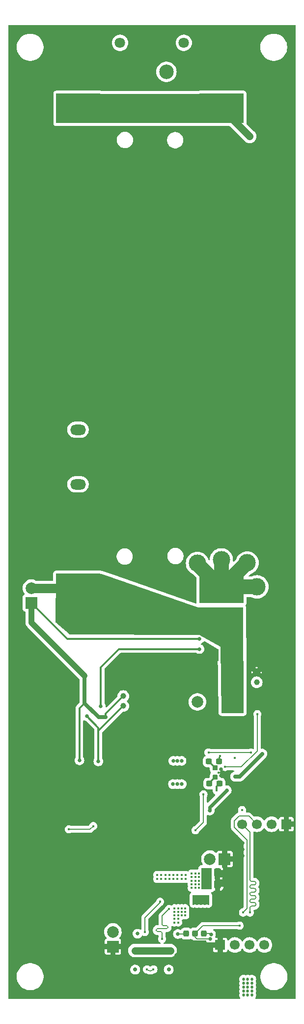
<source format=gbl>
G04 #@! TF.GenerationSoftware,KiCad,Pcbnew,8.0.3*
G04 #@! TF.CreationDate,2025-04-07T19:30:46+02:00*
G04 #@! TF.ProjectId,TIDA-PowerPack,54494441-2d50-46f7-9765-725061636b2e,rev?*
G04 #@! TF.SameCoordinates,Original*
G04 #@! TF.FileFunction,Copper,L4,Bot*
G04 #@! TF.FilePolarity,Positive*
%FSLAX46Y46*%
G04 Gerber Fmt 4.6, Leading zero omitted, Abs format (unit mm)*
G04 Created by KiCad (PCBNEW 8.0.3) date 2025-04-07 19:30:46*
%MOMM*%
%LPD*%
G01*
G04 APERTURE LIST*
G04 Aperture macros list*
%AMRoundRect*
0 Rectangle with rounded corners*
0 $1 Rounding radius*
0 $2 $3 $4 $5 $6 $7 $8 $9 X,Y pos of 4 corners*
0 Add a 4 corners polygon primitive as box body*
4,1,4,$2,$3,$4,$5,$6,$7,$8,$9,$2,$3,0*
0 Add four circle primitives for the rounded corners*
1,1,$1+$1,$2,$3*
1,1,$1+$1,$4,$5*
1,1,$1+$1,$6,$7*
1,1,$1+$1,$8,$9*
0 Add four rect primitives between the rounded corners*
20,1,$1+$1,$2,$3,$4,$5,0*
20,1,$1+$1,$4,$5,$6,$7,0*
20,1,$1+$1,$6,$7,$8,$9,0*
20,1,$1+$1,$8,$9,$2,$3,0*%
G04 Aperture macros list end*
G04 #@! TA.AperFunction,ComponentPad*
%ADD10C,1.000000*%
G04 #@! TD*
G04 #@! TA.AperFunction,ComponentPad*
%ADD11C,0.700000*%
G04 #@! TD*
G04 #@! TA.AperFunction,ComponentPad*
%ADD12O,1.200000X2.200000*%
G04 #@! TD*
G04 #@! TA.AperFunction,ComponentPad*
%ADD13O,1.200000X1.800000*%
G04 #@! TD*
G04 #@! TA.AperFunction,ComponentPad*
%ADD14R,2.000000X2.000000*%
G04 #@! TD*
G04 #@! TA.AperFunction,ComponentPad*
%ADD15C,2.000000*%
G04 #@! TD*
G04 #@! TA.AperFunction,ComponentPad*
%ADD16O,2.700000X1.800000*%
G04 #@! TD*
G04 #@! TA.AperFunction,ComponentPad*
%ADD17R,1.700000X1.700000*%
G04 #@! TD*
G04 #@! TA.AperFunction,ComponentPad*
%ADD18C,1.700000*%
G04 #@! TD*
G04 #@! TA.AperFunction,ComponentPad*
%ADD19C,2.500000*%
G04 #@! TD*
G04 #@! TA.AperFunction,ComponentPad*
%ADD20C,1.800000*%
G04 #@! TD*
G04 #@! TA.AperFunction,SMDPad,CuDef*
%ADD21R,7.620000X5.080000*%
G04 #@! TD*
G04 #@! TA.AperFunction,SMDPad,CuDef*
%ADD22RoundRect,0.237500X0.300000X0.237500X-0.300000X0.237500X-0.300000X-0.237500X0.300000X-0.237500X0*%
G04 #@! TD*
G04 #@! TA.AperFunction,SMDPad,CuDef*
%ADD23RoundRect,0.237500X-0.237500X0.300000X-0.237500X-0.300000X0.237500X-0.300000X0.237500X0.300000X0*%
G04 #@! TD*
G04 #@! TA.AperFunction,SMDPad,CuDef*
%ADD24RoundRect,0.250000X-0.337500X-0.475000X0.337500X-0.475000X0.337500X0.475000X-0.337500X0.475000X0*%
G04 #@! TD*
G04 #@! TA.AperFunction,SMDPad,CuDef*
%ADD25RoundRect,0.237500X-0.300000X-0.237500X0.300000X-0.237500X0.300000X0.237500X-0.300000X0.237500X0*%
G04 #@! TD*
G04 #@! TA.AperFunction,ViaPad*
%ADD26C,0.650000*%
G04 #@! TD*
G04 #@! TA.AperFunction,ViaPad*
%ADD27C,3.000000*%
G04 #@! TD*
G04 #@! TA.AperFunction,ViaPad*
%ADD28C,0.400000*%
G04 #@! TD*
G04 #@! TA.AperFunction,ViaPad*
%ADD29C,0.800000*%
G04 #@! TD*
G04 #@! TA.AperFunction,ViaPad*
%ADD30C,0.520000*%
G04 #@! TD*
G04 #@! TA.AperFunction,Conductor*
%ADD31C,0.300000*%
G04 #@! TD*
G04 #@! TA.AperFunction,Conductor*
%ADD32C,0.700000*%
G04 #@! TD*
G04 #@! TA.AperFunction,Conductor*
%ADD33C,1.000000*%
G04 #@! TD*
G04 #@! TA.AperFunction,Conductor*
%ADD34C,2.500000*%
G04 #@! TD*
G04 #@! TA.AperFunction,Conductor*
%ADD35C,1.300000*%
G04 #@! TD*
G04 #@! TA.AperFunction,Conductor*
%ADD36C,5.000000*%
G04 #@! TD*
G04 #@! TA.AperFunction,Conductor*
%ADD37C,0.200000*%
G04 #@! TD*
G04 #@! TA.AperFunction,Conductor*
%ADD38C,0.900000*%
G04 #@! TD*
G04 #@! TA.AperFunction,Conductor*
%ADD39C,0.800000*%
G04 #@! TD*
G04 #@! TA.AperFunction,Conductor*
%ADD40C,0.600000*%
G04 #@! TD*
G04 #@! TA.AperFunction,Conductor*
%ADD41C,1.600000*%
G04 #@! TD*
G04 #@! TA.AperFunction,Conductor*
%ADD42C,0.250000*%
G04 #@! TD*
G04 APERTURE END LIST*
D10*
X137050000Y-150150000D03*
X137050000Y-148450000D03*
D11*
X139110000Y-195530000D03*
X144890000Y-195530000D03*
D12*
X137680000Y-195030000D03*
D13*
X137680000Y-199210000D03*
D12*
X146320000Y-195030000D03*
D13*
X146320000Y-199210000D03*
D14*
X147300000Y-149450000D03*
D15*
X149840000Y-149450000D03*
D16*
X129260000Y-102600000D03*
X129260000Y-107300000D03*
X129260000Y-112000000D03*
D14*
X154520000Y-176500000D03*
D15*
X151980000Y-176500000D03*
D14*
X152455000Y-141400000D03*
D15*
X154995000Y-141400000D03*
D14*
X135270000Y-191580000D03*
D15*
X135270000Y-189040000D03*
D17*
X165170000Y-170500000D03*
D18*
X162630000Y-170500000D03*
X160090000Y-170500000D03*
X157550000Y-170500000D03*
D17*
X153760000Y-191300000D03*
D18*
X156300000Y-191300000D03*
X158840000Y-191300000D03*
X161380000Y-191300000D03*
D14*
X121200000Y-132390000D03*
D15*
X121200000Y-129850000D03*
D19*
X144500000Y-40987500D03*
X139500000Y-40987500D03*
D20*
X136500000Y-35987500D03*
X147500000Y-35987500D03*
D10*
X160060000Y-144370000D03*
X160060000Y-146070000D03*
D21*
X129300000Y-47280000D03*
X129300000Y-129900000D03*
D22*
X153545000Y-159700000D03*
X151820000Y-159700000D03*
D23*
X147900000Y-189337500D03*
X147900000Y-191062500D03*
D24*
X151215000Y-178850000D03*
X153290000Y-178850000D03*
X151227500Y-180850000D03*
X153302500Y-180850000D03*
D23*
X150905000Y-189337500D03*
X150905000Y-191062500D03*
D25*
X151887500Y-163500000D03*
X153612500Y-163500000D03*
D23*
X149405000Y-189337500D03*
X149405000Y-191062500D03*
D21*
X154000000Y-129900000D03*
X154000000Y-47280000D03*
D26*
X150200000Y-138600000D03*
X129500000Y-159500000D03*
X130357500Y-144950054D03*
X134000000Y-152100000D03*
D27*
X149840000Y-125600000D03*
X158420000Y-125520000D03*
X160100000Y-129640000D03*
X153970000Y-124990000D03*
D26*
X158850000Y-52100000D03*
D28*
X140750000Y-189050000D03*
X143400000Y-183850000D03*
D26*
X164200000Y-137700000D03*
X155450000Y-85200000D03*
X132700000Y-60700000D03*
X123950000Y-71200000D03*
X160700000Y-43200000D03*
X123950000Y-118450000D03*
X129200000Y-37950000D03*
X129625000Y-165375000D03*
X122200000Y-109700000D03*
X132700000Y-55450000D03*
X150200000Y-88700000D03*
X166000000Y-199750000D03*
X138950000Y-196862500D03*
X158950000Y-41450000D03*
X160700000Y-106200000D03*
X130950000Y-53700000D03*
X119090000Y-164870000D03*
X140050000Y-199062500D03*
X160700000Y-141200000D03*
X134450000Y-100950000D03*
X125700000Y-58950000D03*
X153700000Y-109700000D03*
X122200000Y-78200000D03*
X125700000Y-51950000D03*
X150200000Y-107950000D03*
D28*
X143650000Y-182700000D03*
D26*
X153700000Y-41450000D03*
X122200000Y-64200000D03*
X157050000Y-155550000D03*
X150200000Y-95700000D03*
X129200000Y-62450000D03*
X122200000Y-44950000D03*
X154350000Y-197962500D03*
X134450000Y-88700000D03*
X158950000Y-92200000D03*
X120450000Y-99200000D03*
X150200000Y-85200000D03*
X146200000Y-193050000D03*
X118000000Y-193750000D03*
X132700000Y-177950000D03*
X160700000Y-139450000D03*
X122200000Y-92200000D03*
X134450000Y-81700000D03*
X127450000Y-78200000D03*
X164200000Y-165700000D03*
X134450000Y-78200000D03*
X151950000Y-65950000D03*
X151780000Y-155700000D03*
X120450000Y-176200000D03*
X153700000Y-65950000D03*
X129200000Y-64200000D03*
X134450000Y-76450000D03*
X122200000Y-123700000D03*
X125700000Y-107950000D03*
X144300000Y-156250000D03*
X153025000Y-150200000D03*
X164200000Y-43200000D03*
X130950000Y-37950000D03*
X122200000Y-53700000D03*
X122200000Y-113200000D03*
X154500000Y-180350000D03*
X156550000Y-174862500D03*
X127450000Y-83450000D03*
X155450000Y-39700000D03*
X157200000Y-120200000D03*
X151950000Y-39700000D03*
X155450000Y-86950000D03*
X127925000Y-162537500D03*
X130950000Y-36200000D03*
X151950000Y-86950000D03*
X125700000Y-67700000D03*
X134450000Y-43200000D03*
X130950000Y-69450000D03*
X127450000Y-64200000D03*
X150200000Y-72950000D03*
X122200000Y-99200000D03*
X125700000Y-93950000D03*
X134450000Y-177950000D03*
X120450000Y-62450000D03*
X129040000Y-161370000D03*
X157200000Y-100950000D03*
X120450000Y-71200000D03*
X134525000Y-175737500D03*
X134450000Y-95700000D03*
X158950000Y-58950000D03*
X150200000Y-39700000D03*
X150200000Y-92200000D03*
X145400000Y-156250000D03*
X132700000Y-107950000D03*
X129200000Y-58950000D03*
X156550000Y-173762500D03*
X144300000Y-155150000D03*
X162450000Y-149950000D03*
X122200000Y-120200000D03*
X153700000Y-111450000D03*
X120450000Y-67700000D03*
X133440000Y-161370000D03*
X122200000Y-55450000D03*
X120450000Y-92200000D03*
X158950000Y-76450000D03*
X127450000Y-197200000D03*
X155450000Y-71200000D03*
X132700000Y-81700000D03*
X151950000Y-120200000D03*
X160700000Y-58950000D03*
X132700000Y-99200000D03*
X122200000Y-48450000D03*
X120450000Y-125450000D03*
X150200000Y-118450000D03*
X160700000Y-93950000D03*
X131225000Y-163637500D03*
X123950000Y-109700000D03*
X153700000Y-78200000D03*
X125700000Y-197200000D03*
X166000000Y-193750000D03*
X119135000Y-161372500D03*
X122200000Y-79950000D03*
X135625000Y-174637500D03*
D28*
X149380000Y-185733334D03*
D26*
X131225000Y-173537500D03*
X123950000Y-121950000D03*
X129200000Y-65950000D03*
X160700000Y-62450000D03*
X160950000Y-173600000D03*
X134450000Y-69450000D03*
X127940000Y-161370000D03*
X121335000Y-161372500D03*
X123950000Y-58950000D03*
X130950000Y-57200000D03*
X129200000Y-41450000D03*
X134525000Y-173537500D03*
X157200000Y-113200000D03*
X160700000Y-92200000D03*
X130950000Y-85200000D03*
X129200000Y-193700000D03*
X162450000Y-141200000D03*
X151925000Y-151300000D03*
X129200000Y-99200000D03*
X150200000Y-104450000D03*
X145000000Y-169975000D03*
X157200000Y-109700000D03*
X122200000Y-65950000D03*
X160950000Y-172662500D03*
X136200000Y-64200000D03*
X150200000Y-78200000D03*
X130950000Y-197200000D03*
X120450000Y-76450000D03*
X123950000Y-188450000D03*
X148450000Y-39700000D03*
X155450000Y-62450000D03*
X157200000Y-57200000D03*
X164200000Y-135950000D03*
X123950000Y-81700000D03*
X160700000Y-114950000D03*
X160700000Y-85200000D03*
X143350000Y-199062500D03*
X151950000Y-106200000D03*
X129200000Y-78200000D03*
X123950000Y-55450000D03*
X123950000Y-60700000D03*
X123950000Y-72950000D03*
X157200000Y-55450000D03*
X120450000Y-106200000D03*
X164200000Y-48450000D03*
X160700000Y-79950000D03*
X153700000Y-113200000D03*
X158950000Y-43200000D03*
X127450000Y-198950000D03*
X122200000Y-111450000D03*
X151950000Y-92200000D03*
X122200000Y-85200000D03*
X125700000Y-88700000D03*
X120450000Y-172700000D03*
X139700000Y-36200000D03*
X120190000Y-164870000D03*
X129200000Y-74700000D03*
X127450000Y-55450000D03*
X132700000Y-106200000D03*
X122200000Y-57200000D03*
X151950000Y-69450000D03*
X129625000Y-166475000D03*
X134450000Y-83450000D03*
X145400000Y-154050000D03*
X132700000Y-102700000D03*
D28*
X150063333Y-187100000D03*
X153450000Y-161600000D03*
D26*
X125700000Y-95700000D03*
X157200000Y-36200000D03*
X129200000Y-53700000D03*
X120235000Y-161372500D03*
X125700000Y-57200000D03*
X160700000Y-100950000D03*
X158950000Y-79950000D03*
X117990000Y-164870000D03*
X123950000Y-69450000D03*
X158950000Y-99200000D03*
X153700000Y-62450000D03*
X127450000Y-193700000D03*
X158950000Y-102700000D03*
X120450000Y-100950000D03*
X134450000Y-99200000D03*
X122200000Y-51950000D03*
X153025000Y-148000000D03*
X155550000Y-172650000D03*
X150200000Y-90450000D03*
X160700000Y-102700000D03*
X142250000Y-199062500D03*
X122200000Y-58950000D03*
X153025000Y-151300000D03*
X151950000Y-109700000D03*
X136200000Y-67700000D03*
X123950000Y-92200000D03*
X151925000Y-144700000D03*
X158950000Y-109700000D03*
X132700000Y-76450000D03*
X135640000Y-161370000D03*
X120450000Y-88700000D03*
X150200000Y-99200000D03*
X124640000Y-161370000D03*
X122200000Y-83450000D03*
X158950000Y-118450000D03*
X132700000Y-53700000D03*
X150200000Y-111450000D03*
X155450000Y-109700000D03*
X155450000Y-36200000D03*
X129200000Y-93950000D03*
X132700000Y-88700000D03*
X144300000Y-152950000D03*
X120450000Y-181450000D03*
X158950000Y-116700000D03*
X140050000Y-196862500D03*
X150200000Y-64200000D03*
X155450000Y-43200000D03*
X130950000Y-179700000D03*
X123950000Y-83450000D03*
X153025000Y-146900000D03*
X153250000Y-199062500D03*
X123525000Y-162537500D03*
X153900000Y-162150000D03*
X130950000Y-72950000D03*
X123950000Y-102700000D03*
X160700000Y-69450000D03*
D28*
X150063333Y-185733334D03*
X150746666Y-186416667D03*
D26*
X127450000Y-186700000D03*
X132340000Y-161370000D03*
X155450000Y-114950000D03*
X122200000Y-67700000D03*
X125700000Y-86950000D03*
D28*
X149380000Y-185050000D03*
D26*
X127450000Y-51950000D03*
X130950000Y-181450000D03*
X136200000Y-39700000D03*
X155450000Y-74700000D03*
X120450000Y-104450000D03*
X127450000Y-60700000D03*
X151950000Y-62450000D03*
X158150000Y-154450000D03*
X145025000Y-167850000D03*
X122200000Y-104450000D03*
X151950000Y-64200000D03*
X120450000Y-120200000D03*
X120450000Y-127200000D03*
X129200000Y-72950000D03*
X134450000Y-102700000D03*
X120450000Y-170950000D03*
X130950000Y-65950000D03*
X155450000Y-102700000D03*
X125700000Y-43200000D03*
X130950000Y-71200000D03*
X153700000Y-72950000D03*
X144450000Y-196862500D03*
X125700000Y-36200000D03*
D29*
X138625000Y-184950000D03*
D26*
X162450000Y-50200000D03*
X123950000Y-100950000D03*
X136200000Y-86950000D03*
X160700000Y-118450000D03*
X151950000Y-83450000D03*
X158950000Y-65950000D03*
X125700000Y-186700000D03*
X122200000Y-60700000D03*
X153700000Y-58950000D03*
X158150000Y-155550000D03*
X120200000Y-163710000D03*
X129200000Y-36200000D03*
X157200000Y-43200000D03*
X129200000Y-183200000D03*
X134450000Y-106200000D03*
X134450000Y-62450000D03*
X157200000Y-71200000D03*
X151950000Y-88700000D03*
X151950000Y-113200000D03*
X153700000Y-60700000D03*
X127900000Y-163710000D03*
X145400000Y-157350000D03*
X132700000Y-85200000D03*
X158950000Y-114950000D03*
X155450000Y-41450000D03*
X151950000Y-114950000D03*
X130950000Y-41450000D03*
X155450000Y-111450000D03*
X120450000Y-48450000D03*
X122200000Y-118450000D03*
X120450000Y-90450000D03*
X120450000Y-179700000D03*
X134525000Y-174637500D03*
X120450000Y-174450000D03*
X127450000Y-81700000D03*
X146100000Y-171075000D03*
X129200000Y-179700000D03*
X151950000Y-72950000D03*
X122200000Y-114950000D03*
X150200000Y-62450000D03*
X134450000Y-57200000D03*
X136200000Y-72950000D03*
X132325000Y-173537500D03*
X122200000Y-97450000D03*
X153700000Y-64200000D03*
X162450000Y-43200000D03*
X155450000Y-81700000D03*
X123950000Y-65950000D03*
X151925000Y-150200000D03*
X127450000Y-79950000D03*
X157200000Y-60700000D03*
D28*
X128525000Y-168675000D03*
D26*
X151780000Y-153500000D03*
X130950000Y-58950000D03*
X162450000Y-44950000D03*
X135625000Y-162537500D03*
X120450000Y-57200000D03*
X155450000Y-95700000D03*
X132325000Y-174637500D03*
X164200000Y-141200000D03*
X129200000Y-83450000D03*
X127450000Y-62450000D03*
X120450000Y-60700000D03*
X157200000Y-107950000D03*
X120450000Y-184950000D03*
X151950000Y-85200000D03*
X125700000Y-106200000D03*
X151950000Y-71200000D03*
X122200000Y-188450000D03*
X141450000Y-36200000D03*
X134450000Y-90450000D03*
X125700000Y-62450000D03*
X136200000Y-57200000D03*
X123950000Y-43200000D03*
X133425000Y-175737500D03*
X153700000Y-102700000D03*
X123950000Y-48450000D03*
X130950000Y-177950000D03*
X134450000Y-60700000D03*
X123950000Y-64200000D03*
D28*
X128525000Y-167575000D03*
D26*
X160700000Y-74700000D03*
X132700000Y-100950000D03*
X122200000Y-41450000D03*
X129200000Y-177950000D03*
X134450000Y-86950000D03*
X150200000Y-81700000D03*
X157200000Y-41450000D03*
X153700000Y-120200000D03*
X147750000Y-199062500D03*
X155450000Y-93950000D03*
X130950000Y-78200000D03*
X127450000Y-88700000D03*
X150200000Y-106200000D03*
X154500000Y-179250000D03*
X151925000Y-143600000D03*
X127450000Y-53700000D03*
X145400000Y-152950000D03*
X135625000Y-173537500D03*
X130950000Y-99200000D03*
X155450000Y-57200000D03*
X122200000Y-72950000D03*
X156550000Y-177062500D03*
D28*
X129625000Y-167575000D03*
D26*
X132700000Y-86950000D03*
X134450000Y-97450000D03*
X153700000Y-39700000D03*
X153700000Y-92200000D03*
X120450000Y-65950000D03*
X122200000Y-62450000D03*
X164200000Y-139450000D03*
X127450000Y-71200000D03*
X122200000Y-76450000D03*
X153700000Y-67700000D03*
X162000000Y-173587500D03*
X153700000Y-88700000D03*
X122200000Y-95700000D03*
X160700000Y-48450000D03*
X136200000Y-41450000D03*
X151950000Y-60700000D03*
X132700000Y-74700000D03*
X129200000Y-71200000D03*
X136200000Y-93950000D03*
X129200000Y-181450000D03*
X125700000Y-90450000D03*
X160700000Y-99200000D03*
X124625000Y-162537500D03*
X123950000Y-88700000D03*
X132700000Y-51950000D03*
X123950000Y-114950000D03*
X134450000Y-104450000D03*
X120450000Y-46700000D03*
X156550000Y-178162500D03*
X155450000Y-58950000D03*
X150200000Y-37950000D03*
X159900000Y-172650000D03*
X158950000Y-39700000D03*
X120450000Y-123700000D03*
X160700000Y-81700000D03*
X153700000Y-104450000D03*
X129200000Y-81700000D03*
X153700000Y-79950000D03*
X150200000Y-114950000D03*
X153900000Y-161000008D03*
X125700000Y-39700000D03*
X160700000Y-60700000D03*
X123950000Y-113200000D03*
X120450000Y-58950000D03*
X134450000Y-41450000D03*
X162450000Y-46700000D03*
X144300000Y-157350000D03*
X130950000Y-79950000D03*
D28*
X129625000Y-168675000D03*
D26*
X120450000Y-74700000D03*
X123950000Y-97450000D03*
X153025000Y-145800000D03*
X136200000Y-79950000D03*
X127450000Y-67700000D03*
X127450000Y-58950000D03*
X122200000Y-102700000D03*
X129200000Y-86950000D03*
X151950000Y-67700000D03*
X134450000Y-85200000D03*
X123950000Y-93950000D03*
X146500000Y-154050000D03*
X127450000Y-37950000D03*
X125700000Y-198950000D03*
X136200000Y-43200000D03*
X120450000Y-78200000D03*
X155450000Y-197962500D03*
X153700000Y-57200000D03*
X153700000Y-90450000D03*
X157200000Y-39700000D03*
X155450000Y-100950000D03*
X136200000Y-78200000D03*
X128525000Y-166475000D03*
X157200000Y-79950000D03*
X127450000Y-92200000D03*
X144950000Y-36200000D03*
X120450000Y-113200000D03*
X146500000Y-151850000D03*
X129200000Y-90450000D03*
X160700000Y-116700000D03*
X130950000Y-195450000D03*
X150200000Y-102700000D03*
X153700000Y-83450000D03*
X132700000Y-62450000D03*
X123950000Y-127200000D03*
X125700000Y-41450000D03*
X125700000Y-188450000D03*
X132325000Y-175737500D03*
X127450000Y-41450000D03*
X166000000Y-39750000D03*
X158950000Y-120200000D03*
X123950000Y-106200000D03*
X129200000Y-197200000D03*
X157200000Y-104450000D03*
X153700000Y-86950000D03*
X132325000Y-162537500D03*
X151925000Y-149100000D03*
X120450000Y-86950000D03*
X152150000Y-197962500D03*
X122200000Y-90450000D03*
X151925000Y-145800000D03*
X131240000Y-161370000D03*
X132700000Y-83450000D03*
X162450000Y-48450000D03*
X162000000Y-172650000D03*
X158950000Y-64200000D03*
X160700000Y-137700000D03*
X132700000Y-58950000D03*
X122200000Y-93950000D03*
X151950000Y-118450000D03*
X129200000Y-76450000D03*
X150200000Y-36200000D03*
X158950000Y-95700000D03*
X141150000Y-199062500D03*
X132700000Y-71200000D03*
X150200000Y-41450000D03*
X157200000Y-118450000D03*
X132700000Y-64200000D03*
X120450000Y-121950000D03*
X136200000Y-62450000D03*
X164200000Y-51950000D03*
X130140000Y-161370000D03*
X132700000Y-104450000D03*
X118035000Y-161372500D03*
X130950000Y-95700000D03*
X153700000Y-100950000D03*
X123950000Y-53700000D03*
X120450000Y-114950000D03*
X157600000Y-174850000D03*
X134450000Y-198950000D03*
X119100000Y-163710000D03*
X160700000Y-148200000D03*
X132700000Y-36200000D03*
X119155000Y-160212500D03*
X153700000Y-93950000D03*
X134450000Y-67700000D03*
X164200000Y-44950000D03*
X157200000Y-62450000D03*
X129200000Y-67700000D03*
X151925000Y-148000000D03*
X132700000Y-79950000D03*
X122200000Y-46700000D03*
X127450000Y-65950000D03*
X120450000Y-118450000D03*
X120450000Y-102700000D03*
X151950000Y-97450000D03*
X151950000Y-57200000D03*
X118055000Y-160212500D03*
X134450000Y-92200000D03*
X122200000Y-186700000D03*
X155450000Y-92200000D03*
D29*
X138025000Y-189375000D03*
D26*
X155450000Y-199062500D03*
X130950000Y-62450000D03*
X120450000Y-51950000D03*
X157050000Y-154450000D03*
X123950000Y-44950000D03*
X123950000Y-116700000D03*
X125700000Y-193700000D03*
X123950000Y-123700000D03*
X153700000Y-118450000D03*
X136200000Y-81700000D03*
X158950000Y-74700000D03*
X155450000Y-60700000D03*
X127450000Y-86950000D03*
X136200000Y-71200000D03*
X122200000Y-127200000D03*
X134450000Y-79950000D03*
X150200000Y-113200000D03*
X125700000Y-97450000D03*
X127450000Y-69450000D03*
X125700000Y-79950000D03*
X158950000Y-106200000D03*
X129200000Y-43200000D03*
X153025000Y-144700000D03*
X130950000Y-39700000D03*
X151950000Y-37950000D03*
X132700000Y-65950000D03*
X118000000Y-163710000D03*
X136200000Y-65950000D03*
X125700000Y-99200000D03*
X155450000Y-64200000D03*
X120450000Y-107950000D03*
X151925000Y-146900000D03*
X153700000Y-74700000D03*
X125700000Y-78200000D03*
X153700000Y-85200000D03*
X139700000Y-37950000D03*
X130950000Y-60700000D03*
X157600000Y-173750000D03*
X136200000Y-92200000D03*
X130950000Y-90450000D03*
X150200000Y-109700000D03*
X158950000Y-86950000D03*
X130950000Y-86950000D03*
X129200000Y-97450000D03*
X160700000Y-104450000D03*
X127450000Y-74700000D03*
X155450000Y-97450000D03*
X161690000Y-189060000D03*
X120450000Y-53700000D03*
X151950000Y-104450000D03*
X127450000Y-151700000D03*
X144450000Y-199062500D03*
X123950000Y-86950000D03*
X151780000Y-154600000D03*
X136200000Y-58950000D03*
X153700000Y-36200000D03*
X127450000Y-72950000D03*
X121355000Y-160212500D03*
X123950000Y-76450000D03*
X154350000Y-199062500D03*
X128525000Y-169775000D03*
X145400000Y-155150000D03*
X162450000Y-139450000D03*
X150200000Y-69450000D03*
X150200000Y-65950000D03*
X155450000Y-78200000D03*
X145025000Y-165650000D03*
X130950000Y-55450000D03*
X153700000Y-55450000D03*
X123950000Y-46700000D03*
X144300000Y-154050000D03*
X147750000Y-197962500D03*
D28*
X150063333Y-186416667D03*
D26*
X136200000Y-60700000D03*
X120450000Y-41450000D03*
X132700000Y-41450000D03*
X153700000Y-37950000D03*
X157200000Y-83450000D03*
X134525000Y-162537500D03*
X158950000Y-60700000D03*
X153700000Y-97450000D03*
X130950000Y-43200000D03*
X125700000Y-60700000D03*
X155450000Y-104450000D03*
X160700000Y-90450000D03*
X118020000Y-162540000D03*
X150200000Y-71200000D03*
X136200000Y-88700000D03*
X146500000Y-156250000D03*
X160700000Y-44950000D03*
X158950000Y-69450000D03*
X120450000Y-72950000D03*
X120450000Y-43200000D03*
X129200000Y-60700000D03*
X160700000Y-46700000D03*
X122200000Y-100950000D03*
X133425000Y-174637500D03*
X164200000Y-50200000D03*
X132700000Y-90450000D03*
X158950000Y-104450000D03*
X130950000Y-92200000D03*
X132700000Y-93950000D03*
X123950000Y-62450000D03*
X151950000Y-79950000D03*
X134450000Y-197200000D03*
X160700000Y-113200000D03*
X153700000Y-116700000D03*
X119120000Y-162540000D03*
X157200000Y-37950000D03*
X126840000Y-161370000D03*
X131225000Y-162537500D03*
X125700000Y-81700000D03*
X150200000Y-67700000D03*
X130125000Y-163637500D03*
X136200000Y-83450000D03*
X155450000Y-120200000D03*
X129200000Y-51950000D03*
X129200000Y-188450000D03*
X129025000Y-162537500D03*
X146125000Y-168950000D03*
X120450000Y-116700000D03*
D28*
X151430000Y-187100000D03*
D26*
X153025000Y-143600000D03*
X162450000Y-167450000D03*
X130950000Y-198950000D03*
X151050000Y-197962500D03*
X130950000Y-186700000D03*
X136725000Y-175737500D03*
X129200000Y-85200000D03*
X129200000Y-198950000D03*
X127450000Y-90450000D03*
X130950000Y-76450000D03*
X120450000Y-81700000D03*
X134450000Y-53700000D03*
X118000000Y-199750000D03*
X155450000Y-79950000D03*
X150200000Y-93950000D03*
X120450000Y-97450000D03*
X160700000Y-95700000D03*
X143200000Y-36200000D03*
X125700000Y-102700000D03*
X154400000Y-161600000D03*
X120450000Y-44950000D03*
X121320000Y-162540000D03*
X150200000Y-76450000D03*
X123950000Y-99200000D03*
X127450000Y-76450000D03*
X123950000Y-78200000D03*
X134450000Y-195450000D03*
X162450000Y-41450000D03*
X123950000Y-104450000D03*
X127450000Y-99200000D03*
X162450000Y-165700000D03*
X123950000Y-50200000D03*
X153700000Y-69450000D03*
X151950000Y-41450000D03*
X146100000Y-169975000D03*
X136200000Y-74700000D03*
X125700000Y-100950000D03*
X123950000Y-95700000D03*
X120450000Y-79950000D03*
X151950000Y-81700000D03*
X160700000Y-67700000D03*
X132700000Y-97450000D03*
X157200000Y-81700000D03*
X122200000Y-71200000D03*
X122200000Y-86950000D03*
X157600000Y-175950000D03*
X130950000Y-74700000D03*
X120450000Y-186700000D03*
X132700000Y-193700000D03*
X153700000Y-99200000D03*
X129200000Y-186700000D03*
X160700000Y-72950000D03*
X120450000Y-111450000D03*
X123950000Y-51950000D03*
X145400000Y-151850000D03*
X160700000Y-78200000D03*
X132700000Y-95700000D03*
X129200000Y-88700000D03*
X157200000Y-92200000D03*
X155450000Y-106200000D03*
X158950000Y-78200000D03*
X157200000Y-78200000D03*
X129200000Y-95700000D03*
X146125000Y-165650000D03*
X157200000Y-116700000D03*
X125700000Y-85200000D03*
X140050000Y-197962500D03*
X136200000Y-69450000D03*
X150200000Y-83450000D03*
X151950000Y-107950000D03*
X150200000Y-74700000D03*
X130950000Y-184950000D03*
X130950000Y-51950000D03*
X160700000Y-88700000D03*
X151780000Y-152400000D03*
X145400000Y-150750000D03*
D28*
X149380000Y-187100000D03*
D26*
X130950000Y-81700000D03*
X132700000Y-72950000D03*
X134450000Y-51950000D03*
X120450000Y-64200000D03*
X123950000Y-125450000D03*
X155450000Y-113200000D03*
X160700000Y-111450000D03*
X160700000Y-64200000D03*
X120450000Y-69450000D03*
X122200000Y-50200000D03*
X160830000Y-189080000D03*
X164200000Y-167450000D03*
X125700000Y-71200000D03*
X123950000Y-79950000D03*
X158950000Y-100950000D03*
X155450000Y-107950000D03*
X129025000Y-163637500D03*
X159900000Y-173587500D03*
D28*
X143950000Y-184675000D03*
D26*
X158950000Y-90450000D03*
X151050000Y-199062500D03*
X157200000Y-65950000D03*
X130950000Y-64200000D03*
X122200000Y-121950000D03*
X148850000Y-199062500D03*
X133425000Y-162537500D03*
X150200000Y-116700000D03*
X158950000Y-62450000D03*
X125700000Y-74700000D03*
X151950000Y-116700000D03*
X125700000Y-104450000D03*
X131225000Y-175737500D03*
X146125000Y-166750000D03*
X125740000Y-161370000D03*
X155450000Y-76450000D03*
X133425000Y-173537500D03*
X132700000Y-37950000D03*
X134540000Y-161370000D03*
X155450000Y-72950000D03*
X164200000Y-142950000D03*
X118000000Y-39750000D03*
X158950000Y-113200000D03*
X122200000Y-107950000D03*
X160700000Y-71200000D03*
X150200000Y-97450000D03*
X130950000Y-67700000D03*
X153250000Y-197962500D03*
X136200000Y-95700000D03*
X131225000Y-172437500D03*
X151950000Y-58950000D03*
X157200000Y-111450000D03*
X157200000Y-74700000D03*
X155450000Y-179262500D03*
X151950000Y-95700000D03*
X131225000Y-174637500D03*
X123950000Y-107950000D03*
X152150000Y-199062500D03*
X145025000Y-166750000D03*
D28*
X151430000Y-185050000D03*
D26*
X153700000Y-43200000D03*
X158950000Y-111450000D03*
X146500000Y-157350000D03*
X130950000Y-97450000D03*
X123950000Y-67700000D03*
X155450000Y-116700000D03*
X158950000Y-97450000D03*
X157200000Y-97450000D03*
X151950000Y-100950000D03*
X127450000Y-195450000D03*
X123950000Y-41450000D03*
X134450000Y-72950000D03*
X122200000Y-74700000D03*
X130950000Y-88700000D03*
X129200000Y-57200000D03*
X125700000Y-64200000D03*
X160700000Y-86950000D03*
X160700000Y-65950000D03*
X134450000Y-74700000D03*
X162450000Y-137700000D03*
X164200000Y-144700000D03*
X151950000Y-111450000D03*
X132700000Y-67700000D03*
X157200000Y-99200000D03*
X160700000Y-97450000D03*
X132325000Y-163637500D03*
X150200000Y-120200000D03*
X130950000Y-193700000D03*
D28*
X149380000Y-186416667D03*
D26*
X120450000Y-55450000D03*
X158950000Y-67700000D03*
X127450000Y-188450000D03*
X126800000Y-163710000D03*
X158950000Y-71200000D03*
X129200000Y-92200000D03*
X122200000Y-106200000D03*
X125700000Y-72950000D03*
X136200000Y-76450000D03*
X132700000Y-191950000D03*
X156550000Y-175962500D03*
X122440000Y-161370000D03*
X150200000Y-43200000D03*
X148850000Y-197962500D03*
X120450000Y-183200000D03*
X162450000Y-142950000D03*
X153700000Y-71200000D03*
X123950000Y-120200000D03*
X120220000Y-162540000D03*
X122200000Y-125450000D03*
X130950000Y-83450000D03*
X125725000Y-162537500D03*
X160700000Y-41450000D03*
X129200000Y-79950000D03*
X153700000Y-95700000D03*
X118000000Y-33750000D03*
X122200000Y-88700000D03*
D28*
X150746666Y-185050000D03*
D26*
X120255000Y-160212500D03*
X134450000Y-64200000D03*
X157200000Y-67700000D03*
X123950000Y-57200000D03*
X153700000Y-76450000D03*
X125700000Y-53700000D03*
X155450000Y-118450000D03*
X151950000Y-78200000D03*
X150200000Y-100950000D03*
X132325000Y-172437500D03*
X129625000Y-169775000D03*
X127450000Y-93950000D03*
X132700000Y-39700000D03*
X123950000Y-74700000D03*
X136200000Y-85200000D03*
X151950000Y-99200000D03*
X157200000Y-64200000D03*
X157200000Y-58950000D03*
X149950000Y-197962500D03*
X158950000Y-72950000D03*
X146500000Y-155150000D03*
X157200000Y-85200000D03*
X129200000Y-195450000D03*
X150200000Y-60700000D03*
D28*
X150746666Y-187100000D03*
D26*
X127450000Y-97450000D03*
X120450000Y-85200000D03*
X125700000Y-65950000D03*
X136200000Y-55450000D03*
D28*
X151430000Y-186416667D03*
D26*
X122200000Y-81700000D03*
X156550000Y-179262500D03*
X149950000Y-199062500D03*
X157200000Y-76450000D03*
X155450000Y-55450000D03*
X158950000Y-93950000D03*
X123950000Y-111450000D03*
X158950000Y-107950000D03*
X160700000Y-76450000D03*
X127450000Y-57200000D03*
X130950000Y-183200000D03*
X160700000Y-120200000D03*
X158950000Y-88700000D03*
X158950000Y-57200000D03*
X151950000Y-102700000D03*
X136725000Y-173537500D03*
X157200000Y-88700000D03*
X145025000Y-168950000D03*
X157200000Y-72950000D03*
X151950000Y-93950000D03*
X158950000Y-85200000D03*
X126825000Y-162537500D03*
X157200000Y-102700000D03*
X160700000Y-107950000D03*
X132700000Y-78200000D03*
X123950000Y-90450000D03*
X127450000Y-39700000D03*
X125700000Y-55450000D03*
X129200000Y-69450000D03*
X150200000Y-86950000D03*
X132700000Y-198950000D03*
X160700000Y-109700000D03*
X127450000Y-36200000D03*
X134450000Y-93950000D03*
X120450000Y-109700000D03*
X127450000Y-95700000D03*
X146125000Y-167850000D03*
X132700000Y-92200000D03*
X132700000Y-197200000D03*
X120450000Y-93950000D03*
X158950000Y-81700000D03*
X144450000Y-197962500D03*
X157200000Y-114950000D03*
X157200000Y-90450000D03*
X151950000Y-36200000D03*
X157200000Y-106200000D03*
X128525000Y-165375000D03*
X127450000Y-85200000D03*
X145400000Y-149650000D03*
X122425000Y-162537500D03*
X120450000Y-50200000D03*
X146500000Y-152950000D03*
X164200000Y-46700000D03*
X120450000Y-95700000D03*
X127450000Y-43200000D03*
X155450000Y-88700000D03*
X166000000Y-33750000D03*
X134450000Y-58950000D03*
X135625000Y-175737500D03*
X155450000Y-65950000D03*
D28*
X151430000Y-185733334D03*
D26*
X157200000Y-69450000D03*
X151950000Y-43200000D03*
X153025000Y-149100000D03*
X125700000Y-37950000D03*
X129200000Y-39700000D03*
X155550000Y-173750000D03*
X155450000Y-83450000D03*
X134450000Y-71200000D03*
X155450000Y-37950000D03*
D28*
X150063333Y-185050000D03*
D26*
X151950000Y-74700000D03*
D28*
X150746666Y-185733334D03*
D26*
X134450000Y-65950000D03*
X130125000Y-162537500D03*
X155450000Y-69450000D03*
X125700000Y-69450000D03*
X136725000Y-174637500D03*
X157200000Y-95700000D03*
X134450000Y-55450000D03*
X130950000Y-93950000D03*
X156500000Y-172650000D03*
X155450000Y-99200000D03*
X125700000Y-76450000D03*
X158950000Y-83450000D03*
X120450000Y-177950000D03*
X157200000Y-86950000D03*
X132700000Y-43200000D03*
X123950000Y-186700000D03*
X132700000Y-69450000D03*
X151950000Y-76450000D03*
X134450000Y-39700000D03*
X123950000Y-85200000D03*
X129200000Y-184950000D03*
X122200000Y-116700000D03*
X155450000Y-90450000D03*
X150200000Y-79950000D03*
X123540000Y-161370000D03*
X157200000Y-93950000D03*
X153700000Y-114950000D03*
X155450000Y-67700000D03*
X125700000Y-92200000D03*
X125700000Y-83450000D03*
X122200000Y-43200000D03*
X134450000Y-107950000D03*
X125700000Y-195450000D03*
X153700000Y-106200000D03*
X132700000Y-57200000D03*
X153700000Y-81700000D03*
X132700000Y-195450000D03*
X151950000Y-90450000D03*
X120450000Y-83450000D03*
X155450000Y-53700000D03*
X122200000Y-69450000D03*
X136200000Y-90450000D03*
X160700000Y-83450000D03*
X129200000Y-55450000D03*
X153700000Y-107950000D03*
X164200000Y-163950000D03*
X150200000Y-58950000D03*
D28*
X151987429Y-179604928D03*
X151377429Y-181449928D03*
X151377429Y-180219928D03*
X150767429Y-178989928D03*
X151987429Y-180219928D03*
X151377429Y-178989928D03*
X151987429Y-180834928D03*
X151377429Y-180834928D03*
D26*
X154900000Y-164650000D03*
D28*
X151987429Y-178989928D03*
D26*
X151950000Y-168150000D03*
D28*
X150767429Y-180834928D03*
X150767429Y-181449928D03*
X150767429Y-179604928D03*
X151377429Y-179604928D03*
X151987429Y-181449928D03*
X150767429Y-180219928D03*
D26*
X152180000Y-189470000D03*
X152080000Y-190260000D03*
D28*
X157100000Y-187950000D03*
D26*
X146470000Y-189410002D03*
X139500000Y-189350000D03*
D28*
X147120000Y-186200000D03*
X145700000Y-179925000D03*
X146505000Y-187420000D03*
X143600000Y-179925000D03*
X146400000Y-179925000D03*
X145890000Y-187420000D03*
X147800000Y-179225000D03*
X147100000Y-179925000D03*
X145890000Y-186810000D03*
X145000000Y-179925000D03*
X143600000Y-179225000D03*
X142900000Y-179225000D03*
X147100000Y-179225000D03*
X145890000Y-186200000D03*
X144300000Y-179225000D03*
X144300000Y-179925000D03*
X147800000Y-179925000D03*
X145000000Y-179225000D03*
X147735000Y-186200000D03*
X145700000Y-179225000D03*
X146400000Y-179225000D03*
X142900000Y-179925000D03*
X146505000Y-186200000D03*
X146505000Y-186810000D03*
X127687500Y-171375000D03*
X131875000Y-170825000D03*
X153150000Y-164700000D03*
D26*
X156350000Y-162300000D03*
X161012500Y-158375000D03*
X139050000Y-192250000D03*
X145150000Y-192250000D03*
D28*
X148850000Y-180835000D03*
D30*
X159200000Y-197200000D03*
D28*
X146500000Y-185590000D03*
D30*
X158500000Y-199250000D03*
X158500000Y-197200000D03*
D28*
X145885000Y-184980000D03*
X150070000Y-179605000D03*
X147730000Y-184980000D03*
X150070000Y-180835000D03*
D30*
X159200000Y-199250000D03*
D28*
X147115000Y-185590000D03*
D30*
X158500000Y-199900000D03*
D28*
X149460000Y-180835000D03*
X149460000Y-180220000D03*
D30*
X157800000Y-199250000D03*
X157800000Y-197200000D03*
X159200000Y-199900000D03*
X158500000Y-197883334D03*
D28*
X147730000Y-185590000D03*
X150070000Y-178990000D03*
X149460000Y-179605000D03*
D30*
X159200000Y-197883334D03*
D28*
X146500000Y-184980000D03*
X145885000Y-185590000D03*
X148850000Y-179605000D03*
X150070000Y-181450000D03*
X148850000Y-181450000D03*
D30*
X159200000Y-198566667D03*
X157800000Y-199900000D03*
D28*
X149460000Y-178990000D03*
X148850000Y-180220000D03*
X149460000Y-181450000D03*
D30*
X157800000Y-197883334D03*
X157800000Y-198566667D03*
D28*
X148850000Y-178990000D03*
X150070000Y-180220000D03*
D30*
X158500000Y-198566667D03*
D28*
X147115000Y-184980000D03*
X158900000Y-185700000D03*
X157700000Y-185700000D03*
X149500000Y-171550000D03*
X150875000Y-165375000D03*
X160162500Y-151575000D03*
X154550000Y-160650000D03*
X149330000Y-184075000D03*
X150417500Y-183025000D03*
X151505000Y-184075000D03*
X149880000Y-183550000D03*
X150417500Y-184075000D03*
X151055000Y-183550000D03*
X151505000Y-183025000D03*
X149330000Y-183025000D03*
X141150000Y-195500000D03*
X142250000Y-195500000D03*
X156235001Y-159074999D03*
X157530000Y-168090000D03*
D26*
X155675000Y-143600000D03*
X155675000Y-149100000D03*
X155675000Y-148000000D03*
X154575000Y-146900000D03*
X154575000Y-148000000D03*
X155675000Y-145800000D03*
X155675000Y-146900000D03*
X154575000Y-144700000D03*
X154575000Y-143600000D03*
X154575000Y-149100000D03*
X155675000Y-150200000D03*
X154575000Y-150200000D03*
X154575000Y-145800000D03*
X155675000Y-144700000D03*
D28*
X153150000Y-162200000D03*
D26*
X145625000Y-163600000D03*
X146375000Y-163600000D03*
D28*
X152700000Y-162150000D03*
X152700000Y-162600000D03*
D26*
X147125010Y-163600000D03*
D28*
X153150000Y-162650000D03*
D26*
X147100000Y-159600000D03*
D28*
X152700000Y-161050000D03*
X153150000Y-160550000D03*
X153150000Y-161000000D03*
D26*
X146375000Y-159600000D03*
X145650000Y-159600000D03*
D28*
X152700000Y-160600000D03*
X153700001Y-158750001D03*
X151750006Y-158150000D03*
X159062500Y-158175000D03*
X143750000Y-190250000D03*
X144950000Y-185100000D03*
D26*
X133175000Y-150175000D03*
X150200000Y-140350000D03*
X130750000Y-151900000D03*
X132750000Y-159700000D03*
D31*
X129500000Y-159500000D02*
X129500000Y-150515000D01*
X129500000Y-150515000D02*
X130357500Y-149657500D01*
D32*
X134000000Y-152100000D02*
X132800000Y-152100000D01*
X130357500Y-149657500D02*
X130357500Y-144950054D01*
D31*
X134000000Y-152100000D02*
X134000000Y-151500000D01*
D32*
X132800000Y-152100000D02*
X130357500Y-149657500D01*
D31*
X150200000Y-138600000D02*
X127410000Y-138600000D01*
X134000000Y-151500000D02*
X137050000Y-148450000D01*
D33*
X121200000Y-132390000D02*
X121200000Y-135792554D01*
D31*
X127410000Y-138600000D02*
X121200000Y-132390000D01*
D33*
X121200000Y-135792554D02*
X130357500Y-144950054D01*
D34*
X153970000Y-124990000D02*
X153970000Y-129870000D01*
X149840000Y-125600000D02*
X149840000Y-125740000D01*
D35*
X154260000Y-129640000D02*
X154000000Y-129900000D01*
D34*
X154000000Y-129900000D02*
X158380000Y-125520000D01*
X158380000Y-125520000D02*
X158420000Y-125520000D01*
X153970000Y-129870000D02*
X154000000Y-129900000D01*
X160100000Y-129640000D02*
X154260000Y-129640000D01*
X149840000Y-125740000D02*
X154000000Y-129900000D01*
D36*
X129300000Y-47280000D02*
X154000000Y-47280000D01*
D35*
X158850000Y-52100000D02*
X158820000Y-52100000D01*
X158820000Y-52100000D02*
X154000000Y-47280000D01*
D37*
X143400000Y-183850000D02*
X143400000Y-183950000D01*
X140750000Y-186600000D02*
X140750000Y-189050000D01*
X143400000Y-183950000D02*
X140750000Y-186600000D01*
D38*
X148137500Y-191300000D02*
X147900000Y-191062500D01*
D39*
X154500000Y-180350000D02*
X153802500Y-180350000D01*
D38*
X153760000Y-191300000D02*
X148137500Y-191300000D01*
D39*
X153802500Y-180350000D02*
X153302500Y-180850000D01*
X153690000Y-179250000D02*
X153290000Y-178850000D01*
X154500000Y-179250000D02*
X153690000Y-179250000D01*
D40*
X154900000Y-164650000D02*
X151950000Y-167600000D01*
X151950000Y-167600000D02*
X151950000Y-168150000D01*
D37*
X152047500Y-189337500D02*
X152180000Y-189470000D01*
X150905000Y-189337500D02*
X152047500Y-189337500D01*
X149790000Y-190260000D02*
X152080000Y-190260000D01*
X149405000Y-189337500D02*
X149405000Y-189875000D01*
X149405000Y-189337500D02*
X150792500Y-187950000D01*
X150792500Y-187950000D02*
X157100000Y-187950000D01*
X149405000Y-189875000D02*
X149790000Y-190260000D01*
X146470000Y-189410002D02*
X147827498Y-189410002D01*
X147827498Y-189410002D02*
X147900000Y-189337500D01*
X131875000Y-170825000D02*
X131325000Y-171375000D01*
X131325000Y-171375000D02*
X127687500Y-171375000D01*
D31*
X153150000Y-163962500D02*
X153612500Y-163500000D01*
X153150000Y-164700000D02*
X153150000Y-163962500D01*
D32*
X161012500Y-158375000D02*
X157087500Y-162300000D01*
X157087500Y-162300000D02*
X156350000Y-162300000D01*
D35*
X145150000Y-192250000D02*
X139050000Y-192250000D01*
D37*
X159144000Y-180344000D02*
X159656000Y-180344000D01*
X159900000Y-181808000D02*
X159900000Y-181930000D01*
X159900000Y-184248000D02*
X159900000Y-184370000D01*
X158900000Y-184980000D02*
X158900000Y-185271247D01*
X159144000Y-181564000D02*
X159656000Y-181564000D01*
X157550000Y-170500000D02*
X158900000Y-171850000D01*
X158900000Y-185271247D02*
X158900000Y-185700000D01*
X158900000Y-182418000D02*
X158900000Y-182540000D01*
X158900000Y-171850000D02*
X158900000Y-180100000D01*
X159900000Y-180588000D02*
X159900000Y-180710000D01*
X158900000Y-183638000D02*
X158900000Y-183760000D01*
X158900000Y-181198000D02*
X158900000Y-181320000D01*
X158900000Y-184858000D02*
X158900000Y-184980000D01*
X159656000Y-182174000D02*
X159144000Y-182174000D01*
X159656000Y-183394000D02*
X159144000Y-183394000D01*
X159656000Y-184614000D02*
X159144000Y-184614000D01*
X159144000Y-182784000D02*
X159656000Y-182784000D01*
X159900000Y-183028000D02*
X159900000Y-183150000D01*
X159144000Y-184004000D02*
X159656000Y-184004000D01*
X159656000Y-180954000D02*
X159144000Y-180954000D01*
X159144000Y-182174000D02*
G75*
G03*
X158900000Y-182418000I0J-244000D01*
G01*
X159656000Y-181564000D02*
G75*
G02*
X159900000Y-181808000I0J-244000D01*
G01*
X159900000Y-184370000D02*
G75*
G02*
X159656000Y-184614000I-244000J0D01*
G01*
X158900000Y-181320000D02*
G75*
G03*
X159144000Y-181564000I244000J0D01*
G01*
X159656000Y-184004000D02*
G75*
G02*
X159900000Y-184248000I0J-244000D01*
G01*
X159900000Y-180710000D02*
G75*
G02*
X159656000Y-180954000I-244000J0D01*
G01*
X158900000Y-183760000D02*
G75*
G03*
X159144000Y-184004000I244000J0D01*
G01*
X158900000Y-180100000D02*
G75*
G03*
X159144000Y-180344000I244000J0D01*
G01*
X159900000Y-181930000D02*
G75*
G02*
X159656000Y-182174000I-244000J0D01*
G01*
X159656000Y-182784000D02*
G75*
G02*
X159900000Y-183028000I0J-244000D01*
G01*
X159656000Y-180344000D02*
G75*
G02*
X159900000Y-180588000I0J-244000D01*
G01*
X159144000Y-180954000D02*
G75*
G03*
X158900000Y-181198000I0J-244000D01*
G01*
X159144000Y-184614000D02*
G75*
G03*
X158900000Y-184858000I0J-244000D01*
G01*
X159900000Y-183150000D02*
G75*
G02*
X159656000Y-183394000I-244000J0D01*
G01*
X159144000Y-183394000D02*
G75*
G03*
X158900000Y-183638000I0J-244000D01*
G01*
X158900000Y-182540000D02*
G75*
G03*
X159144000Y-182784000I244000J0D01*
G01*
X158400000Y-173250000D02*
X156200000Y-171050000D01*
X158690000Y-169100000D02*
X160090000Y-170500000D01*
X157000000Y-169100000D02*
X158690000Y-169100000D01*
X156200000Y-169900000D02*
X157000000Y-169100000D01*
X156200000Y-171050000D02*
X156200000Y-169900000D01*
X158400000Y-185000000D02*
X158400000Y-173250000D01*
X157700000Y-185700000D02*
X158400000Y-185000000D01*
X150875000Y-170175000D02*
X149500000Y-171550000D01*
X150875000Y-165375000D02*
X150875000Y-170175000D01*
X160162500Y-151575000D02*
X160162500Y-157887500D01*
X160162500Y-157887500D02*
X157400000Y-160650000D01*
X157400000Y-160650000D02*
X154550000Y-160650000D01*
X141792893Y-195750000D02*
X141607107Y-195750000D01*
X142250000Y-195500000D02*
X142146446Y-195603554D01*
X141253553Y-195603553D02*
X141150000Y-195500000D01*
X141607107Y-195750000D02*
G75*
G02*
X141253550Y-195603556I-7J500000D01*
G01*
X141792893Y-195750000D02*
G75*
G03*
X142146449Y-195603557I7J500000D01*
G01*
D35*
X121250000Y-129900000D02*
X121200000Y-129850000D01*
D41*
X129300000Y-129900000D02*
X121250000Y-129900000D01*
D31*
X152700000Y-162600000D02*
X151887500Y-163412500D01*
X151887500Y-163412500D02*
X151887500Y-163500000D01*
X152700000Y-160600000D02*
X151820000Y-159720000D01*
X151820000Y-159720000D02*
X151820000Y-159700000D01*
D42*
X153545000Y-158905002D02*
X153700001Y-158750001D01*
X153545000Y-159700000D02*
X153545000Y-158905002D01*
D37*
X159062500Y-158175000D02*
X159037500Y-158150000D01*
X159037500Y-158150000D02*
X151750006Y-158150000D01*
X144750000Y-188282000D02*
X144750000Y-188180000D01*
X143750000Y-186300000D02*
X144950000Y-185100000D01*
X143546000Y-188486000D02*
X144546000Y-188486000D01*
X143750000Y-187772000D02*
X143750000Y-187670000D01*
X143750000Y-190250000D02*
X143750000Y-189200000D01*
X143546000Y-188996000D02*
X142954000Y-188996000D01*
X143750000Y-187050000D02*
X143750000Y-186300000D01*
X143750000Y-187670000D02*
X143750000Y-187050000D01*
X144546000Y-187976000D02*
X143954000Y-187976000D01*
X142750000Y-188792000D02*
X142750000Y-188690000D01*
X142954000Y-188486000D02*
X143546000Y-188486000D01*
X143954000Y-187976000D02*
G75*
G02*
X143750000Y-187772000I0J204000D01*
G01*
X143750000Y-189200000D02*
G75*
G03*
X143546000Y-188996000I-204000J0D01*
G01*
X144750000Y-188180000D02*
G75*
G03*
X144546000Y-187976000I-204000J0D01*
G01*
X142954000Y-188996000D02*
G75*
G02*
X142750000Y-188792000I0J204000D01*
G01*
X144546000Y-188486000D02*
G75*
G03*
X144750000Y-188282000I0J204000D01*
G01*
X142750000Y-188690000D02*
G75*
G02*
X142954000Y-188486000I204000J0D01*
G01*
D31*
X133175000Y-143485000D02*
X133175000Y-150175000D01*
X136310000Y-140350000D02*
X133175000Y-143485000D01*
X150200000Y-140350000D02*
X136310000Y-140350000D01*
X130750000Y-151900000D02*
X132750000Y-153900000D01*
X132750000Y-154850000D02*
X132750000Y-159700000D01*
X132750000Y-154450000D02*
X132750000Y-154850000D01*
X132750000Y-153900000D02*
X132750000Y-154850000D01*
X137050000Y-150150000D02*
X132750000Y-154450000D01*
G04 #@! TA.AperFunction,Conductor*
G36*
X166742539Y-32970185D02*
G01*
X166788294Y-33022989D01*
X166799500Y-33074500D01*
X166799500Y-200425500D01*
X166779815Y-200492539D01*
X166727011Y-200538294D01*
X166675500Y-200549500D01*
X159914420Y-200549500D01*
X159847381Y-200529815D01*
X159801626Y-200477011D01*
X159791682Y-200407853D01*
X159809426Y-200359528D01*
X159889522Y-200232056D01*
X159946124Y-200070298D01*
X159965312Y-199900000D01*
X159946124Y-199729702D01*
X159906320Y-199615951D01*
X159902758Y-199546177D01*
X159906314Y-199534066D01*
X159946124Y-199420298D01*
X159965312Y-199250000D01*
X159946125Y-199079707D01*
X159946125Y-199079705D01*
X159900490Y-198949288D01*
X159896928Y-198879509D01*
X159900490Y-198867378D01*
X159909129Y-198842689D01*
X159946124Y-198736965D01*
X159946124Y-198736963D01*
X159946125Y-198736961D01*
X159965312Y-198566670D01*
X159965312Y-198566663D01*
X159946125Y-198396372D01*
X159900490Y-198265955D01*
X159896928Y-198196176D01*
X159900490Y-198184045D01*
X159946125Y-198053628D01*
X159965312Y-197883337D01*
X159965312Y-197883330D01*
X159946125Y-197713039D01*
X159946124Y-197713036D01*
X159900488Y-197582619D01*
X159896926Y-197512844D01*
X159900489Y-197500713D01*
X159946124Y-197370298D01*
X159946124Y-197370296D01*
X159946125Y-197370294D01*
X159965312Y-197200003D01*
X159965312Y-197199996D01*
X159946125Y-197029707D01*
X159946124Y-197029705D01*
X159946124Y-197029702D01*
X159889522Y-196867944D01*
X159798345Y-196722836D01*
X159677164Y-196601655D01*
X159674729Y-196600125D01*
X160684476Y-196600125D01*
X160684476Y-196904954D01*
X160684477Y-196904970D01*
X160724264Y-197207184D01*
X160724265Y-197207189D01*
X160724266Y-197207195D01*
X160767968Y-197370294D01*
X160803164Y-197501649D01*
X160803167Y-197501659D01*
X160919820Y-197783283D01*
X160919825Y-197783294D01*
X161011473Y-197942031D01*
X161072243Y-198047288D01*
X161072245Y-198047291D01*
X161072246Y-198047292D01*
X161257817Y-198289133D01*
X161257823Y-198289140D01*
X161473369Y-198504686D01*
X161473376Y-198504692D01*
X161554147Y-198566670D01*
X161715222Y-198690267D01*
X161884897Y-198788229D01*
X161979215Y-198842684D01*
X161979220Y-198842686D01*
X161979223Y-198842688D01*
X162260860Y-198959346D01*
X162555315Y-199038244D01*
X162857549Y-199078034D01*
X162857556Y-199078034D01*
X163162384Y-199078034D01*
X163162391Y-199078034D01*
X163464625Y-199038244D01*
X163759080Y-198959346D01*
X164040717Y-198842688D01*
X164304718Y-198690267D01*
X164546565Y-198504691D01*
X164762121Y-198289135D01*
X164947697Y-198047288D01*
X165100118Y-197783287D01*
X165216776Y-197501650D01*
X165295674Y-197207195D01*
X165335464Y-196904961D01*
X165335464Y-196600119D01*
X165295674Y-196297885D01*
X165216776Y-196003430D01*
X165206805Y-195979359D01*
X165123436Y-195778088D01*
X165100118Y-195721793D01*
X165100116Y-195721790D01*
X165100114Y-195721785D01*
X164989386Y-195530000D01*
X164947697Y-195457792D01*
X164850502Y-195331125D01*
X164762122Y-195215946D01*
X164762116Y-195215939D01*
X164546570Y-195000393D01*
X164546563Y-195000387D01*
X164304722Y-194814816D01*
X164304721Y-194814815D01*
X164304718Y-194814813D01*
X164199461Y-194754043D01*
X164040724Y-194662395D01*
X164040713Y-194662390D01*
X163759089Y-194545737D01*
X163759082Y-194545735D01*
X163759080Y-194545734D01*
X163464625Y-194466836D01*
X163464619Y-194466835D01*
X163464614Y-194466834D01*
X163162400Y-194427047D01*
X163162397Y-194427046D01*
X163162391Y-194427046D01*
X162857549Y-194427046D01*
X162857543Y-194427046D01*
X162857539Y-194427047D01*
X162555325Y-194466834D01*
X162555318Y-194466835D01*
X162555315Y-194466836D01*
X162260860Y-194545734D01*
X162260850Y-194545737D01*
X161979226Y-194662390D01*
X161979215Y-194662395D01*
X161715217Y-194814816D01*
X161473376Y-195000387D01*
X161473369Y-195000393D01*
X161257823Y-195215939D01*
X161257817Y-195215946D01*
X161072246Y-195457787D01*
X160919825Y-195721785D01*
X160919820Y-195721796D01*
X160803167Y-196003420D01*
X160803164Y-196003430D01*
X160728161Y-196283351D01*
X160724267Y-196297882D01*
X160724264Y-196297895D01*
X160684477Y-196600109D01*
X160684476Y-196600125D01*
X159674729Y-196600125D01*
X159549999Y-196521752D01*
X159532055Y-196510477D01*
X159370292Y-196453874D01*
X159200004Y-196434688D01*
X159199996Y-196434688D01*
X159029707Y-196453874D01*
X158890954Y-196502426D01*
X158821175Y-196505987D01*
X158809046Y-196502426D01*
X158670292Y-196453874D01*
X158500004Y-196434688D01*
X158499996Y-196434688D01*
X158329707Y-196453874D01*
X158190954Y-196502426D01*
X158121175Y-196505987D01*
X158109046Y-196502426D01*
X157970292Y-196453874D01*
X157800004Y-196434688D01*
X157799996Y-196434688D01*
X157629707Y-196453874D01*
X157467944Y-196510477D01*
X157322835Y-196601655D01*
X157201655Y-196722835D01*
X157110477Y-196867944D01*
X157053874Y-197029707D01*
X157034688Y-197199996D01*
X157034688Y-197200003D01*
X157053874Y-197370292D01*
X157099510Y-197500713D01*
X157103071Y-197570492D01*
X157099510Y-197582621D01*
X157053874Y-197713041D01*
X157034688Y-197883330D01*
X157034688Y-197883337D01*
X157053874Y-198053626D01*
X157099510Y-198184046D01*
X157103071Y-198253825D01*
X157099510Y-198265954D01*
X157053874Y-198396374D01*
X157034688Y-198566663D01*
X157034688Y-198566670D01*
X157053874Y-198736959D01*
X157099510Y-198867379D01*
X157103071Y-198937158D01*
X157099510Y-198949287D01*
X157053874Y-199079707D01*
X157034688Y-199249996D01*
X157034688Y-199250003D01*
X157053875Y-199420295D01*
X157093677Y-199534046D01*
X157097238Y-199603825D01*
X157093677Y-199615954D01*
X157053875Y-199729704D01*
X157034688Y-199899996D01*
X157034688Y-199900003D01*
X157053874Y-200070292D01*
X157110477Y-200232055D01*
X157190574Y-200359528D01*
X157209574Y-200426765D01*
X157189206Y-200493600D01*
X157135939Y-200538814D01*
X157085580Y-200549500D01*
X117324500Y-200549500D01*
X117257461Y-200529815D01*
X117211706Y-200477011D01*
X117200500Y-200425500D01*
X117200500Y-196600125D01*
X118674476Y-196600125D01*
X118674476Y-196904954D01*
X118674477Y-196904970D01*
X118714264Y-197207184D01*
X118714265Y-197207189D01*
X118714266Y-197207195D01*
X118757968Y-197370294D01*
X118793164Y-197501649D01*
X118793167Y-197501659D01*
X118909820Y-197783283D01*
X118909825Y-197783294D01*
X119001473Y-197942031D01*
X119062243Y-198047288D01*
X119062245Y-198047291D01*
X119062246Y-198047292D01*
X119247817Y-198289133D01*
X119247823Y-198289140D01*
X119463369Y-198504686D01*
X119463376Y-198504692D01*
X119544147Y-198566670D01*
X119705222Y-198690267D01*
X119874897Y-198788229D01*
X119969215Y-198842684D01*
X119969220Y-198842686D01*
X119969223Y-198842688D01*
X120250860Y-198959346D01*
X120545315Y-199038244D01*
X120847549Y-199078034D01*
X120847556Y-199078034D01*
X121152384Y-199078034D01*
X121152391Y-199078034D01*
X121454625Y-199038244D01*
X121749080Y-198959346D01*
X122030717Y-198842688D01*
X122294718Y-198690267D01*
X122536565Y-198504691D01*
X122752121Y-198289135D01*
X122937697Y-198047288D01*
X123090118Y-197783287D01*
X123206776Y-197501650D01*
X123285674Y-197207195D01*
X123325464Y-196904961D01*
X123325464Y-196600119D01*
X123285674Y-196297885D01*
X123206776Y-196003430D01*
X123196805Y-195979359D01*
X123113436Y-195778088D01*
X123090118Y-195721793D01*
X123090116Y-195721790D01*
X123090114Y-195721785D01*
X122979386Y-195530000D01*
X138254815Y-195530000D01*
X138258821Y-195568114D01*
X138259500Y-195581075D01*
X138259500Y-195613770D01*
X138267126Y-195652114D01*
X138268828Y-195663336D01*
X138273502Y-195707797D01*
X138273503Y-195707804D01*
X138283366Y-195738160D01*
X138287051Y-195752281D01*
X138292183Y-195778079D01*
X138292184Y-195778084D01*
X138309586Y-195820095D01*
X138312955Y-195829226D01*
X138328750Y-195877836D01*
X138341508Y-195899933D01*
X138348682Y-195914479D01*
X138356296Y-195932862D01*
X138385110Y-195975984D01*
X138389389Y-195982865D01*
X138411074Y-196020425D01*
X138418142Y-196032667D01*
X138418143Y-196032668D01*
X138430928Y-196046867D01*
X138441878Y-196060945D01*
X138449372Y-196072160D01*
X138490554Y-196113342D01*
X138495024Y-196118052D01*
X138537770Y-196165526D01*
X138537772Y-196165528D01*
X138548039Y-196172987D01*
X138562837Y-196185626D01*
X138567834Y-196190623D01*
X138567842Y-196190629D01*
X138621556Y-196226520D01*
X138625551Y-196229304D01*
X138682405Y-196270611D01*
X138682406Y-196270611D01*
X138682407Y-196270612D01*
X138688136Y-196273162D01*
X138706606Y-196283348D01*
X138707137Y-196283703D01*
X138772729Y-196310872D01*
X138775696Y-196312147D01*
X138845724Y-196343326D01*
X138846962Y-196343728D01*
X138855940Y-196346520D01*
X138856085Y-196346046D01*
X138861912Y-196347814D01*
X138861914Y-196347814D01*
X138861918Y-196347816D01*
X138937928Y-196362934D01*
X138939393Y-196363236D01*
X139020609Y-196380500D01*
X139020610Y-196380500D01*
X139199389Y-196380500D01*
X139199391Y-196380500D01*
X139280663Y-196363224D01*
X139282068Y-196362935D01*
X139358082Y-196347816D01*
X139358087Y-196347813D01*
X139363913Y-196346046D01*
X139364057Y-196346521D01*
X139373088Y-196343711D01*
X139374251Y-196343332D01*
X139374267Y-196343329D01*
X139444329Y-196312134D01*
X139447212Y-196310895D01*
X139512863Y-196283703D01*
X139513390Y-196283350D01*
X139531865Y-196273162D01*
X139532684Y-196272796D01*
X139537593Y-196270612D01*
X139594505Y-196229261D01*
X139598388Y-196226555D01*
X139652162Y-196190626D01*
X139657164Y-196185622D01*
X139671960Y-196172987D01*
X139682230Y-196165526D01*
X139724994Y-196118030D01*
X139729428Y-196113358D01*
X139770626Y-196072162D01*
X139778120Y-196060945D01*
X139789071Y-196046866D01*
X139801859Y-196032665D01*
X139830610Y-195982863D01*
X139834887Y-195975987D01*
X139834889Y-195975984D01*
X139863703Y-195932863D01*
X139871320Y-195914469D01*
X139878491Y-195899933D01*
X139891250Y-195877835D01*
X139907047Y-195829213D01*
X139910404Y-195820115D01*
X139927816Y-195778082D01*
X139932948Y-195752278D01*
X139936630Y-195738168D01*
X139946497Y-195707803D01*
X139951171Y-195663322D01*
X139952875Y-195652098D01*
X139960500Y-195613767D01*
X139960500Y-195581075D01*
X139961179Y-195568114D01*
X139961236Y-195567569D01*
X139965185Y-195530000D01*
X139962032Y-195500000D01*
X140444355Y-195500000D01*
X140464859Y-195668869D01*
X140464860Y-195668874D01*
X140525182Y-195827931D01*
X140559627Y-195877832D01*
X140621817Y-195967929D01*
X140749148Y-196080734D01*
X140899775Y-196159790D01*
X141019213Y-196189228D01*
X141045827Y-196199138D01*
X141184666Y-196269878D01*
X141349412Y-196323405D01*
X141520504Y-196350501D01*
X141607115Y-196350500D01*
X141792885Y-196350500D01*
X141871950Y-196350500D01*
X141879443Y-196350500D01*
X141879491Y-196350496D01*
X141879491Y-196350495D01*
X141879496Y-196350496D01*
X142022071Y-196327916D01*
X142050587Y-196323401D01*
X142173842Y-196283354D01*
X142215331Y-196269874D01*
X142354160Y-196199138D01*
X142380763Y-196189233D01*
X142500225Y-196159790D01*
X142650852Y-196080734D01*
X142778183Y-195967929D01*
X142874818Y-195827930D01*
X142935140Y-195668872D01*
X142952002Y-195530000D01*
X144034815Y-195530000D01*
X144038821Y-195568114D01*
X144039500Y-195581075D01*
X144039500Y-195613770D01*
X144047126Y-195652114D01*
X144048828Y-195663336D01*
X144053502Y-195707797D01*
X144053503Y-195707804D01*
X144063366Y-195738160D01*
X144067051Y-195752281D01*
X144072183Y-195778079D01*
X144072184Y-195778084D01*
X144089586Y-195820095D01*
X144092955Y-195829226D01*
X144108750Y-195877836D01*
X144121508Y-195899933D01*
X144128682Y-195914479D01*
X144136296Y-195932862D01*
X144165110Y-195975984D01*
X144169389Y-195982865D01*
X144191074Y-196020425D01*
X144198142Y-196032667D01*
X144198143Y-196032668D01*
X144210928Y-196046867D01*
X144221878Y-196060945D01*
X144229372Y-196072160D01*
X144270554Y-196113342D01*
X144275024Y-196118052D01*
X144317770Y-196165526D01*
X144317772Y-196165528D01*
X144328039Y-196172987D01*
X144342837Y-196185626D01*
X144347834Y-196190623D01*
X144347842Y-196190629D01*
X144401556Y-196226520D01*
X144405551Y-196229304D01*
X144462405Y-196270611D01*
X144462406Y-196270611D01*
X144462407Y-196270612D01*
X144468136Y-196273162D01*
X144486606Y-196283348D01*
X144487137Y-196283703D01*
X144552729Y-196310872D01*
X144555696Y-196312147D01*
X144625724Y-196343326D01*
X144626962Y-196343728D01*
X144635940Y-196346520D01*
X144636085Y-196346046D01*
X144641912Y-196347814D01*
X144641914Y-196347814D01*
X144641918Y-196347816D01*
X144717928Y-196362934D01*
X144719393Y-196363236D01*
X144800609Y-196380500D01*
X144800610Y-196380500D01*
X144979389Y-196380500D01*
X144979391Y-196380500D01*
X145060663Y-196363224D01*
X145062068Y-196362935D01*
X145138082Y-196347816D01*
X145138087Y-196347813D01*
X145143913Y-196346046D01*
X145144057Y-196346521D01*
X145153088Y-196343711D01*
X145154251Y-196343332D01*
X145154267Y-196343329D01*
X145224329Y-196312134D01*
X145227212Y-196310895D01*
X145292863Y-196283703D01*
X145293390Y-196283350D01*
X145311865Y-196273162D01*
X145312684Y-196272796D01*
X145317593Y-196270612D01*
X145374505Y-196229261D01*
X145378388Y-196226555D01*
X145432162Y-196190626D01*
X145437164Y-196185622D01*
X145451960Y-196172987D01*
X145462230Y-196165526D01*
X145504994Y-196118030D01*
X145509428Y-196113358D01*
X145550626Y-196072162D01*
X145558120Y-196060945D01*
X145569071Y-196046866D01*
X145581859Y-196032665D01*
X145610610Y-195982863D01*
X145614887Y-195975987D01*
X145614889Y-195975984D01*
X145643703Y-195932863D01*
X145651320Y-195914469D01*
X145658491Y-195899933D01*
X145671250Y-195877835D01*
X145687047Y-195829213D01*
X145690404Y-195820115D01*
X145707816Y-195778082D01*
X145712948Y-195752278D01*
X145716630Y-195738168D01*
X145726497Y-195707803D01*
X145731171Y-195663322D01*
X145732875Y-195652098D01*
X145740500Y-195613767D01*
X145740500Y-195581075D01*
X145741179Y-195568114D01*
X145741236Y-195567569D01*
X145745185Y-195530000D01*
X145741179Y-195491885D01*
X145740500Y-195478924D01*
X145740500Y-195446232D01*
X145738398Y-195435670D01*
X145732872Y-195407885D01*
X145731171Y-195396671D01*
X145726497Y-195352197D01*
X145716633Y-195321839D01*
X145712947Y-195307712D01*
X145707817Y-195281925D01*
X145707816Y-195281918D01*
X145690401Y-195239877D01*
X145687045Y-195230780D01*
X145671250Y-195182165D01*
X145658486Y-195160058D01*
X145651314Y-195145513D01*
X145643706Y-195127144D01*
X145643705Y-195127142D01*
X145643703Y-195127137D01*
X145614885Y-195084008D01*
X145610601Y-195077119D01*
X145581860Y-195027336D01*
X145581856Y-195027331D01*
X145569070Y-195013131D01*
X145558115Y-194999047D01*
X145550629Y-194987843D01*
X145550626Y-194987838D01*
X145509441Y-194946653D01*
X145504974Y-194941946D01*
X145462234Y-194894477D01*
X145462230Y-194894474D01*
X145451952Y-194887006D01*
X145437161Y-194874372D01*
X145432165Y-194869376D01*
X145432161Y-194869373D01*
X145378442Y-194833479D01*
X145374448Y-194830695D01*
X145317594Y-194789388D01*
X145317593Y-194789387D01*
X145311855Y-194786833D01*
X145293397Y-194776654D01*
X145292866Y-194776299D01*
X145292865Y-194776298D01*
X145292863Y-194776297D01*
X145227241Y-194749115D01*
X145224289Y-194747846D01*
X145154270Y-194716672D01*
X145153316Y-194716362D01*
X145144047Y-194713492D01*
X145143908Y-194713952D01*
X145138085Y-194712185D01*
X145138082Y-194712184D01*
X145138078Y-194712183D01*
X145138071Y-194712181D01*
X145062172Y-194697084D01*
X145060620Y-194696765D01*
X144979391Y-194679500D01*
X144800609Y-194679500D01*
X144736601Y-194693104D01*
X144719428Y-194696755D01*
X144717841Y-194697081D01*
X144641921Y-194712183D01*
X144636090Y-194713952D01*
X144635949Y-194713490D01*
X144626651Y-194716372D01*
X144625731Y-194716671D01*
X144555721Y-194747840D01*
X144552745Y-194749119D01*
X144487139Y-194776295D01*
X144487132Y-194776299D01*
X144486581Y-194776668D01*
X144468157Y-194786827D01*
X144462413Y-194789384D01*
X144462406Y-194789389D01*
X144405580Y-194830675D01*
X144401590Y-194833456D01*
X144347841Y-194869371D01*
X144347834Y-194869377D01*
X144342830Y-194874381D01*
X144328050Y-194887003D01*
X144317777Y-194894467D01*
X144317767Y-194894476D01*
X144275022Y-194941948D01*
X144270557Y-194946653D01*
X144229377Y-194987834D01*
X144229369Y-194987843D01*
X144221877Y-194999056D01*
X144210932Y-195013128D01*
X144198142Y-195027333D01*
X144198138Y-195027338D01*
X144169392Y-195077127D01*
X144165109Y-195084014D01*
X144136302Y-195127126D01*
X144136296Y-195127137D01*
X144128683Y-195145517D01*
X144121513Y-195160055D01*
X144108752Y-195182158D01*
X144092959Y-195230761D01*
X144089592Y-195239887D01*
X144072183Y-195281919D01*
X144072183Y-195281921D01*
X144067052Y-195307714D01*
X144063367Y-195321834D01*
X144053504Y-195352192D01*
X144053502Y-195352202D01*
X144048828Y-195396664D01*
X144047126Y-195407885D01*
X144039500Y-195446228D01*
X144039500Y-195478924D01*
X144038821Y-195491885D01*
X144034815Y-195530000D01*
X142952002Y-195530000D01*
X142955645Y-195500000D01*
X142935140Y-195331128D01*
X142874818Y-195172070D01*
X142778183Y-195032071D01*
X142650852Y-194919266D01*
X142650849Y-194919263D01*
X142500226Y-194840210D01*
X142335056Y-194799500D01*
X142164944Y-194799500D01*
X141999773Y-194840210D01*
X141849150Y-194919263D01*
X141782227Y-194978553D01*
X141718994Y-195008274D01*
X141649730Y-194999090D01*
X141617773Y-194978553D01*
X141550849Y-194919263D01*
X141400226Y-194840210D01*
X141235056Y-194799500D01*
X141064944Y-194799500D01*
X140899773Y-194840210D01*
X140749150Y-194919263D01*
X140657574Y-195000393D01*
X140627160Y-195027338D01*
X140621816Y-195032072D01*
X140525182Y-195172068D01*
X140464860Y-195331125D01*
X140464859Y-195331130D01*
X140444355Y-195500000D01*
X139962032Y-195500000D01*
X139961179Y-195491885D01*
X139960500Y-195478924D01*
X139960500Y-195446232D01*
X139958398Y-195435670D01*
X139952872Y-195407885D01*
X139951171Y-195396671D01*
X139946497Y-195352197D01*
X139936633Y-195321839D01*
X139932947Y-195307712D01*
X139927817Y-195281925D01*
X139927816Y-195281918D01*
X139910401Y-195239877D01*
X139907045Y-195230780D01*
X139891250Y-195182165D01*
X139878486Y-195160058D01*
X139871314Y-195145513D01*
X139863706Y-195127144D01*
X139863705Y-195127142D01*
X139863703Y-195127137D01*
X139834885Y-195084008D01*
X139830601Y-195077119D01*
X139801860Y-195027336D01*
X139801856Y-195027331D01*
X139789070Y-195013131D01*
X139778115Y-194999047D01*
X139770629Y-194987843D01*
X139770626Y-194987838D01*
X139729441Y-194946653D01*
X139724974Y-194941946D01*
X139682234Y-194894477D01*
X139682230Y-194894474D01*
X139671952Y-194887006D01*
X139657161Y-194874372D01*
X139652165Y-194869376D01*
X139652161Y-194869373D01*
X139598442Y-194833479D01*
X139594448Y-194830695D01*
X139537594Y-194789388D01*
X139537593Y-194789387D01*
X139531855Y-194786833D01*
X139513397Y-194776654D01*
X139512866Y-194776299D01*
X139512865Y-194776298D01*
X139512863Y-194776297D01*
X139447241Y-194749115D01*
X139444289Y-194747846D01*
X139374270Y-194716672D01*
X139373316Y-194716362D01*
X139364047Y-194713492D01*
X139363908Y-194713952D01*
X139358085Y-194712185D01*
X139358082Y-194712184D01*
X139358078Y-194712183D01*
X139358071Y-194712181D01*
X139282172Y-194697084D01*
X139280620Y-194696765D01*
X139199391Y-194679500D01*
X139020609Y-194679500D01*
X138956601Y-194693104D01*
X138939428Y-194696755D01*
X138937841Y-194697081D01*
X138861921Y-194712183D01*
X138856090Y-194713952D01*
X138855949Y-194713490D01*
X138846651Y-194716372D01*
X138845731Y-194716671D01*
X138775721Y-194747840D01*
X138772745Y-194749119D01*
X138707139Y-194776295D01*
X138707132Y-194776299D01*
X138706581Y-194776668D01*
X138688157Y-194786827D01*
X138682413Y-194789384D01*
X138682406Y-194789389D01*
X138625580Y-194830675D01*
X138621590Y-194833456D01*
X138567841Y-194869371D01*
X138567834Y-194869377D01*
X138562830Y-194874381D01*
X138548050Y-194887003D01*
X138537777Y-194894467D01*
X138537767Y-194894476D01*
X138495022Y-194941948D01*
X138490557Y-194946653D01*
X138449377Y-194987834D01*
X138449369Y-194987843D01*
X138441877Y-194999056D01*
X138430932Y-195013128D01*
X138418142Y-195027333D01*
X138418138Y-195027338D01*
X138389392Y-195077127D01*
X138385109Y-195084014D01*
X138356302Y-195127126D01*
X138356296Y-195127137D01*
X138348683Y-195145517D01*
X138341513Y-195160055D01*
X138328752Y-195182158D01*
X138312959Y-195230761D01*
X138309592Y-195239887D01*
X138292183Y-195281919D01*
X138292183Y-195281921D01*
X138287052Y-195307714D01*
X138283367Y-195321834D01*
X138273504Y-195352192D01*
X138273502Y-195352202D01*
X138268828Y-195396664D01*
X138267126Y-195407885D01*
X138259500Y-195446228D01*
X138259500Y-195478924D01*
X138258821Y-195491885D01*
X138254815Y-195530000D01*
X122979386Y-195530000D01*
X122937697Y-195457792D01*
X122840502Y-195331125D01*
X122752122Y-195215946D01*
X122752116Y-195215939D01*
X122536570Y-195000393D01*
X122536563Y-195000387D01*
X122294722Y-194814816D01*
X122294721Y-194814815D01*
X122294718Y-194814813D01*
X122189461Y-194754043D01*
X122030724Y-194662395D01*
X122030713Y-194662390D01*
X121749089Y-194545737D01*
X121749082Y-194545735D01*
X121749080Y-194545734D01*
X121454625Y-194466836D01*
X121454619Y-194466835D01*
X121454614Y-194466834D01*
X121152400Y-194427047D01*
X121152397Y-194427046D01*
X121152391Y-194427046D01*
X120847549Y-194427046D01*
X120847543Y-194427046D01*
X120847539Y-194427047D01*
X120545325Y-194466834D01*
X120545318Y-194466835D01*
X120545315Y-194466836D01*
X120250860Y-194545734D01*
X120250850Y-194545737D01*
X119969226Y-194662390D01*
X119969215Y-194662395D01*
X119705217Y-194814816D01*
X119463376Y-195000387D01*
X119463369Y-195000393D01*
X119247823Y-195215939D01*
X119247817Y-195215946D01*
X119062246Y-195457787D01*
X118909825Y-195721785D01*
X118909820Y-195721796D01*
X118793167Y-196003420D01*
X118793164Y-196003430D01*
X118718161Y-196283351D01*
X118714267Y-196297882D01*
X118714264Y-196297895D01*
X118674477Y-196600109D01*
X118674476Y-196600125D01*
X117200500Y-196600125D01*
X117200500Y-192611479D01*
X133870001Y-192611479D01*
X133884835Y-192705149D01*
X133884837Y-192705155D01*
X133942356Y-192818041D01*
X133942363Y-192818050D01*
X134031949Y-192907636D01*
X134031953Y-192907639D01*
X134144855Y-192965166D01*
X134238514Y-192979999D01*
X134819999Y-192979999D01*
X135720000Y-192979999D01*
X136301479Y-192979999D01*
X136395149Y-192965164D01*
X136395155Y-192965162D01*
X136508041Y-192907643D01*
X136508050Y-192907636D01*
X136597636Y-192818050D01*
X136597639Y-192818046D01*
X136655166Y-192705144D01*
X136670000Y-192611486D01*
X136670000Y-192159448D01*
X137899500Y-192159448D01*
X137899500Y-192340551D01*
X137927829Y-192519410D01*
X137983787Y-192691636D01*
X137983788Y-192691639D01*
X138039664Y-192801300D01*
X138048194Y-192818041D01*
X138066006Y-192852997D01*
X138172441Y-192999494D01*
X138172445Y-192999499D01*
X138300500Y-193127554D01*
X138300505Y-193127558D01*
X138428287Y-193220396D01*
X138447006Y-193233996D01*
X138552484Y-193287740D01*
X138608360Y-193316211D01*
X138608363Y-193316212D01*
X138694476Y-193344191D01*
X138780591Y-193372171D01*
X138863429Y-193385291D01*
X138959449Y-193400500D01*
X138959454Y-193400500D01*
X145240551Y-193400500D01*
X145327259Y-193386765D01*
X145419409Y-193372171D01*
X145591639Y-193316211D01*
X145752994Y-193233996D01*
X145899501Y-193127553D01*
X146027553Y-192999501D01*
X146133996Y-192852994D01*
X146216211Y-192691639D01*
X146272171Y-192519409D01*
X146292978Y-192388041D01*
X146300500Y-192340551D01*
X146300500Y-192181479D01*
X152510001Y-192181479D01*
X152524835Y-192275149D01*
X152524837Y-192275155D01*
X152582356Y-192388041D01*
X152582363Y-192388050D01*
X152671949Y-192477636D01*
X152671953Y-192477639D01*
X152784855Y-192535166D01*
X152878514Y-192549999D01*
X153309999Y-192549999D01*
X153310000Y-192549998D01*
X153310000Y-191750000D01*
X152510001Y-191750000D01*
X152510001Y-192181479D01*
X146300500Y-192181479D01*
X146300500Y-192159448D01*
X146284019Y-192055397D01*
X146272171Y-191980591D01*
X146217566Y-191812530D01*
X146216212Y-191808363D01*
X146216211Y-191808360D01*
X146181440Y-191740119D01*
X146133996Y-191647006D01*
X146120396Y-191628287D01*
X146027558Y-191500505D01*
X146027554Y-191500500D01*
X145899499Y-191372445D01*
X145899494Y-191372441D01*
X145752997Y-191266006D01*
X145752996Y-191266005D01*
X145752994Y-191266004D01*
X145677603Y-191227590D01*
X145591639Y-191183788D01*
X145591636Y-191183787D01*
X145419410Y-191127829D01*
X145240551Y-191099500D01*
X145240546Y-191099500D01*
X144141850Y-191099500D01*
X144074811Y-191079815D01*
X144029056Y-191027011D01*
X144019112Y-190957853D01*
X144048137Y-190894297D01*
X144084224Y-190865704D01*
X144150849Y-190830736D01*
X144150850Y-190830734D01*
X144150852Y-190830734D01*
X144278183Y-190717929D01*
X144374818Y-190577930D01*
X144435140Y-190418872D01*
X144455645Y-190250000D01*
X144435140Y-190081128D01*
X144374818Y-189922070D01*
X144372448Y-189918637D01*
X144371489Y-189915727D01*
X144371331Y-189915426D01*
X144371381Y-189915399D01*
X144350567Y-189852283D01*
X144350500Y-189848199D01*
X144350500Y-189410002D01*
X145639953Y-189410002D01*
X145658092Y-189582578D01*
X145658093Y-189582581D01*
X145711712Y-189747610D01*
X145798477Y-189897889D01*
X145798476Y-189897889D01*
X145913916Y-190026098D01*
X145914590Y-190026847D01*
X145989297Y-190081125D01*
X146054976Y-190128844D01*
X146213495Y-190199422D01*
X146213501Y-190199424D01*
X146383236Y-190235502D01*
X146383237Y-190235502D01*
X146556762Y-190235502D01*
X146556764Y-190235502D01*
X146726499Y-190199424D01*
X146726501Y-190199422D01*
X146726504Y-190199422D01*
X146747952Y-190189872D01*
X146885024Y-190128844D01*
X146929737Y-190096357D01*
X146995542Y-190072877D01*
X147063597Y-190088702D01*
X147090304Y-190108994D01*
X147201650Y-190220340D01*
X147348484Y-190310908D01*
X147512247Y-190365174D01*
X147613323Y-190375500D01*
X148186676Y-190375499D01*
X148186684Y-190375498D01*
X148186687Y-190375498D01*
X148266901Y-190367304D01*
X148287753Y-190365174D01*
X148451516Y-190310908D01*
X148587403Y-190227091D01*
X148654795Y-190208651D01*
X148717596Y-190227091D01*
X148749394Y-190246704D01*
X148853475Y-190310903D01*
X148853478Y-190310904D01*
X148853484Y-190310908D01*
X149017247Y-190365174D01*
X149017250Y-190365174D01*
X149017917Y-190365317D01*
X149018292Y-190365520D01*
X149023675Y-190367304D01*
X149023357Y-190368263D01*
X149079355Y-190398590D01*
X149180765Y-190500000D01*
X147450000Y-190500000D01*
X147450000Y-191600000D01*
X151400000Y-191600000D01*
X151400000Y-191227590D01*
X153209988Y-191227590D01*
X153209988Y-191372410D01*
X153247470Y-191512297D01*
X153319881Y-191637715D01*
X153422285Y-191740119D01*
X153547703Y-191812530D01*
X153687590Y-191850012D01*
X153832410Y-191850012D01*
X153972297Y-191812530D01*
X154097715Y-191740119D01*
X154200119Y-191637715D01*
X154210000Y-191620600D01*
X154210000Y-192549999D01*
X154641479Y-192549999D01*
X154735149Y-192535164D01*
X154735155Y-192535162D01*
X154848041Y-192477643D01*
X154848050Y-192477636D01*
X154937636Y-192388050D01*
X154937639Y-192388046D01*
X154995166Y-192275144D01*
X154995166Y-192275143D01*
X155009686Y-192183466D01*
X155039615Y-192120331D01*
X155098926Y-192083399D01*
X155168788Y-192084397D01*
X155227021Y-192123006D01*
X155233734Y-192131740D01*
X155261500Y-192171395D01*
X155261505Y-192171401D01*
X155428599Y-192338495D01*
X155499358Y-192388041D01*
X155622165Y-192474032D01*
X155622167Y-192474033D01*
X155622170Y-192474035D01*
X155836337Y-192573903D01*
X156064592Y-192635063D01*
X156252918Y-192651539D01*
X156299999Y-192655659D01*
X156300000Y-192655659D01*
X156300001Y-192655659D01*
X156339234Y-192652226D01*
X156535408Y-192635063D01*
X156763663Y-192573903D01*
X156977830Y-192474035D01*
X157171401Y-192338495D01*
X157338495Y-192171401D01*
X157468425Y-191985842D01*
X157523002Y-191942217D01*
X157592500Y-191935023D01*
X157654855Y-191966546D01*
X157671575Y-191985842D01*
X157801500Y-192171395D01*
X157801505Y-192171401D01*
X157968599Y-192338495D01*
X158039358Y-192388041D01*
X158162165Y-192474032D01*
X158162167Y-192474033D01*
X158162170Y-192474035D01*
X158376337Y-192573903D01*
X158604592Y-192635063D01*
X158792918Y-192651539D01*
X158839999Y-192655659D01*
X158840000Y-192655659D01*
X158840001Y-192655659D01*
X158879234Y-192652226D01*
X159075408Y-192635063D01*
X159303663Y-192573903D01*
X159517830Y-192474035D01*
X159711401Y-192338495D01*
X159878495Y-192171401D01*
X160008425Y-191985842D01*
X160063002Y-191942217D01*
X160132500Y-191935023D01*
X160194855Y-191966546D01*
X160211575Y-191985842D01*
X160341500Y-192171395D01*
X160341505Y-192171401D01*
X160508599Y-192338495D01*
X160579358Y-192388041D01*
X160702165Y-192474032D01*
X160702167Y-192474033D01*
X160702170Y-192474035D01*
X160916337Y-192573903D01*
X161144592Y-192635063D01*
X161332918Y-192651539D01*
X161379999Y-192655659D01*
X161380000Y-192655659D01*
X161380001Y-192655659D01*
X161419234Y-192652226D01*
X161615408Y-192635063D01*
X161843663Y-192573903D01*
X162057830Y-192474035D01*
X162251401Y-192338495D01*
X162418495Y-192171401D01*
X162554035Y-191977830D01*
X162653903Y-191763663D01*
X162715063Y-191535408D01*
X162735659Y-191300000D01*
X162715063Y-191064592D01*
X162653903Y-190836337D01*
X162554035Y-190622171D01*
X162548425Y-190614158D01*
X162418494Y-190428597D01*
X162251402Y-190261506D01*
X162251395Y-190261501D01*
X162249251Y-190260000D01*
X162192611Y-190220340D01*
X162057834Y-190125967D01*
X162057830Y-190125965D01*
X162057828Y-190125964D01*
X161843663Y-190026097D01*
X161843659Y-190026096D01*
X161843655Y-190026094D01*
X161615413Y-189964938D01*
X161615403Y-189964936D01*
X161380001Y-189944341D01*
X161379999Y-189944341D01*
X161144596Y-189964936D01*
X161144586Y-189964938D01*
X160916344Y-190026094D01*
X160916335Y-190026098D01*
X160702171Y-190125964D01*
X160702169Y-190125965D01*
X160508597Y-190261505D01*
X160341505Y-190428597D01*
X160211575Y-190614158D01*
X160156998Y-190657783D01*
X160087500Y-190664977D01*
X160025145Y-190633454D01*
X160008425Y-190614158D01*
X159878494Y-190428597D01*
X159711402Y-190261506D01*
X159711395Y-190261501D01*
X159709251Y-190260000D01*
X159652611Y-190220340D01*
X159517834Y-190125967D01*
X159517830Y-190125965D01*
X159517828Y-190125964D01*
X159303663Y-190026097D01*
X159303659Y-190026096D01*
X159303655Y-190026094D01*
X159075413Y-189964938D01*
X159075403Y-189964936D01*
X158840001Y-189944341D01*
X158839999Y-189944341D01*
X158604596Y-189964936D01*
X158604586Y-189964938D01*
X158376344Y-190026094D01*
X158376335Y-190026098D01*
X158162171Y-190125964D01*
X158162169Y-190125965D01*
X157968597Y-190261505D01*
X157801505Y-190428597D01*
X157671575Y-190614158D01*
X157616998Y-190657783D01*
X157547500Y-190664977D01*
X157485145Y-190633454D01*
X157468425Y-190614158D01*
X157338494Y-190428597D01*
X157171402Y-190261506D01*
X157171395Y-190261501D01*
X157169251Y-190260000D01*
X157112611Y-190220340D01*
X156977834Y-190125967D01*
X156977830Y-190125965D01*
X156977828Y-190125964D01*
X156763663Y-190026097D01*
X156763659Y-190026096D01*
X156763655Y-190026094D01*
X156535413Y-189964938D01*
X156535403Y-189964936D01*
X156300001Y-189944341D01*
X156299999Y-189944341D01*
X156064596Y-189964936D01*
X156064586Y-189964938D01*
X155836344Y-190026094D01*
X155836335Y-190026098D01*
X155622171Y-190125964D01*
X155622169Y-190125965D01*
X155428597Y-190261505D01*
X155261504Y-190428598D01*
X155233732Y-190468261D01*
X155179155Y-190511886D01*
X155109656Y-190519078D01*
X155047302Y-190487555D01*
X155011889Y-190427325D01*
X155009684Y-190416533D01*
X154995164Y-190324850D01*
X154995162Y-190324844D01*
X154937643Y-190211958D01*
X154937636Y-190211949D01*
X154848050Y-190122363D01*
X154848046Y-190122360D01*
X154735144Y-190064833D01*
X154641486Y-190050000D01*
X154210000Y-190050000D01*
X154210000Y-190979399D01*
X154200119Y-190962285D01*
X154097715Y-190859881D01*
X153972297Y-190787470D01*
X153832410Y-190749988D01*
X153687590Y-190749988D01*
X153547703Y-190787470D01*
X153422285Y-190859881D01*
X153319881Y-190962285D01*
X153247470Y-191087703D01*
X153209988Y-191227590D01*
X151400000Y-191227590D01*
X151400000Y-190860500D01*
X151461803Y-190860500D01*
X151528842Y-190880185D01*
X151534679Y-190884175D01*
X151569935Y-190909790D01*
X151664976Y-190978842D01*
X151823495Y-191049420D01*
X151823501Y-191049422D01*
X151993236Y-191085500D01*
X151993237Y-191085500D01*
X152166762Y-191085500D01*
X152166764Y-191085500D01*
X152336499Y-191049422D01*
X152336501Y-191049420D01*
X152336504Y-191049420D01*
X152400583Y-191020890D01*
X152495024Y-190978842D01*
X152635410Y-190876845D01*
X152635410Y-190876843D01*
X152639763Y-190873682D01*
X152705570Y-190850202D01*
X152712649Y-190850000D01*
X153310000Y-190850000D01*
X153310000Y-190050000D01*
X153013116Y-190050000D01*
X152946077Y-190030315D01*
X152900322Y-189977511D01*
X152890378Y-189908353D01*
X152905727Y-189864003D01*
X152938286Y-189807611D01*
X152991908Y-189642576D01*
X153010047Y-189470000D01*
X152991908Y-189297424D01*
X152956160Y-189187400D01*
X152938287Y-189132391D01*
X152938286Y-189132389D01*
X152851522Y-188982111D01*
X152783799Y-188906896D01*
X152735411Y-188853156D01*
X152655149Y-188794842D01*
X152627588Y-188774817D01*
X152584924Y-188719487D01*
X152578945Y-188649874D01*
X152611551Y-188588079D01*
X152672390Y-188553722D01*
X152700475Y-188550500D01*
X156706246Y-188550500D01*
X156763871Y-188564703D01*
X156849775Y-188609790D01*
X157014944Y-188650500D01*
X157185056Y-188650500D01*
X157350225Y-188609790D01*
X157448614Y-188558151D01*
X157500849Y-188530736D01*
X157500850Y-188530734D01*
X157500852Y-188530734D01*
X157628183Y-188417929D01*
X157724818Y-188277930D01*
X157785140Y-188118872D01*
X157805645Y-187950000D01*
X157785140Y-187781128D01*
X157784532Y-187779526D01*
X157754026Y-187699086D01*
X157724818Y-187622070D01*
X157703332Y-187590943D01*
X157678594Y-187555104D01*
X157628183Y-187482071D01*
X157533316Y-187398026D01*
X157500849Y-187369263D01*
X157350226Y-187290210D01*
X157185056Y-187249500D01*
X157014944Y-187249500D01*
X156849775Y-187290209D01*
X156792171Y-187320443D01*
X156763871Y-187335296D01*
X156706246Y-187349500D01*
X150871557Y-187349500D01*
X150713442Y-187349500D01*
X150560715Y-187390423D01*
X150533015Y-187406416D01*
X150478399Y-187437948D01*
X150423785Y-187469479D01*
X150423782Y-187469481D01*
X150311978Y-187581286D01*
X149630082Y-188263181D01*
X149568759Y-188296666D01*
X149542401Y-188299500D01*
X149118330Y-188299500D01*
X149118312Y-188299501D01*
X149017247Y-188309825D01*
X148853484Y-188364092D01*
X148853481Y-188364093D01*
X148717597Y-188447908D01*
X148650204Y-188466348D01*
X148587403Y-188447908D01*
X148451518Y-188364093D01*
X148451513Y-188364091D01*
X148442897Y-188361236D01*
X148287753Y-188309826D01*
X148287751Y-188309825D01*
X148186678Y-188299500D01*
X147613330Y-188299500D01*
X147613312Y-188299501D01*
X147512247Y-188309825D01*
X147348484Y-188364092D01*
X147348481Y-188364093D01*
X147201648Y-188454661D01*
X147079659Y-188576650D01*
X147039232Y-188642193D01*
X146987284Y-188688917D01*
X146918321Y-188700138D01*
X146883259Y-188690374D01*
X146854522Y-188677579D01*
X146726504Y-188620581D01*
X146726498Y-188620579D01*
X146592841Y-188592170D01*
X146556764Y-188584502D01*
X146383236Y-188584502D01*
X146353483Y-188590826D01*
X146213501Y-188620579D01*
X146213496Y-188620581D01*
X146054977Y-188691159D01*
X146054972Y-188691162D01*
X145914591Y-188793155D01*
X145914589Y-188793157D01*
X145798477Y-188922114D01*
X145711712Y-189072393D01*
X145658093Y-189237422D01*
X145658092Y-189237426D01*
X145639953Y-189410002D01*
X144350500Y-189410002D01*
X144350500Y-189210500D01*
X144370185Y-189143461D01*
X144422989Y-189097706D01*
X144474500Y-189086500D01*
X144625237Y-189086500D01*
X144625238Y-189086499D01*
X144780664Y-189055584D01*
X144927074Y-188994939D01*
X145058839Y-188906896D01*
X145170896Y-188794839D01*
X145258939Y-188663074D01*
X145319584Y-188516664D01*
X145350500Y-188361236D01*
X145350500Y-188282000D01*
X145350500Y-188209086D01*
X145350500Y-188133087D01*
X145370185Y-188066048D01*
X145422989Y-188020293D01*
X145492147Y-188010349D01*
X145532126Y-188023291D01*
X145611793Y-188065104D01*
X145639775Y-188079790D01*
X145804944Y-188120500D01*
X145975056Y-188120500D01*
X146140225Y-188079790D01*
X146140227Y-188079789D01*
X146147237Y-188077131D01*
X146147719Y-188078404D01*
X146208371Y-188066247D01*
X146247529Y-188077745D01*
X146247763Y-188077131D01*
X146254772Y-188079789D01*
X146254774Y-188079789D01*
X146254775Y-188079790D01*
X146419944Y-188120500D01*
X146590056Y-188120500D01*
X146755225Y-188079790D01*
X146868586Y-188020293D01*
X146905849Y-188000736D01*
X146905850Y-188000734D01*
X146905852Y-188000734D01*
X147033183Y-187887929D01*
X147129818Y-187747930D01*
X147190140Y-187588872D01*
X147210645Y-187420000D01*
X147190140Y-187251128D01*
X147155188Y-187158968D01*
X147149822Y-187089307D01*
X147155183Y-187071045D01*
X147190140Y-186978872D01*
X147190141Y-186978867D01*
X147191802Y-186972129D01*
X147226958Y-186911748D01*
X147282524Y-186881406D01*
X147370225Y-186859790D01*
X147370227Y-186859789D01*
X147377237Y-186857131D01*
X147377719Y-186858404D01*
X147438371Y-186846247D01*
X147477529Y-186857745D01*
X147477763Y-186857131D01*
X147484772Y-186859789D01*
X147484774Y-186859789D01*
X147484775Y-186859790D01*
X147649944Y-186900500D01*
X147820056Y-186900500D01*
X147985225Y-186859790D01*
X148080091Y-186810000D01*
X148135849Y-186780736D01*
X148135850Y-186780734D01*
X148135852Y-186780734D01*
X148263183Y-186667929D01*
X148359818Y-186527930D01*
X148420140Y-186368872D01*
X148440645Y-186200000D01*
X148420140Y-186031128D01*
X148382688Y-185932375D01*
X148377322Y-185862715D01*
X148382684Y-185844450D01*
X148415140Y-185758872D01*
X148435645Y-185590000D01*
X148415140Y-185421128D01*
X148380188Y-185328968D01*
X148374822Y-185259309D01*
X148380184Y-185241042D01*
X148415140Y-185148872D01*
X148435645Y-184980000D01*
X148415140Y-184811128D01*
X148364434Y-184677427D01*
X148362265Y-184649268D01*
X148344592Y-184636781D01*
X148339731Y-184630213D01*
X148330152Y-184616336D01*
X148258183Y-184512071D01*
X148166372Y-184430734D01*
X148130849Y-184399263D01*
X147980226Y-184320210D01*
X147815056Y-184279500D01*
X147644944Y-184279500D01*
X147479773Y-184320210D01*
X147472764Y-184322869D01*
X147472282Y-184321599D01*
X147411605Y-184333749D01*
X147372467Y-184322257D01*
X147372236Y-184322869D01*
X147365226Y-184320210D01*
X147200056Y-184279500D01*
X147029944Y-184279500D01*
X146864773Y-184320210D01*
X146857764Y-184322869D01*
X146857282Y-184321599D01*
X146796605Y-184333749D01*
X146757467Y-184322257D01*
X146757236Y-184322869D01*
X146750226Y-184320210D01*
X146585056Y-184279500D01*
X146414944Y-184279500D01*
X146249773Y-184320210D01*
X146242764Y-184322869D01*
X146242282Y-184321599D01*
X146181605Y-184333749D01*
X146142467Y-184322257D01*
X146142236Y-184322869D01*
X146135226Y-184320210D01*
X145970056Y-184279500D01*
X145799944Y-184279500D01*
X145634773Y-184320210D01*
X145484149Y-184399264D01*
X145484147Y-184399266D01*
X145413562Y-184461798D01*
X145350329Y-184491519D01*
X145281065Y-184482335D01*
X145273710Y-184478778D01*
X145200226Y-184440210D01*
X145035056Y-184399500D01*
X144864944Y-184399500D01*
X144699773Y-184440210D01*
X144549150Y-184519263D01*
X144421816Y-184632072D01*
X144325182Y-184772068D01*
X144325182Y-184772069D01*
X144271380Y-184913934D01*
X144243119Y-184957644D01*
X143381286Y-185819478D01*
X143269481Y-185931282D01*
X143269479Y-185931284D01*
X143243705Y-185975928D01*
X143230096Y-185999500D01*
X143211834Y-186031130D01*
X143192924Y-186063884D01*
X143190423Y-186068215D01*
X143149499Y-186220943D01*
X143149499Y-186220945D01*
X143149499Y-186389046D01*
X143149500Y-186389059D01*
X143149500Y-187761500D01*
X143129815Y-187828539D01*
X143077011Y-187874294D01*
X143025500Y-187885500D01*
X142874759Y-187885500D01*
X142719343Y-187916414D01*
X142719335Y-187916416D01*
X142572928Y-187977059D01*
X142572919Y-187977064D01*
X142441161Y-188065103D01*
X142441157Y-188065106D01*
X142329106Y-188177157D01*
X142329103Y-188177161D01*
X142241064Y-188308919D01*
X142241059Y-188308928D01*
X142180416Y-188455335D01*
X142180414Y-188455343D01*
X142149500Y-188610759D01*
X142149500Y-188871240D01*
X142180414Y-189026656D01*
X142180416Y-189026664D01*
X142241059Y-189173071D01*
X142241064Y-189173080D01*
X142329103Y-189304838D01*
X142329106Y-189304842D01*
X142441157Y-189416893D01*
X142441161Y-189416896D01*
X142572919Y-189504935D01*
X142572925Y-189504938D01*
X142572926Y-189504939D01*
X142719336Y-189565584D01*
X142874759Y-189596499D01*
X142874763Y-189596500D01*
X142874764Y-189596500D01*
X142874943Y-189596500D01*
X143025500Y-189596500D01*
X143092539Y-189616185D01*
X143138294Y-189668989D01*
X143149500Y-189720500D01*
X143149500Y-189848199D01*
X143129815Y-189915238D01*
X143127551Y-189918638D01*
X143125182Y-189922069D01*
X143064860Y-190081125D01*
X143064859Y-190081130D01*
X143044355Y-190250000D01*
X143064859Y-190418869D01*
X143064860Y-190418874D01*
X143125182Y-190577931D01*
X143180301Y-190657783D01*
X143221817Y-190717929D01*
X143300313Y-190787470D01*
X143349150Y-190830736D01*
X143415776Y-190865704D01*
X143465989Y-190914289D01*
X143481963Y-190982308D01*
X143458628Y-191048165D01*
X143403391Y-191090952D01*
X143358150Y-191099500D01*
X138959449Y-191099500D01*
X138780589Y-191127829D01*
X138608363Y-191183787D01*
X138608360Y-191183788D01*
X138447002Y-191266006D01*
X138300505Y-191372441D01*
X138300500Y-191372445D01*
X138172445Y-191500500D01*
X138172441Y-191500505D01*
X138066006Y-191647002D01*
X137983788Y-191808360D01*
X137983787Y-191808363D01*
X137927829Y-191980589D01*
X137899500Y-192159448D01*
X136670000Y-192159448D01*
X136670000Y-192030000D01*
X135720000Y-192030000D01*
X135720000Y-192979999D01*
X134819999Y-192979999D01*
X134820000Y-192979998D01*
X134820000Y-192030000D01*
X133870001Y-192030000D01*
X133870001Y-192611479D01*
X117200500Y-192611479D01*
X117200500Y-189039994D01*
X133764357Y-189039994D01*
X133764357Y-189040005D01*
X133784890Y-189287812D01*
X133784892Y-189287824D01*
X133845936Y-189528881D01*
X133945826Y-189756606D01*
X134081833Y-189964782D01*
X134083732Y-189966845D01*
X134135408Y-190022980D01*
X134166330Y-190085633D01*
X134158470Y-190155059D01*
X134114323Y-190209215D01*
X134100474Y-190217446D01*
X134031956Y-190252358D01*
X134031949Y-190252363D01*
X133942363Y-190341949D01*
X133942360Y-190341953D01*
X133884833Y-190454855D01*
X133870000Y-190548513D01*
X133870000Y-191130000D01*
X134871474Y-191130000D01*
X134789882Y-191211592D01*
X134710890Y-191348409D01*
X134670001Y-191501009D01*
X134670001Y-191658991D01*
X134710890Y-191811591D01*
X134789882Y-191948408D01*
X134901592Y-192060118D01*
X135038409Y-192139110D01*
X135191009Y-192179999D01*
X135348991Y-192179999D01*
X135501591Y-192139110D01*
X135638408Y-192060118D01*
X135750118Y-191948408D01*
X135829110Y-191811591D01*
X135869999Y-191658991D01*
X135869999Y-191501009D01*
X135829110Y-191348409D01*
X135750118Y-191211592D01*
X135668526Y-191130000D01*
X136669999Y-191130000D01*
X136669999Y-190548520D01*
X136655164Y-190454850D01*
X136655162Y-190454844D01*
X136597643Y-190341958D01*
X136597636Y-190341949D01*
X136508050Y-190252363D01*
X136508045Y-190252360D01*
X136439526Y-190217447D01*
X136388730Y-190169472D01*
X136371935Y-190101651D01*
X136394473Y-190035516D01*
X136404580Y-190022992D01*
X136458164Y-189964785D01*
X136594173Y-189756607D01*
X136694063Y-189528881D01*
X136739362Y-189350000D01*
X138669953Y-189350000D01*
X138688092Y-189522576D01*
X138688093Y-189522579D01*
X138741712Y-189687608D01*
X138828477Y-189837887D01*
X138828476Y-189837887D01*
X138904275Y-189922070D01*
X138944590Y-189966845D01*
X139079458Y-190064833D01*
X139084976Y-190068842D01*
X139243495Y-190139420D01*
X139243501Y-190139422D01*
X139413236Y-190175500D01*
X139413237Y-190175500D01*
X139586762Y-190175500D01*
X139586764Y-190175500D01*
X139756499Y-190139422D01*
X139756501Y-190139420D01*
X139756504Y-190139420D01*
X139853222Y-190096358D01*
X139915024Y-190068842D01*
X140055410Y-189966845D01*
X140171522Y-189837889D01*
X140245066Y-189710507D01*
X140295632Y-189662293D01*
X140364239Y-189649070D01*
X140410078Y-189662713D01*
X140499775Y-189709790D01*
X140664944Y-189750500D01*
X140835056Y-189750500D01*
X141000225Y-189709790D01*
X141115916Y-189649070D01*
X141150849Y-189630736D01*
X141150850Y-189630734D01*
X141150852Y-189630734D01*
X141278183Y-189517929D01*
X141374818Y-189377930D01*
X141435140Y-189218872D01*
X141455645Y-189050000D01*
X141435140Y-188881128D01*
X141374818Y-188722070D01*
X141372448Y-188718637D01*
X141371489Y-188715727D01*
X141371331Y-188715426D01*
X141371381Y-188715399D01*
X141350567Y-188652283D01*
X141350500Y-188648199D01*
X141350500Y-186900096D01*
X141370185Y-186833057D01*
X141386814Y-186812420D01*
X143719423Y-184479810D01*
X143749474Y-184457698D01*
X143800852Y-184430734D01*
X143928183Y-184317929D01*
X144024818Y-184177930D01*
X144085140Y-184018872D01*
X144105645Y-183850000D01*
X144085140Y-183681128D01*
X144085138Y-183681124D01*
X144063231Y-183623358D01*
X144024818Y-183522070D01*
X143928183Y-183382071D01*
X143800852Y-183269266D01*
X143800849Y-183269263D01*
X143650226Y-183190210D01*
X143485056Y-183149500D01*
X143314944Y-183149500D01*
X143149773Y-183190210D01*
X142999150Y-183269263D01*
X142871816Y-183382072D01*
X142775182Y-183522068D01*
X142775182Y-183522069D01*
X142714860Y-183681124D01*
X142714859Y-183681129D01*
X142705536Y-183757909D01*
X142677913Y-183822087D01*
X142670121Y-183830642D01*
X140381286Y-186119478D01*
X140269481Y-186231282D01*
X140269480Y-186231284D01*
X140229518Y-186300501D01*
X140190423Y-186368215D01*
X140149499Y-186520943D01*
X140149499Y-186520945D01*
X140149499Y-186689046D01*
X140149500Y-186689059D01*
X140149500Y-188558151D01*
X140129815Y-188625190D01*
X140077011Y-188670945D01*
X140007853Y-188680889D01*
X139952614Y-188658469D01*
X139915023Y-188631157D01*
X139756504Y-188560579D01*
X139756498Y-188560577D01*
X139616093Y-188530734D01*
X139586764Y-188524500D01*
X139413236Y-188524500D01*
X139383907Y-188530734D01*
X139243501Y-188560577D01*
X139243496Y-188560579D01*
X139084977Y-188631157D01*
X139084972Y-188631160D01*
X138944591Y-188733153D01*
X138944589Y-188733155D01*
X138828477Y-188862112D01*
X138741712Y-189012391D01*
X138699127Y-189143461D01*
X138688092Y-189177424D01*
X138669953Y-189350000D01*
X136739362Y-189350000D01*
X136755108Y-189287821D01*
X136760821Y-189218874D01*
X136775643Y-189040005D01*
X136775643Y-189039994D01*
X136755109Y-188792187D01*
X136755107Y-188792175D01*
X136694063Y-188551118D01*
X136594173Y-188323393D01*
X136458166Y-188115217D01*
X136413086Y-188066247D01*
X136289744Y-187932262D01*
X136093509Y-187779526D01*
X136093507Y-187779525D01*
X136093506Y-187779524D01*
X135874811Y-187661172D01*
X135874802Y-187661169D01*
X135639616Y-187580429D01*
X135394335Y-187539500D01*
X135145665Y-187539500D01*
X134900383Y-187580429D01*
X134665197Y-187661169D01*
X134665188Y-187661172D01*
X134446493Y-187779524D01*
X134250257Y-187932261D01*
X134081833Y-188115217D01*
X133945826Y-188323393D01*
X133845936Y-188551118D01*
X133784892Y-188792175D01*
X133784890Y-188792187D01*
X133764357Y-189039994D01*
X117200500Y-189039994D01*
X117200500Y-179225000D01*
X142194355Y-179225000D01*
X142214859Y-179393869D01*
X142214859Y-179393870D01*
X142266876Y-179531030D01*
X142272242Y-179600694D01*
X142266876Y-179618970D01*
X142214859Y-179756129D01*
X142214859Y-179756130D01*
X142194355Y-179925000D01*
X142214859Y-180093869D01*
X142214860Y-180093874D01*
X142275182Y-180252931D01*
X142336430Y-180341663D01*
X142371817Y-180392929D01*
X142477505Y-180486560D01*
X142499150Y-180505736D01*
X142649773Y-180584789D01*
X142649775Y-180584790D01*
X142814944Y-180625500D01*
X142985056Y-180625500D01*
X143150225Y-180584790D01*
X143192374Y-180562667D01*
X143260881Y-180548942D01*
X143307624Y-180562667D01*
X143349775Y-180584790D01*
X143514944Y-180625500D01*
X143685056Y-180625500D01*
X143850225Y-180584790D01*
X143892374Y-180562667D01*
X143960881Y-180548942D01*
X144007624Y-180562667D01*
X144049775Y-180584790D01*
X144214944Y-180625500D01*
X144385056Y-180625500D01*
X144550225Y-180584790D01*
X144592374Y-180562667D01*
X144660881Y-180548942D01*
X144707624Y-180562667D01*
X144749775Y-180584790D01*
X144914944Y-180625500D01*
X145085056Y-180625500D01*
X145250225Y-180584790D01*
X145292374Y-180562667D01*
X145360881Y-180548942D01*
X145407624Y-180562667D01*
X145449775Y-180584790D01*
X145614944Y-180625500D01*
X145785056Y-180625500D01*
X145950225Y-180584790D01*
X145992374Y-180562667D01*
X146060881Y-180548942D01*
X146107624Y-180562667D01*
X146149775Y-180584790D01*
X146314944Y-180625500D01*
X146485056Y-180625500D01*
X146650225Y-180584790D01*
X146692374Y-180562667D01*
X146760881Y-180548942D01*
X146807624Y-180562667D01*
X146849775Y-180584790D01*
X147014944Y-180625500D01*
X147185056Y-180625500D01*
X147350225Y-180584790D01*
X147392374Y-180562667D01*
X147460881Y-180548942D01*
X147507624Y-180562667D01*
X147549775Y-180584790D01*
X147714944Y-180625500D01*
X147885056Y-180625500D01*
X148004154Y-180596145D01*
X148073954Y-180599214D01*
X148131016Y-180639534D01*
X148157221Y-180704303D01*
X148156923Y-180731488D01*
X148144355Y-180834999D01*
X148164859Y-181003869D01*
X148164861Y-181003877D01*
X148200758Y-181098530D01*
X148206125Y-181168193D01*
X148200758Y-181186470D01*
X148164861Y-181281122D01*
X148164859Y-181281130D01*
X148144355Y-181450000D01*
X148164859Y-181618869D01*
X148164860Y-181618874D01*
X148225182Y-181777931D01*
X148269879Y-181842685D01*
X148321817Y-181917929D01*
X148401656Y-181988660D01*
X148449150Y-182030736D01*
X148599773Y-182109789D01*
X148599775Y-182109790D01*
X148638229Y-182119268D01*
X148656133Y-182123681D01*
X148716514Y-182158837D01*
X148748302Y-182221057D01*
X148741406Y-182290585D01*
X148707663Y-182337789D01*
X148693657Y-182349925D01*
X148599433Y-182458664D01*
X148599430Y-182458668D01*
X148539664Y-182589534D01*
X148519976Y-182656582D01*
X148514949Y-182691549D01*
X148499502Y-182798990D01*
X148499500Y-182799001D01*
X148499500Y-184262691D01*
X148500116Y-184287638D01*
X148500117Y-184287649D01*
X148500722Y-184299887D01*
X148502573Y-184324819D01*
X148537006Y-184464518D01*
X148556729Y-184513266D01*
X148559799Y-184544222D01*
X148579234Y-184558605D01*
X148587536Y-184571066D01*
X148634700Y-184652070D01*
X148635606Y-184653626D01*
X148740099Y-184752534D01*
X148797161Y-184792854D01*
X148797167Y-184792857D01*
X148925275Y-184858311D01*
X148925278Y-184858312D01*
X148925282Y-184858314D01*
X149066661Y-184885028D01*
X149098877Y-184886444D01*
X149136456Y-184888098D01*
X149136463Y-184888098D01*
X149136467Y-184888098D01*
X149279645Y-184873898D01*
X149341702Y-184858603D01*
X149371376Y-184855000D01*
X149388622Y-184855000D01*
X149418296Y-184858603D01*
X149546552Y-184890214D01*
X149553213Y-184890909D01*
X149587639Y-184897219D01*
X149587646Y-184897219D01*
X149587648Y-184897220D01*
X149624138Y-184900535D01*
X149678763Y-184905500D01*
X149678766Y-184905500D01*
X149764567Y-184905500D01*
X149764570Y-184905500D01*
X149832836Y-184899296D01*
X149855684Y-184897220D01*
X149855684Y-184897219D01*
X149855694Y-184897219D01*
X149890168Y-184890901D01*
X149892852Y-184891182D01*
X150025035Y-184858603D01*
X150054709Y-184855000D01*
X150071955Y-184855000D01*
X150101629Y-184858603D01*
X150229885Y-184890214D01*
X150236546Y-184890909D01*
X150270972Y-184897219D01*
X150270979Y-184897219D01*
X150270981Y-184897220D01*
X150307471Y-184900535D01*
X150362096Y-184905500D01*
X150362099Y-184905500D01*
X150447900Y-184905500D01*
X150447903Y-184905500D01*
X150516169Y-184899296D01*
X150539017Y-184897220D01*
X150539017Y-184897219D01*
X150539027Y-184897219D01*
X150573501Y-184890901D01*
X150576185Y-184891182D01*
X150708368Y-184858603D01*
X150738042Y-184855000D01*
X150755288Y-184855000D01*
X150784962Y-184858603D01*
X150913218Y-184890214D01*
X150919879Y-184890909D01*
X150954305Y-184897219D01*
X150954312Y-184897219D01*
X150954314Y-184897220D01*
X150990804Y-184900535D01*
X151045429Y-184905500D01*
X151045432Y-184905500D01*
X151131234Y-184905500D01*
X151131237Y-184905500D01*
X151199503Y-184899296D01*
X151222351Y-184897220D01*
X151222351Y-184897219D01*
X151222361Y-184897219D01*
X151256835Y-184890901D01*
X151259519Y-184891182D01*
X151391702Y-184858603D01*
X151421376Y-184855000D01*
X151438622Y-184855000D01*
X151468296Y-184858603D01*
X151596552Y-184890214D01*
X151603213Y-184890909D01*
X151637639Y-184897219D01*
X151637646Y-184897219D01*
X151637648Y-184897220D01*
X151674138Y-184900535D01*
X151728763Y-184905500D01*
X151728766Y-184905500D01*
X151730990Y-184905500D01*
X151731000Y-184905500D01*
X151838456Y-184893947D01*
X151889967Y-184882741D01*
X151924197Y-184871347D01*
X151992497Y-184848616D01*
X151992501Y-184848613D01*
X151992504Y-184848613D01*
X152113543Y-184770825D01*
X152166347Y-184725070D01*
X152260567Y-184616336D01*
X152320338Y-184485459D01*
X152340023Y-184418420D01*
X152340024Y-184418416D01*
X152360500Y-184276000D01*
X152360500Y-182799000D01*
X152348947Y-182691544D01*
X152337741Y-182640033D01*
X152333727Y-182627972D01*
X152303616Y-182537502D01*
X152303613Y-182537496D01*
X152225828Y-182416462D01*
X152225826Y-182416458D01*
X152218359Y-182407841D01*
X152189334Y-182344285D01*
X152199278Y-182275127D01*
X152245033Y-182222323D01*
X152289961Y-182205134D01*
X152289887Y-182204791D01*
X152292118Y-182204308D01*
X152292366Y-182204214D01*
X152293099Y-182204095D01*
X152293112Y-182204094D01*
X152344318Y-182193028D01*
X152446292Y-182159318D01*
X152567541Y-182081857D01*
X152620468Y-182036245D01*
X152661927Y-181988658D01*
X152720805Y-181951043D01*
X152790016Y-181951038D01*
X152852499Y-181969191D01*
X152852500Y-181969191D01*
X152852500Y-181969190D01*
X153752500Y-181969190D01*
X153900199Y-181926280D01*
X154041552Y-181842685D01*
X154041561Y-181842678D01*
X154157678Y-181726561D01*
X154157685Y-181726552D01*
X154241282Y-181585196D01*
X154241283Y-181585193D01*
X154287099Y-181427495D01*
X154287100Y-181427489D01*
X154289999Y-181390649D01*
X154290000Y-181390634D01*
X154290000Y-181300000D01*
X153752500Y-181300000D01*
X153752500Y-181969190D01*
X152852500Y-181969190D01*
X152852500Y-179998197D01*
X152842834Y-179980496D01*
X152840000Y-179954138D01*
X152840000Y-179701802D01*
X153740000Y-179701802D01*
X153749666Y-179719504D01*
X153752500Y-179745862D01*
X153752500Y-180400000D01*
X154290000Y-180400000D01*
X154290000Y-180309365D01*
X154289999Y-180309350D01*
X154287100Y-180272510D01*
X154287099Y-180272504D01*
X154241283Y-180114806D01*
X154241282Y-180114803D01*
X154157685Y-179973447D01*
X154157678Y-179973438D01*
X154115671Y-179931432D01*
X154082185Y-179870109D01*
X154087169Y-179800418D01*
X154115671Y-179756068D01*
X154145178Y-179726561D01*
X154145185Y-179726552D01*
X154228782Y-179585196D01*
X154228783Y-179585193D01*
X154274599Y-179427495D01*
X154274600Y-179427489D01*
X154277499Y-179390649D01*
X154277500Y-179390634D01*
X154277500Y-179300000D01*
X153740000Y-179300000D01*
X153740000Y-179701802D01*
X152840000Y-179701802D01*
X152840000Y-178524000D01*
X152859685Y-178456961D01*
X152912489Y-178411206D01*
X152964000Y-178400000D01*
X154277500Y-178400000D01*
X154277500Y-178309365D01*
X154277499Y-178309350D01*
X154274600Y-178272510D01*
X154274599Y-178272504D01*
X154228783Y-178114806D01*
X154228782Y-178114803D01*
X154145185Y-177973447D01*
X154145178Y-177973438D01*
X154106319Y-177934579D01*
X154087437Y-177899999D01*
X154970000Y-177899999D01*
X155551479Y-177899999D01*
X155645149Y-177885164D01*
X155645155Y-177885162D01*
X155758041Y-177827643D01*
X155758050Y-177827636D01*
X155847636Y-177738050D01*
X155847639Y-177738046D01*
X155905166Y-177625144D01*
X155920000Y-177531486D01*
X155920000Y-176950000D01*
X154970000Y-176950000D01*
X154970000Y-177899999D01*
X154087437Y-177899999D01*
X154072834Y-177873256D01*
X154070000Y-177846898D01*
X154070000Y-176898526D01*
X154151592Y-176980118D01*
X154288409Y-177059110D01*
X154441009Y-177099999D01*
X154598991Y-177099999D01*
X154751591Y-177059110D01*
X154888408Y-176980118D01*
X155000118Y-176868408D01*
X155079110Y-176731591D01*
X155119999Y-176578991D01*
X155119999Y-176421009D01*
X155079110Y-176268409D01*
X155000118Y-176131592D01*
X154918526Y-176050000D01*
X154970000Y-176050000D01*
X155919999Y-176050000D01*
X155919999Y-175468520D01*
X155905164Y-175374850D01*
X155905162Y-175374844D01*
X155847643Y-175261958D01*
X155847636Y-175261949D01*
X155758050Y-175172363D01*
X155758046Y-175172360D01*
X155645144Y-175114833D01*
X155551486Y-175100000D01*
X154970000Y-175100000D01*
X154970000Y-176050000D01*
X154918526Y-176050000D01*
X154888408Y-176019882D01*
X154751591Y-175940890D01*
X154598991Y-175900001D01*
X154441009Y-175900001D01*
X154288409Y-175940890D01*
X154151592Y-176019882D01*
X154070000Y-176101474D01*
X154070000Y-175100000D01*
X153488520Y-175100000D01*
X153394850Y-175114835D01*
X153394844Y-175114837D01*
X153281958Y-175172356D01*
X153281949Y-175172363D01*
X153192363Y-175261949D01*
X153192360Y-175261954D01*
X153158286Y-175328828D01*
X153110311Y-175379624D01*
X153042490Y-175396419D01*
X152976355Y-175373882D01*
X152971639Y-175370387D01*
X152918244Y-175328828D01*
X152803509Y-175239526D01*
X152803507Y-175239525D01*
X152803506Y-175239524D01*
X152584811Y-175121172D01*
X152584802Y-175121169D01*
X152349616Y-175040429D01*
X152104335Y-174999500D01*
X151855665Y-174999500D01*
X151610383Y-175040429D01*
X151375197Y-175121169D01*
X151375188Y-175121172D01*
X151156493Y-175239524D01*
X150960257Y-175392261D01*
X150791833Y-175575217D01*
X150655826Y-175783393D01*
X150555936Y-176011118D01*
X150494892Y-176252175D01*
X150494890Y-176252187D01*
X150474357Y-176499994D01*
X150474357Y-176500005D01*
X150494890Y-176747812D01*
X150494892Y-176747824D01*
X150555936Y-176988881D01*
X150655825Y-177216603D01*
X150655827Y-177216607D01*
X150725127Y-177322679D01*
X150745314Y-177389568D01*
X150726134Y-177456754D01*
X150673676Y-177502904D01*
X150621318Y-177514500D01*
X150614000Y-177514500D01*
X150613991Y-177514500D01*
X150613990Y-177514501D01*
X150506549Y-177526052D01*
X150506537Y-177526054D01*
X150455027Y-177537260D01*
X150352502Y-177571383D01*
X150352496Y-177571386D01*
X150231462Y-177649171D01*
X150231451Y-177649179D01*
X150178659Y-177694923D01*
X150084433Y-177803664D01*
X150084430Y-177803668D01*
X150024664Y-177934534D01*
X150004976Y-178001582D01*
X149984500Y-178144001D01*
X149984500Y-178192460D01*
X149964815Y-178259499D01*
X149912011Y-178305254D01*
X149890176Y-178312856D01*
X149819781Y-178330207D01*
X149812767Y-178332868D01*
X149812000Y-178330846D01*
X149754100Y-178342437D01*
X149717664Y-178331738D01*
X149717236Y-178332869D01*
X149710226Y-178330210D01*
X149545056Y-178289500D01*
X149374944Y-178289500D01*
X149209773Y-178330210D01*
X149202764Y-178332869D01*
X149201996Y-178330846D01*
X149144100Y-178342437D01*
X149107664Y-178331738D01*
X149107236Y-178332869D01*
X149100226Y-178330210D01*
X148935056Y-178289500D01*
X148764944Y-178289500D01*
X148599773Y-178330210D01*
X148449150Y-178409263D01*
X148321815Y-178522072D01*
X148290137Y-178567966D01*
X148235854Y-178611956D01*
X148166405Y-178619615D01*
X148130462Y-178607322D01*
X148050223Y-178565209D01*
X147885056Y-178524500D01*
X147714944Y-178524500D01*
X147549776Y-178565209D01*
X147507625Y-178587332D01*
X147439116Y-178601056D01*
X147392375Y-178587332D01*
X147350223Y-178565209D01*
X147185056Y-178524500D01*
X147014944Y-178524500D01*
X146849776Y-178565209D01*
X146807625Y-178587332D01*
X146739116Y-178601056D01*
X146692375Y-178587332D01*
X146650223Y-178565209D01*
X146485056Y-178524500D01*
X146314944Y-178524500D01*
X146149776Y-178565209D01*
X146107625Y-178587332D01*
X146039116Y-178601056D01*
X145992375Y-178587332D01*
X145950223Y-178565209D01*
X145785056Y-178524500D01*
X145614944Y-178524500D01*
X145449776Y-178565209D01*
X145407625Y-178587332D01*
X145339116Y-178601056D01*
X145292375Y-178587332D01*
X145250223Y-178565209D01*
X145085056Y-178524500D01*
X144914944Y-178524500D01*
X144749776Y-178565209D01*
X144707625Y-178587332D01*
X144639116Y-178601056D01*
X144592375Y-178587332D01*
X144550223Y-178565209D01*
X144385056Y-178524500D01*
X144214944Y-178524500D01*
X144049776Y-178565209D01*
X144007625Y-178587332D01*
X143939116Y-178601056D01*
X143892375Y-178587332D01*
X143850223Y-178565209D01*
X143685056Y-178524500D01*
X143514944Y-178524500D01*
X143349776Y-178565209D01*
X143307625Y-178587332D01*
X143239116Y-178601056D01*
X143192375Y-178587332D01*
X143150223Y-178565209D01*
X142985056Y-178524500D01*
X142814944Y-178524500D01*
X142649773Y-178565210D01*
X142499150Y-178644263D01*
X142371816Y-178757072D01*
X142275182Y-178897068D01*
X142214860Y-179056125D01*
X142214859Y-179056130D01*
X142194355Y-179225000D01*
X117200500Y-179225000D01*
X117200500Y-171375000D01*
X126981855Y-171375000D01*
X127002359Y-171543869D01*
X127002360Y-171543874D01*
X127062682Y-171702931D01*
X127109628Y-171770943D01*
X127159317Y-171842929D01*
X127223218Y-171899540D01*
X127286650Y-171955736D01*
X127405149Y-172017929D01*
X127437275Y-172034790D01*
X127602444Y-172075500D01*
X127772556Y-172075500D01*
X127937725Y-172034790D01*
X128023628Y-171989703D01*
X128081254Y-171975500D01*
X131238331Y-171975500D01*
X131238347Y-171975501D01*
X131245943Y-171975501D01*
X131404054Y-171975501D01*
X131404057Y-171975501D01*
X131556785Y-171934577D01*
X131617477Y-171899536D01*
X131693716Y-171855520D01*
X131805520Y-171743716D01*
X131805520Y-171743714D01*
X131815724Y-171733511D01*
X131815728Y-171733506D01*
X131999233Y-171550000D01*
X148794355Y-171550000D01*
X148814859Y-171718869D01*
X148814860Y-171718874D01*
X148875182Y-171877931D01*
X148928888Y-171955736D01*
X148971817Y-172017929D01*
X149077505Y-172111560D01*
X149099150Y-172130736D01*
X149249773Y-172209789D01*
X149249775Y-172209790D01*
X149414944Y-172250500D01*
X149585056Y-172250500D01*
X149750225Y-172209790D01*
X149829692Y-172168081D01*
X149900849Y-172130736D01*
X149900850Y-172130734D01*
X149900852Y-172130734D01*
X150028183Y-172017929D01*
X150124818Y-171877930D01*
X150178620Y-171736062D01*
X150206878Y-171692356D01*
X150770181Y-171129054D01*
X155599498Y-171129054D01*
X155640424Y-171281789D01*
X155640425Y-171281790D01*
X155660168Y-171315985D01*
X155660169Y-171315986D01*
X155719477Y-171418712D01*
X155719481Y-171418717D01*
X155838349Y-171537585D01*
X155838355Y-171537590D01*
X157763181Y-173462416D01*
X157796666Y-173523739D01*
X157799500Y-173550097D01*
X157799500Y-184699902D01*
X157779815Y-184766941D01*
X157763181Y-184787583D01*
X157554878Y-184995885D01*
X157496873Y-185028601D01*
X157449772Y-185040210D01*
X157299150Y-185119263D01*
X157171816Y-185232072D01*
X157075182Y-185372068D01*
X157014860Y-185531125D01*
X157014859Y-185531130D01*
X156994355Y-185700000D01*
X157014859Y-185868869D01*
X157014860Y-185868874D01*
X157075182Y-186027931D01*
X157102989Y-186068215D01*
X157171817Y-186167929D01*
X157277505Y-186261560D01*
X157299150Y-186280736D01*
X157449773Y-186359789D01*
X157449775Y-186359790D01*
X157614944Y-186400500D01*
X157785056Y-186400500D01*
X157950225Y-186359790D01*
X158100852Y-186280734D01*
X158217774Y-186177150D01*
X158281006Y-186147429D01*
X158350269Y-186156613D01*
X158382225Y-186177149D01*
X158499147Y-186280733D01*
X158499149Y-186280735D01*
X158536810Y-186300501D01*
X158649775Y-186359790D01*
X158814944Y-186400500D01*
X158985056Y-186400500D01*
X159150225Y-186359790D01*
X159263190Y-186300501D01*
X159300849Y-186280736D01*
X159300850Y-186280734D01*
X159300852Y-186280734D01*
X159428183Y-186167929D01*
X159524818Y-186027930D01*
X159585140Y-185868872D01*
X159605645Y-185700000D01*
X159585140Y-185531128D01*
X159528761Y-185382469D01*
X159523395Y-185312808D01*
X159556543Y-185251302D01*
X159617681Y-185217480D01*
X159644704Y-185214500D01*
X159739178Y-185214500D01*
X159848942Y-185192665D01*
X159902332Y-185182046D01*
X160021198Y-185132809D01*
X160056014Y-185118389D01*
X160056014Y-185118388D01*
X160056021Y-185118386D01*
X160194337Y-185025966D01*
X160311966Y-184908337D01*
X160404386Y-184770021D01*
X160468046Y-184616332D01*
X160482390Y-184544222D01*
X160500500Y-184453178D01*
X160500500Y-184164821D01*
X160468047Y-184001673D01*
X160468046Y-184001672D01*
X160468046Y-184001668D01*
X160468044Y-184001663D01*
X160404389Y-183847985D01*
X160404382Y-183847972D01*
X160350873Y-183767891D01*
X160329995Y-183701214D01*
X160348479Y-183633834D01*
X160350873Y-183630109D01*
X160404382Y-183550027D01*
X160404382Y-183550026D01*
X160404386Y-183550021D01*
X160415965Y-183522068D01*
X160468044Y-183396336D01*
X160468046Y-183396332D01*
X160500500Y-183233176D01*
X160500500Y-183150000D01*
X160500500Y-183077086D01*
X160500500Y-182948943D01*
X160500500Y-182944824D01*
X160500500Y-182944821D01*
X160468047Y-182781673D01*
X160468046Y-182781672D01*
X160468046Y-182781668D01*
X160430718Y-182691549D01*
X160404389Y-182627985D01*
X160404382Y-182627972D01*
X160350873Y-182547891D01*
X160329995Y-182481214D01*
X160348479Y-182413834D01*
X160350873Y-182410109D01*
X160404382Y-182330027D01*
X160404382Y-182330026D01*
X160404386Y-182330021D01*
X160468046Y-182176332D01*
X160486838Y-182081858D01*
X160500500Y-182013178D01*
X160500500Y-181724821D01*
X160468047Y-181561673D01*
X160468046Y-181561672D01*
X160468046Y-181561668D01*
X160412470Y-181427495D01*
X160404389Y-181407985D01*
X160404382Y-181407972D01*
X160350873Y-181327891D01*
X160329995Y-181261214D01*
X160348479Y-181193834D01*
X160350873Y-181190109D01*
X160404382Y-181110027D01*
X160404382Y-181110026D01*
X160404386Y-181110021D01*
X160468046Y-180956332D01*
X160500500Y-180793176D01*
X160500500Y-180710000D01*
X160500500Y-180637086D01*
X160500500Y-180508943D01*
X160500500Y-180504824D01*
X160500500Y-180504821D01*
X160468047Y-180341673D01*
X160468046Y-180341672D01*
X160468046Y-180341668D01*
X160454666Y-180309365D01*
X160404389Y-180187985D01*
X160404382Y-180187972D01*
X160311966Y-180049663D01*
X160311963Y-180049659D01*
X160194340Y-179932036D01*
X160194336Y-179932033D01*
X160056027Y-179839617D01*
X160056014Y-179839610D01*
X159902336Y-179775955D01*
X159902326Y-179775952D01*
X159739178Y-179743500D01*
X159739176Y-179743500D01*
X159735057Y-179743500D01*
X159624500Y-179743500D01*
X159557461Y-179723815D01*
X159511706Y-179671011D01*
X159500500Y-179619500D01*
X159500500Y-171901785D01*
X159520185Y-171834746D01*
X159572989Y-171788991D01*
X159642147Y-171779047D01*
X159656593Y-171782010D01*
X159854592Y-171835063D01*
X160042918Y-171851539D01*
X160089999Y-171855659D01*
X160090000Y-171855659D01*
X160090001Y-171855659D01*
X160129234Y-171852226D01*
X160325408Y-171835063D01*
X160553663Y-171773903D01*
X160767830Y-171674035D01*
X160961401Y-171538495D01*
X161128495Y-171371401D01*
X161258425Y-171185842D01*
X161313002Y-171142217D01*
X161382500Y-171135023D01*
X161444855Y-171166546D01*
X161461575Y-171185842D01*
X161533186Y-171288114D01*
X161591505Y-171371401D01*
X161758599Y-171538495D01*
X161775030Y-171550000D01*
X161952165Y-171674032D01*
X161952167Y-171674033D01*
X161952170Y-171674035D01*
X162166337Y-171773903D01*
X162394592Y-171835063D01*
X162582918Y-171851539D01*
X162629999Y-171855659D01*
X162630000Y-171855659D01*
X162630001Y-171855659D01*
X162669234Y-171852226D01*
X162865408Y-171835063D01*
X163093663Y-171773903D01*
X163307830Y-171674035D01*
X163501401Y-171538495D01*
X163668495Y-171371401D01*
X163696267Y-171331738D01*
X163750841Y-171288114D01*
X163820340Y-171280920D01*
X163882695Y-171312442D01*
X163918109Y-171372671D01*
X163920314Y-171383465D01*
X163934833Y-171475144D01*
X163934837Y-171475155D01*
X163992356Y-171588041D01*
X163992363Y-171588050D01*
X164081949Y-171677636D01*
X164081953Y-171677639D01*
X164194855Y-171735166D01*
X164288514Y-171749999D01*
X164719999Y-171749999D01*
X165620000Y-171749999D01*
X166051479Y-171749999D01*
X166145149Y-171735164D01*
X166145155Y-171735162D01*
X166258041Y-171677643D01*
X166258050Y-171677636D01*
X166347636Y-171588050D01*
X166347639Y-171588046D01*
X166405166Y-171475144D01*
X166420000Y-171381486D01*
X166420000Y-170950000D01*
X165620000Y-170950000D01*
X165620000Y-171749999D01*
X164719999Y-171749999D01*
X164720000Y-171749998D01*
X164720000Y-170820600D01*
X164729881Y-170837715D01*
X164832285Y-170940119D01*
X164957703Y-171012530D01*
X165097590Y-171050012D01*
X165242410Y-171050012D01*
X165382297Y-171012530D01*
X165507715Y-170940119D01*
X165610119Y-170837715D01*
X165682530Y-170712297D01*
X165720012Y-170572410D01*
X165720012Y-170427590D01*
X165682530Y-170287703D01*
X165610119Y-170162285D01*
X165507715Y-170059881D01*
X165490601Y-170050000D01*
X165620000Y-170050000D01*
X166419999Y-170050000D01*
X166419999Y-169618520D01*
X166405164Y-169524850D01*
X166405162Y-169524844D01*
X166347643Y-169411958D01*
X166347636Y-169411949D01*
X166258050Y-169322363D01*
X166258046Y-169322360D01*
X166145144Y-169264833D01*
X166051486Y-169250000D01*
X165620000Y-169250000D01*
X165620000Y-170050000D01*
X165490601Y-170050000D01*
X165382297Y-169987470D01*
X165242410Y-169949988D01*
X165097590Y-169949988D01*
X164957703Y-169987470D01*
X164832285Y-170059881D01*
X164729881Y-170162285D01*
X164720000Y-170179399D01*
X164720000Y-169250000D01*
X164288520Y-169250000D01*
X164194850Y-169264835D01*
X164194844Y-169264837D01*
X164081958Y-169322356D01*
X164081949Y-169322363D01*
X163992363Y-169411949D01*
X163992360Y-169411953D01*
X163934833Y-169524855D01*
X163934833Y-169524856D01*
X163920313Y-169616534D01*
X163890383Y-169679669D01*
X163831072Y-169716600D01*
X163761209Y-169715602D01*
X163702977Y-169676992D01*
X163696264Y-169668258D01*
X163696232Y-169668213D01*
X163668495Y-169628599D01*
X163668493Y-169628597D01*
X163668492Y-169628595D01*
X163501402Y-169461506D01*
X163501395Y-169461501D01*
X163307834Y-169325967D01*
X163307830Y-169325965D01*
X163307828Y-169325964D01*
X163093663Y-169226097D01*
X163093659Y-169226096D01*
X163093655Y-169226094D01*
X162865413Y-169164938D01*
X162865403Y-169164936D01*
X162630001Y-169144341D01*
X162629999Y-169144341D01*
X162394596Y-169164936D01*
X162394586Y-169164938D01*
X162166344Y-169226094D01*
X162166335Y-169226098D01*
X161952171Y-169325964D01*
X161952169Y-169325965D01*
X161758597Y-169461505D01*
X161591505Y-169628597D01*
X161461575Y-169814158D01*
X161406998Y-169857783D01*
X161337500Y-169864977D01*
X161275145Y-169833454D01*
X161258425Y-169814158D01*
X161128494Y-169628597D01*
X160961402Y-169461506D01*
X160961395Y-169461501D01*
X160767834Y-169325967D01*
X160767830Y-169325965D01*
X160767828Y-169325964D01*
X160553663Y-169226097D01*
X160553659Y-169226096D01*
X160553655Y-169226094D01*
X160325413Y-169164938D01*
X160325403Y-169164936D01*
X160090001Y-169144341D01*
X160089999Y-169144341D01*
X159854596Y-169164936D01*
X159854583Y-169164939D01*
X159726241Y-169199327D01*
X159656392Y-169197664D01*
X159606468Y-169167233D01*
X159177590Y-168738355D01*
X159177588Y-168738352D01*
X159058717Y-168619481D01*
X159058712Y-168619477D01*
X158952106Y-168557929D01*
X158952104Y-168557928D01*
X158921787Y-168540424D01*
X158921786Y-168540423D01*
X158921785Y-168540423D01*
X158769057Y-168499499D01*
X158610943Y-168499499D01*
X158603347Y-168499499D01*
X158603331Y-168499500D01*
X158303527Y-168499500D01*
X158236488Y-168479815D01*
X158190733Y-168427011D01*
X158180789Y-168357853D01*
X158187585Y-168331529D01*
X158190979Y-168322579D01*
X158215140Y-168258872D01*
X158235645Y-168090000D01*
X158215140Y-167921128D01*
X158154818Y-167762070D01*
X158058183Y-167622071D01*
X157930852Y-167509266D01*
X157930849Y-167509263D01*
X157780226Y-167430210D01*
X157615056Y-167389500D01*
X157444944Y-167389500D01*
X157279773Y-167430210D01*
X157129150Y-167509263D01*
X157001816Y-167622072D01*
X156905182Y-167762068D01*
X156844860Y-167921125D01*
X156844859Y-167921130D01*
X156824355Y-168090000D01*
X156844859Y-168258869D01*
X156844861Y-168258877D01*
X156886080Y-168367563D01*
X156891447Y-168437226D01*
X156858299Y-168498732D01*
X156802234Y-168531307D01*
X156768214Y-168540423D01*
X156768213Y-168540423D01*
X156737896Y-168557928D01*
X156737894Y-168557929D01*
X156631287Y-168619477D01*
X156631282Y-168619481D01*
X155719479Y-169531284D01*
X155699499Y-169565891D01*
X155691054Y-169580520D01*
X155640423Y-169668215D01*
X155599499Y-169820943D01*
X155599499Y-169820945D01*
X155599499Y-169989046D01*
X155599500Y-169989059D01*
X155599500Y-170963330D01*
X155599499Y-170963348D01*
X155599499Y-171129054D01*
X155599498Y-171129054D01*
X150770181Y-171129054D01*
X151355520Y-170543716D01*
X151434577Y-170406784D01*
X151475501Y-170254057D01*
X151475501Y-170095942D01*
X151475501Y-170088347D01*
X151475500Y-170088329D01*
X151475500Y-169033305D01*
X151495185Y-168966266D01*
X151547989Y-168920511D01*
X151617147Y-168910567D01*
X151649936Y-168920026D01*
X151693495Y-168939420D01*
X151693501Y-168939422D01*
X151863236Y-168975500D01*
X151863237Y-168975500D01*
X152036762Y-168975500D01*
X152036764Y-168975500D01*
X152206499Y-168939422D01*
X152206501Y-168939420D01*
X152206504Y-168939420D01*
X152271308Y-168910567D01*
X152365024Y-168868842D01*
X152505410Y-168766845D01*
X152621522Y-168637889D01*
X152708286Y-168487611D01*
X152761908Y-168322576D01*
X152780047Y-168150000D01*
X152762644Y-167984432D01*
X152775213Y-167915707D01*
X152798281Y-167883796D01*
X155301586Y-165380490D01*
X155316370Y-165367863D01*
X155455410Y-165266845D01*
X155571522Y-165137889D01*
X155658286Y-164987611D01*
X155711908Y-164822576D01*
X155730047Y-164650000D01*
X155711908Y-164477424D01*
X155673468Y-164359115D01*
X155658287Y-164312391D01*
X155603123Y-164216845D01*
X155571522Y-164162111D01*
X155455410Y-164033155D01*
X155315024Y-163931158D01*
X155315023Y-163931157D01*
X155156504Y-163860579D01*
X155156498Y-163860577D01*
X154999725Y-163827255D01*
X154986764Y-163824500D01*
X154813236Y-163824500D01*
X154806115Y-163826013D01*
X154800273Y-163827255D01*
X154730607Y-163821935D01*
X154674875Y-163779795D01*
X154650774Y-163714213D01*
X154650499Y-163705988D01*
X154650499Y-163213324D01*
X154644081Y-163150499D01*
X154640174Y-163112247D01*
X154632611Y-163089425D01*
X154585908Y-162948484D01*
X154495340Y-162801650D01*
X154373350Y-162679660D01*
X154226516Y-162589092D01*
X154062753Y-162534826D01*
X154062751Y-162534825D01*
X153966897Y-162525033D01*
X153902206Y-162498637D01*
X153862054Y-162441456D01*
X153855500Y-162401675D01*
X153855500Y-162208699D01*
X153855645Y-162206301D01*
X153855645Y-162193713D01*
X153855500Y-162191312D01*
X153855500Y-162116922D01*
X153846893Y-162024035D01*
X153846890Y-162024018D01*
X153838517Y-161979230D01*
X153838517Y-161979229D01*
X153812981Y-161889490D01*
X153742434Y-161764091D01*
X153699858Y-161708691D01*
X153699849Y-161708682D01*
X153679778Y-161689112D01*
X153645520Y-161628218D01*
X153649622Y-161558469D01*
X153672627Y-161519130D01*
X153755567Y-161423415D01*
X153815338Y-161292538D01*
X153835023Y-161225499D01*
X153835024Y-161225495D01*
X153837102Y-161211040D01*
X153866124Y-161147485D01*
X153924901Y-161109708D01*
X153994771Y-161109706D01*
X154042067Y-161135869D01*
X154149147Y-161230733D01*
X154149149Y-161230735D01*
X154299773Y-161309789D01*
X154299775Y-161309790D01*
X154464944Y-161350500D01*
X154635056Y-161350500D01*
X154800225Y-161309790D01*
X154886128Y-161264703D01*
X154943754Y-161250500D01*
X156037863Y-161250500D01*
X156104902Y-161270185D01*
X156150657Y-161322989D01*
X156160601Y-161392147D01*
X156131576Y-161455703D01*
X156085316Y-161489061D01*
X155947139Y-161546295D01*
X155807837Y-161639373D01*
X155689373Y-161757837D01*
X155596295Y-161897139D01*
X155532184Y-162051917D01*
X155532182Y-162051925D01*
X155499500Y-162216228D01*
X155499500Y-162383771D01*
X155532182Y-162548074D01*
X155532184Y-162548082D01*
X155596295Y-162702860D01*
X155689373Y-162842162D01*
X155807837Y-162960626D01*
X155841556Y-162983156D01*
X155947137Y-163053703D01*
X156101918Y-163117816D01*
X156266228Y-163150499D01*
X156266232Y-163150500D01*
X156266233Y-163150500D01*
X157171268Y-163150500D01*
X157171269Y-163150499D01*
X157335582Y-163117816D01*
X157404131Y-163089422D01*
X157490363Y-163053704D01*
X157629662Y-162960627D01*
X161673126Y-158917162D01*
X161766204Y-158777863D01*
X161830315Y-158623082D01*
X161862999Y-158458767D01*
X161862999Y-158291233D01*
X161862705Y-158289756D01*
X161830316Y-158126921D01*
X161830313Y-158126913D01*
X161766206Y-157972142D01*
X161766205Y-157972140D01*
X161766204Y-157972137D01*
X161673126Y-157832838D01*
X161673122Y-157832834D01*
X161673120Y-157832831D01*
X161554668Y-157714379D01*
X161554664Y-157714376D01*
X161554662Y-157714374D01*
X161415363Y-157621296D01*
X161415360Y-157621294D01*
X161415359Y-157621294D01*
X161415357Y-157621293D01*
X161260586Y-157557186D01*
X161260578Y-157557183D01*
X161096271Y-157524501D01*
X161096267Y-157524501D01*
X160928733Y-157524501D01*
X160928728Y-157524501D01*
X160911187Y-157527990D01*
X160841596Y-157521760D01*
X160786420Y-157478895D01*
X160763178Y-157413005D01*
X160763000Y-157406372D01*
X160763000Y-151976800D01*
X160782685Y-151909761D01*
X160784929Y-151906389D01*
X160787318Y-151902930D01*
X160847640Y-151743872D01*
X160868145Y-151575000D01*
X160847640Y-151406128D01*
X160787318Y-151247070D01*
X160690683Y-151107071D01*
X160563352Y-150994266D01*
X160563349Y-150994263D01*
X160412726Y-150915210D01*
X160247556Y-150874500D01*
X160077444Y-150874500D01*
X159912273Y-150915210D01*
X159761650Y-150994263D01*
X159634316Y-151107072D01*
X159537682Y-151247068D01*
X159477360Y-151406125D01*
X159477359Y-151406130D01*
X159456855Y-151575000D01*
X159477359Y-151743869D01*
X159477360Y-151743874D01*
X159537681Y-151902928D01*
X159537682Y-151902930D01*
X159540049Y-151906360D01*
X159541009Y-151909269D01*
X159541168Y-151909572D01*
X159541117Y-151909598D01*
X159561933Y-151972713D01*
X159562000Y-151976800D01*
X159562000Y-157440918D01*
X159542315Y-157507957D01*
X159489511Y-157553712D01*
X159420353Y-157563656D01*
X159380375Y-157550715D01*
X159312725Y-157515209D01*
X159147556Y-157474500D01*
X158977444Y-157474500D01*
X158812275Y-157515209D01*
X158787925Y-157527990D01*
X158774004Y-157535296D01*
X158716379Y-157549500D01*
X152143760Y-157549500D01*
X152086134Y-157535296D01*
X152034045Y-157507957D01*
X152000230Y-157490209D01*
X151835062Y-157449500D01*
X151664950Y-157449500D01*
X151499779Y-157490210D01*
X151349156Y-157569263D01*
X151221822Y-157682072D01*
X151125188Y-157822068D01*
X151064866Y-157981125D01*
X151064865Y-157981130D01*
X151044361Y-158150000D01*
X151064865Y-158318869D01*
X151064866Y-158318874D01*
X151125188Y-158477931D01*
X151225796Y-158623685D01*
X151247679Y-158690039D01*
X151230214Y-158757691D01*
X151188843Y-158799663D01*
X151059153Y-158879657D01*
X151059149Y-158879660D01*
X150937161Y-159001648D01*
X150846593Y-159148481D01*
X150846591Y-159148486D01*
X150833245Y-159188763D01*
X150792326Y-159312247D01*
X150792326Y-159312248D01*
X150792325Y-159312248D01*
X150782000Y-159413315D01*
X150782000Y-159986669D01*
X150782001Y-159986687D01*
X150792325Y-160087752D01*
X150801966Y-160116845D01*
X150846592Y-160251516D01*
X150937160Y-160398350D01*
X151059150Y-160520340D01*
X151205984Y-160610908D01*
X151369747Y-160665174D01*
X151470823Y-160675500D01*
X151804191Y-160675499D01*
X151871230Y-160695183D01*
X151891872Y-160711818D01*
X151958181Y-160778127D01*
X151991666Y-160839450D01*
X151994500Y-160865808D01*
X151994500Y-161041312D01*
X151994355Y-161043713D01*
X151994355Y-161056301D01*
X151994500Y-161058699D01*
X151994500Y-161118491D01*
X152009421Y-161240405D01*
X152023846Y-161298451D01*
X152067731Y-161413170D01*
X152094218Y-161449500D01*
X152151688Y-161528330D01*
X152175275Y-161594098D01*
X152159561Y-161662177D01*
X152145202Y-161682582D01*
X152094433Y-161741172D01*
X152094430Y-161741176D01*
X152034664Y-161872042D01*
X152034662Y-161872049D01*
X152014977Y-161939088D01*
X152014976Y-161939092D01*
X151998755Y-162051917D01*
X151994500Y-162081509D01*
X151994500Y-162141312D01*
X151994355Y-162143713D01*
X151994355Y-162156301D01*
X151994500Y-162158699D01*
X151994500Y-162334190D01*
X151974815Y-162401229D01*
X151958181Y-162421871D01*
X151891871Y-162488181D01*
X151830548Y-162521666D01*
X151804190Y-162524500D01*
X151538331Y-162524500D01*
X151538312Y-162524501D01*
X151437247Y-162534825D01*
X151273484Y-162589092D01*
X151273481Y-162589093D01*
X151126648Y-162679661D01*
X151004661Y-162801648D01*
X150914093Y-162948481D01*
X150914091Y-162948486D01*
X150910068Y-162960627D01*
X150859826Y-163112247D01*
X150859826Y-163112248D01*
X150859825Y-163112248D01*
X150849500Y-163213315D01*
X150849500Y-163786669D01*
X150849501Y-163786687D01*
X150859825Y-163887752D01*
X150874209Y-163931158D01*
X150914092Y-164051516D01*
X151004660Y-164198350D01*
X151126650Y-164320340D01*
X151273484Y-164410908D01*
X151437247Y-164465174D01*
X151538323Y-164475500D01*
X152236676Y-164475499D01*
X152320159Y-164466971D01*
X152388851Y-164479741D01*
X152439735Y-164527621D01*
X152456656Y-164595411D01*
X152455856Y-164605275D01*
X152444355Y-164699999D01*
X152464859Y-164868869D01*
X152464860Y-164868874D01*
X152525182Y-165027931D01*
X152538392Y-165047068D01*
X152621817Y-165167929D01*
X152727505Y-165261560D01*
X152749150Y-165280736D01*
X152854408Y-165335980D01*
X152904621Y-165384565D01*
X152920595Y-165452584D01*
X152897260Y-165518441D01*
X152884463Y-165533457D01*
X151687181Y-166730740D01*
X151625858Y-166764225D01*
X151556166Y-166759241D01*
X151500233Y-166717369D01*
X151475816Y-166651905D01*
X151475500Y-166643059D01*
X151475500Y-165776800D01*
X151495185Y-165709761D01*
X151497429Y-165706389D01*
X151499818Y-165702930D01*
X151560140Y-165543872D01*
X151580645Y-165375000D01*
X151560140Y-165206128D01*
X151499818Y-165047070D01*
X151403183Y-164907071D01*
X151275852Y-164794266D01*
X151275849Y-164794263D01*
X151125226Y-164715210D01*
X150960056Y-164674500D01*
X150789944Y-164674500D01*
X150624773Y-164715210D01*
X150474150Y-164794263D01*
X150346816Y-164907072D01*
X150250182Y-165047068D01*
X150189860Y-165206125D01*
X150189859Y-165206130D01*
X150169355Y-165375000D01*
X150189859Y-165543869D01*
X150189860Y-165543874D01*
X150250181Y-165702928D01*
X150250182Y-165702930D01*
X150252549Y-165706360D01*
X150253509Y-165709269D01*
X150253668Y-165709572D01*
X150253617Y-165709598D01*
X150274433Y-165772713D01*
X150274500Y-165776800D01*
X150274500Y-169874902D01*
X150254815Y-169941941D01*
X150238181Y-169962583D01*
X149354878Y-170845885D01*
X149296873Y-170878601D01*
X149249772Y-170890210D01*
X149099150Y-170969263D01*
X148971816Y-171082072D01*
X148875182Y-171222068D01*
X148814860Y-171381125D01*
X148814859Y-171381130D01*
X148794355Y-171550000D01*
X131999233Y-171550000D01*
X132020122Y-171529111D01*
X132078124Y-171496398D01*
X132125225Y-171484790D01*
X132275852Y-171405734D01*
X132403183Y-171292929D01*
X132499818Y-171152930D01*
X132560140Y-170993872D01*
X132580645Y-170825000D01*
X132560140Y-170656128D01*
X132553618Y-170638932D01*
X132517508Y-170543716D01*
X132499818Y-170497070D01*
X132403183Y-170357071D01*
X132308316Y-170273026D01*
X132275849Y-170244263D01*
X132125226Y-170165210D01*
X131960056Y-170124500D01*
X131789944Y-170124500D01*
X131624773Y-170165210D01*
X131474150Y-170244263D01*
X131346816Y-170357072D01*
X131250182Y-170497068D01*
X131250182Y-170497069D01*
X131196381Y-170638932D01*
X131168122Y-170682641D01*
X131112585Y-170738180D01*
X131051262Y-170771666D01*
X131024902Y-170774500D01*
X128081254Y-170774500D01*
X128023628Y-170760296D01*
X127976209Y-170735408D01*
X127937724Y-170715209D01*
X127772556Y-170674500D01*
X127602444Y-170674500D01*
X127437273Y-170715210D01*
X127286650Y-170794263D01*
X127159316Y-170907072D01*
X127062682Y-171047068D01*
X127002360Y-171206125D01*
X127002359Y-171206130D01*
X126981855Y-171375000D01*
X117200500Y-171375000D01*
X117200500Y-163600000D01*
X144794953Y-163600000D01*
X144813092Y-163772576D01*
X144813093Y-163772579D01*
X144866712Y-163937608D01*
X144953477Y-164087887D01*
X144953476Y-164087887D01*
X144953478Y-164087889D01*
X145069590Y-164216845D01*
X145201094Y-164312389D01*
X145209976Y-164318842D01*
X145368495Y-164389420D01*
X145368501Y-164389422D01*
X145538236Y-164425500D01*
X145538237Y-164425500D01*
X145711762Y-164425500D01*
X145711764Y-164425500D01*
X145881499Y-164389422D01*
X145949564Y-164359116D01*
X146018813Y-164349831D01*
X146050434Y-164359116D01*
X146118501Y-164389422D01*
X146288236Y-164425500D01*
X146288237Y-164425500D01*
X146461762Y-164425500D01*
X146461764Y-164425500D01*
X146631499Y-164389422D01*
X146699568Y-164359114D01*
X146768818Y-164349829D01*
X146800439Y-164359114D01*
X146868511Y-164389422D01*
X147038246Y-164425500D01*
X147038247Y-164425500D01*
X147211772Y-164425500D01*
X147211774Y-164425500D01*
X147381509Y-164389422D01*
X147381511Y-164389420D01*
X147381514Y-164389420D01*
X147449575Y-164359117D01*
X147540034Y-164318842D01*
X147680420Y-164216845D01*
X147796532Y-164087889D01*
X147883296Y-163937611D01*
X147936918Y-163772576D01*
X147955057Y-163600000D01*
X147936918Y-163427424D01*
X147883296Y-163262389D01*
X147796532Y-163112111D01*
X147743942Y-163053703D01*
X147680421Y-162983156D01*
X147649411Y-162960626D01*
X147540034Y-162881158D01*
X147540033Y-162881157D01*
X147381514Y-162810579D01*
X147381508Y-162810577D01*
X147247851Y-162782168D01*
X147211774Y-162774500D01*
X147038246Y-162774500D01*
X147002169Y-162782168D01*
X146868512Y-162810577D01*
X146868511Y-162810577D01*
X146800440Y-162840885D01*
X146731190Y-162850169D01*
X146699570Y-162840885D01*
X146631497Y-162810577D01*
X146507579Y-162784238D01*
X146461764Y-162774500D01*
X146288236Y-162774500D01*
X146258483Y-162780824D01*
X146118501Y-162810577D01*
X146118495Y-162810579D01*
X146050434Y-162840882D01*
X145981184Y-162850166D01*
X145949566Y-162840882D01*
X145881504Y-162810579D01*
X145881498Y-162810577D01*
X145747841Y-162782168D01*
X145711764Y-162774500D01*
X145538236Y-162774500D01*
X145508483Y-162780824D01*
X145368501Y-162810577D01*
X145368496Y-162810579D01*
X145209977Y-162881157D01*
X145209972Y-162881160D01*
X145069591Y-162983153D01*
X145069589Y-162983155D01*
X144953477Y-163112112D01*
X144866712Y-163262391D01*
X144813093Y-163427420D01*
X144813092Y-163427424D01*
X144794953Y-163600000D01*
X117200500Y-163600000D01*
X117200500Y-129849994D01*
X119694357Y-129849994D01*
X119694357Y-129850005D01*
X119714890Y-130097812D01*
X119714892Y-130097824D01*
X119775936Y-130338881D01*
X119875825Y-130566603D01*
X119875827Y-130566607D01*
X120006742Y-130766988D01*
X120026929Y-130833877D01*
X120007749Y-130901063D01*
X119962367Y-130943637D01*
X119957670Y-130946201D01*
X119842455Y-131032452D01*
X119842452Y-131032455D01*
X119756206Y-131147664D01*
X119756202Y-131147671D01*
X119705908Y-131282517D01*
X119699501Y-131342116D01*
X119699500Y-131342135D01*
X119699500Y-133437870D01*
X119699501Y-133437876D01*
X119705908Y-133497483D01*
X119756202Y-133632328D01*
X119756206Y-133632335D01*
X119842452Y-133747544D01*
X119842455Y-133747547D01*
X119957664Y-133833793D01*
X119957671Y-133833797D01*
X120092517Y-133884091D01*
X120100062Y-133885874D01*
X120099523Y-133888151D01*
X120153287Y-133910408D01*
X120193147Y-133967793D01*
X120199500Y-134006975D01*
X120199500Y-135891098D01*
X120237947Y-136084382D01*
X120237950Y-136084394D01*
X120250414Y-136114484D01*
X120250415Y-136114486D01*
X120313364Y-136266461D01*
X120313371Y-136266474D01*
X120422859Y-136430334D01*
X120422860Y-136430335D01*
X120422861Y-136430336D01*
X120562218Y-136569693D01*
X120562219Y-136569693D01*
X120569286Y-136576760D01*
X120569285Y-136576760D01*
X120569289Y-136576763D01*
X129470681Y-145478155D01*
X129504166Y-145539478D01*
X129507000Y-145565836D01*
X129507000Y-149536691D01*
X129487315Y-149603730D01*
X129470681Y-149624372D01*
X128994727Y-150100325D01*
X128994726Y-150100326D01*
X128994723Y-150100331D01*
X128950226Y-150166927D01*
X128944832Y-150175000D01*
X128923535Y-150206872D01*
X128923533Y-150206875D01*
X128874499Y-150325255D01*
X128874497Y-150325261D01*
X128849500Y-150450928D01*
X128849500Y-158942886D01*
X128830956Y-159006038D01*
X128831727Y-159006483D01*
X128829892Y-159009659D01*
X128829815Y-159009925D01*
X128829330Y-159010634D01*
X128741712Y-159162391D01*
X128688093Y-159327420D01*
X128688092Y-159327424D01*
X128669953Y-159500000D01*
X128688092Y-159672576D01*
X128688093Y-159672579D01*
X128741712Y-159837608D01*
X128828477Y-159987887D01*
X128828476Y-159987887D01*
X128918396Y-160087753D01*
X128944590Y-160116845D01*
X129042373Y-160187889D01*
X129084976Y-160218842D01*
X129243495Y-160289420D01*
X129243501Y-160289422D01*
X129413236Y-160325500D01*
X129413237Y-160325500D01*
X129586762Y-160325500D01*
X129586764Y-160325500D01*
X129756499Y-160289422D01*
X129756501Y-160289420D01*
X129756504Y-160289420D01*
X129809899Y-160265646D01*
X129915024Y-160218842D01*
X130055410Y-160116845D01*
X130171522Y-159987889D01*
X130258286Y-159837611D01*
X130311908Y-159672576D01*
X130330047Y-159500000D01*
X130311908Y-159327424D01*
X130272468Y-159206038D01*
X130258287Y-159162391D01*
X130168273Y-159006483D01*
X130170421Y-159005242D01*
X130150701Y-158949950D01*
X130150500Y-158942886D01*
X130150500Y-152727108D01*
X130170185Y-152660069D01*
X130222989Y-152614314D01*
X130292147Y-152604370D01*
X130328676Y-152617015D01*
X130329040Y-152616199D01*
X130493495Y-152689420D01*
X130493498Y-152689420D01*
X130493501Y-152689422D01*
X130617551Y-152715789D01*
X130679033Y-152748981D01*
X130679452Y-152749398D01*
X132063181Y-154133126D01*
X132096666Y-154194449D01*
X132099500Y-154220807D01*
X132099500Y-159142886D01*
X132080956Y-159206038D01*
X132081727Y-159206483D01*
X132079892Y-159209659D01*
X132079815Y-159209925D01*
X132079330Y-159210634D01*
X131991712Y-159362391D01*
X131947002Y-159500000D01*
X131938092Y-159527424D01*
X131919953Y-159700000D01*
X131938092Y-159872576D01*
X131938093Y-159872579D01*
X131991712Y-160037608D01*
X132078477Y-160187887D01*
X132078476Y-160187887D01*
X132169897Y-160289420D01*
X132194590Y-160316845D01*
X132294483Y-160389422D01*
X132334976Y-160418842D01*
X132493495Y-160489420D01*
X132493501Y-160489422D01*
X132663236Y-160525500D01*
X132663237Y-160525500D01*
X132836762Y-160525500D01*
X132836764Y-160525500D01*
X133006499Y-160489422D01*
X133006501Y-160489420D01*
X133006504Y-160489420D01*
X133059899Y-160465646D01*
X133165024Y-160418842D01*
X133305410Y-160316845D01*
X133421522Y-160187889D01*
X133508286Y-160037611D01*
X133561908Y-159872576D01*
X133580047Y-159700000D01*
X133569536Y-159600000D01*
X144819953Y-159600000D01*
X144838092Y-159772576D01*
X144838093Y-159772579D01*
X144891712Y-159937608D01*
X144891714Y-159937611D01*
X144978399Y-160087753D01*
X144978477Y-160087887D01*
X144978476Y-160087887D01*
X144978478Y-160087889D01*
X145094590Y-160216845D01*
X145194483Y-160289422D01*
X145234976Y-160318842D01*
X145393495Y-160389420D01*
X145393501Y-160389422D01*
X145563236Y-160425500D01*
X145563237Y-160425500D01*
X145736762Y-160425500D01*
X145736764Y-160425500D01*
X145906499Y-160389422D01*
X145930108Y-160378910D01*
X145962064Y-160364683D01*
X146031314Y-160355398D01*
X146062936Y-160364683D01*
X146118496Y-160389420D01*
X146118501Y-160389422D01*
X146288236Y-160425500D01*
X146288237Y-160425500D01*
X146461762Y-160425500D01*
X146461764Y-160425500D01*
X146631499Y-160389422D01*
X146655108Y-160378910D01*
X146687064Y-160364683D01*
X146756314Y-160355398D01*
X146787936Y-160364683D01*
X146843496Y-160389420D01*
X146843501Y-160389422D01*
X147013236Y-160425500D01*
X147013237Y-160425500D01*
X147186762Y-160425500D01*
X147186764Y-160425500D01*
X147356499Y-160389422D01*
X147356501Y-160389420D01*
X147356504Y-160389420D01*
X147432918Y-160355398D01*
X147515024Y-160318842D01*
X147655410Y-160216845D01*
X147771522Y-160087889D01*
X147858286Y-159937611D01*
X147911908Y-159772576D01*
X147930047Y-159600000D01*
X147911908Y-159427424D01*
X147858286Y-159262389D01*
X147771522Y-159112111D01*
X147738106Y-159074998D01*
X147655411Y-158983156D01*
X147652870Y-158981310D01*
X147546704Y-158904175D01*
X147515023Y-158881157D01*
X147356504Y-158810579D01*
X147356498Y-158810577D01*
X147222841Y-158782168D01*
X147186764Y-158774500D01*
X147013236Y-158774500D01*
X146977159Y-158782168D01*
X146843502Y-158810577D01*
X146843497Y-158810579D01*
X146787934Y-158835317D01*
X146718684Y-158844601D01*
X146687066Y-158835317D01*
X146631502Y-158810579D01*
X146631497Y-158810577D01*
X146507579Y-158784238D01*
X146461764Y-158774500D01*
X146288236Y-158774500D01*
X146252159Y-158782168D01*
X146118502Y-158810577D01*
X146118497Y-158810579D01*
X146062934Y-158835317D01*
X145993684Y-158844601D01*
X145962066Y-158835317D01*
X145906502Y-158810579D01*
X145906497Y-158810577D01*
X145782579Y-158784238D01*
X145736764Y-158774500D01*
X145563236Y-158774500D01*
X145533483Y-158780824D01*
X145393501Y-158810577D01*
X145393496Y-158810579D01*
X145234977Y-158881157D01*
X145234972Y-158881160D01*
X145094591Y-158983153D01*
X145094589Y-158983155D01*
X144978477Y-159112112D01*
X144891712Y-159262391D01*
X144842673Y-159413324D01*
X144838092Y-159427424D01*
X144819953Y-159600000D01*
X133569536Y-159600000D01*
X133561908Y-159527424D01*
X133508286Y-159362389D01*
X133479336Y-159312247D01*
X133418273Y-159206483D01*
X133420421Y-159205242D01*
X133400701Y-159149950D01*
X133400500Y-159142886D01*
X133400500Y-154770807D01*
X133420185Y-154703768D01*
X133436814Y-154683131D01*
X136930792Y-151189152D01*
X136992113Y-151155669D01*
X137030622Y-151153432D01*
X137050000Y-151155341D01*
X137246132Y-151136024D01*
X137434727Y-151078814D01*
X137608538Y-150985910D01*
X137760883Y-150860883D01*
X137885910Y-150708538D01*
X137932362Y-150621632D01*
X137978811Y-150534733D01*
X137978811Y-150534732D01*
X137978814Y-150534727D01*
X138036024Y-150346132D01*
X138055341Y-150150000D01*
X138036024Y-149953868D01*
X137978814Y-149765273D01*
X137978811Y-149765269D01*
X137978811Y-149765266D01*
X137885913Y-149591467D01*
X137885909Y-149591460D01*
X137769810Y-149449994D01*
X148334357Y-149449994D01*
X148334357Y-149450005D01*
X148354890Y-149697812D01*
X148354892Y-149697824D01*
X148415936Y-149938881D01*
X148515826Y-150166606D01*
X148651833Y-150374782D01*
X148651836Y-150374785D01*
X148820256Y-150557738D01*
X149016491Y-150710474D01*
X149235190Y-150828828D01*
X149470386Y-150909571D01*
X149715665Y-150950500D01*
X149964335Y-150950500D01*
X150209614Y-150909571D01*
X150444810Y-150828828D01*
X150663509Y-150710474D01*
X150859744Y-150557738D01*
X151028164Y-150374785D01*
X151164173Y-150166607D01*
X151264063Y-149938881D01*
X151325108Y-149697821D01*
X151325109Y-149697812D01*
X151345643Y-149450005D01*
X151345643Y-149449994D01*
X151325109Y-149202187D01*
X151325107Y-149202175D01*
X151264063Y-148961118D01*
X151164173Y-148733393D01*
X151028166Y-148525217D01*
X150976757Y-148469372D01*
X150859744Y-148342262D01*
X150663509Y-148189526D01*
X150663507Y-148189525D01*
X150663506Y-148189524D01*
X150444811Y-148071172D01*
X150444802Y-148071169D01*
X150209616Y-147990429D01*
X149964335Y-147949500D01*
X149715665Y-147949500D01*
X149470383Y-147990429D01*
X149235197Y-148071169D01*
X149235188Y-148071172D01*
X149016493Y-148189524D01*
X148820257Y-148342261D01*
X148651833Y-148525217D01*
X148515826Y-148733393D01*
X148415936Y-148961118D01*
X148354892Y-149202175D01*
X148354890Y-149202187D01*
X148334357Y-149449994D01*
X137769810Y-149449994D01*
X137760883Y-149439117D01*
X137708167Y-149395854D01*
X137668832Y-149338108D01*
X137666961Y-149268263D01*
X137703148Y-149208495D01*
X137708167Y-149204146D01*
X137710569Y-149202175D01*
X137760883Y-149160883D01*
X137885910Y-149008538D01*
X137978814Y-148834727D01*
X138036024Y-148646132D01*
X138055341Y-148450000D01*
X138036024Y-148253868D01*
X137978814Y-148065273D01*
X137978811Y-148065269D01*
X137978811Y-148065266D01*
X137885913Y-147891467D01*
X137885909Y-147891460D01*
X137760883Y-147739116D01*
X137608539Y-147614090D01*
X137608532Y-147614086D01*
X137434733Y-147521188D01*
X137434727Y-147521186D01*
X137246132Y-147463976D01*
X137246129Y-147463975D01*
X137050000Y-147444659D01*
X136853870Y-147463975D01*
X136665266Y-147521188D01*
X136491467Y-147614086D01*
X136491460Y-147614090D01*
X136339116Y-147739116D01*
X136214090Y-147891460D01*
X136214086Y-147891467D01*
X136121188Y-148065266D01*
X136063975Y-148253870D01*
X136044659Y-148449999D01*
X136046567Y-148469372D01*
X136033548Y-148538019D01*
X136010845Y-148569207D01*
X134205670Y-150374382D01*
X134144347Y-150407867D01*
X134074655Y-150402883D01*
X134018722Y-150361011D01*
X133994305Y-150295547D01*
X133994667Y-150273748D01*
X134005047Y-150175000D01*
X133986908Y-150002424D01*
X133933286Y-149837389D01*
X133891645Y-149765266D01*
X133843273Y-149681483D01*
X133845421Y-149680242D01*
X133825701Y-149624950D01*
X133825500Y-149617886D01*
X133825500Y-143805808D01*
X133845185Y-143738769D01*
X133861819Y-143718127D01*
X136543127Y-141036819D01*
X136604450Y-141003334D01*
X136630808Y-141000500D01*
X149650621Y-141000500D01*
X149717660Y-141020185D01*
X149723506Y-141024182D01*
X149784971Y-141068839D01*
X149784972Y-141068839D01*
X149784976Y-141068842D01*
X149879819Y-141111069D01*
X149943495Y-141139420D01*
X149943501Y-141139422D01*
X150113236Y-141175500D01*
X150113237Y-141175500D01*
X150286762Y-141175500D01*
X150286764Y-141175500D01*
X150456499Y-141139422D01*
X150456501Y-141139420D01*
X150456504Y-141139420D01*
X150509899Y-141115646D01*
X150615024Y-141068842D01*
X150755410Y-140966845D01*
X150871522Y-140837889D01*
X150958286Y-140687611D01*
X151011908Y-140522576D01*
X151030047Y-140350000D01*
X151011908Y-140177424D01*
X150958286Y-140012389D01*
X150871522Y-139862111D01*
X150855870Y-139844727D01*
X150755411Y-139733156D01*
X150615023Y-139631157D01*
X150518717Y-139588279D01*
X150465480Y-139543029D01*
X150445159Y-139476180D01*
X150464204Y-139408956D01*
X150516571Y-139362701D01*
X150518717Y-139361721D01*
X150556423Y-139344932D01*
X150615024Y-139318842D01*
X150755410Y-139216845D01*
X150871522Y-139087889D01*
X150900352Y-139037953D01*
X150950918Y-138989739D01*
X151019525Y-138976515D01*
X151070215Y-138992843D01*
X152560389Y-139862112D01*
X153237739Y-140257233D01*
X153285728Y-140308016D01*
X153299248Y-140362703D01*
X153442946Y-151235886D01*
X153442948Y-151235909D01*
X153454468Y-151336733D01*
X153465001Y-151385124D01*
X153465005Y-151385139D01*
X153496431Y-151481622D01*
X153496435Y-151481632D01*
X153572637Y-151603661D01*
X153572640Y-151603665D01*
X153617700Y-151657052D01*
X153617709Y-151657061D01*
X153725203Y-151752679D01*
X153725206Y-151752680D01*
X153725207Y-151752681D01*
X153855298Y-151814146D01*
X153922076Y-151834700D01*
X153922080Y-151834701D01*
X153922082Y-151834701D01*
X153922085Y-151834702D01*
X153950938Y-151839233D01*
X154064218Y-151857025D01*
X157667479Y-151903821D01*
X157778973Y-151892854D01*
X157832404Y-151881516D01*
X157938725Y-151846268D01*
X158059551Y-151768149D01*
X158098722Y-151734018D01*
X158106311Y-151729119D01*
X158112230Y-151722250D01*
X158206153Y-151613254D01*
X158265564Y-151482213D01*
X158284406Y-151417384D01*
X158284917Y-151415746D01*
X158285060Y-151415135D01*
X158285065Y-151415119D01*
X158285066Y-151415116D01*
X158305151Y-151272644D01*
X158290858Y-146070000D01*
X159054659Y-146070000D01*
X159073975Y-146266129D01*
X159131188Y-146454733D01*
X159224086Y-146628532D01*
X159224090Y-146628539D01*
X159349116Y-146780883D01*
X159501460Y-146905909D01*
X159501467Y-146905913D01*
X159675266Y-146998811D01*
X159675269Y-146998811D01*
X159675273Y-146998814D01*
X159863868Y-147056024D01*
X160060000Y-147075341D01*
X160256132Y-147056024D01*
X160444727Y-146998814D01*
X160618538Y-146905910D01*
X160770883Y-146780883D01*
X160895910Y-146628538D01*
X160988814Y-146454727D01*
X161046024Y-146266132D01*
X161065341Y-146070000D01*
X161046024Y-145873868D01*
X160988814Y-145685273D01*
X160988811Y-145685269D01*
X160988811Y-145685266D01*
X160895913Y-145511467D01*
X160895909Y-145511460D01*
X160770883Y-145359116D01*
X160618539Y-145234090D01*
X160618532Y-145234086D01*
X160444733Y-145141188D01*
X160444727Y-145141186D01*
X160256132Y-145083976D01*
X160256130Y-145083975D01*
X160256128Y-145083975D01*
X160168781Y-145075372D01*
X160103994Y-145049211D01*
X160093255Y-145039650D01*
X160060001Y-145006396D01*
X160059998Y-145006396D01*
X160026741Y-145039652D01*
X159965417Y-145073136D01*
X159951217Y-145075372D01*
X159863871Y-145083975D01*
X159675266Y-145141188D01*
X159501467Y-145234086D01*
X159501460Y-145234090D01*
X159349116Y-145359116D01*
X159224090Y-145511460D01*
X159224086Y-145511467D01*
X159131188Y-145685266D01*
X159073975Y-145873870D01*
X159054659Y-146070000D01*
X158290858Y-146070000D01*
X158286188Y-144370000D01*
X159155043Y-144370000D01*
X159174819Y-144558152D01*
X159189688Y-144603914D01*
X159423603Y-144369999D01*
X159368902Y-144315298D01*
X159784994Y-144315298D01*
X159784994Y-144424702D01*
X159826861Y-144525779D01*
X159904221Y-144603139D01*
X160005298Y-144645006D01*
X160114702Y-144645006D01*
X160215779Y-144603139D01*
X160293139Y-144525779D01*
X160335006Y-144424702D01*
X160335006Y-144369999D01*
X160696396Y-144369999D01*
X160696396Y-144370000D01*
X160930310Y-144603914D01*
X160945180Y-144558155D01*
X160945181Y-144558152D01*
X160964956Y-144370000D01*
X160945180Y-144181845D01*
X160930311Y-144136083D01*
X160696396Y-144369999D01*
X160335006Y-144369999D01*
X160335006Y-144315298D01*
X160293139Y-144214221D01*
X160215779Y-144136861D01*
X160114702Y-144094994D01*
X160005298Y-144094994D01*
X159904221Y-144136861D01*
X159826861Y-144214221D01*
X159784994Y-144315298D01*
X159368902Y-144315298D01*
X159189687Y-144136083D01*
X159174819Y-144181845D01*
X159155043Y-144370000D01*
X158286188Y-144370000D01*
X158283797Y-143499626D01*
X159826023Y-143499626D01*
X159826023Y-143499627D01*
X160059999Y-143733603D01*
X160293975Y-143499626D01*
X160154594Y-143470000D01*
X159965406Y-143470000D01*
X159826023Y-143499626D01*
X158283797Y-143499626D01*
X158255835Y-133321484D01*
X158244477Y-133216309D01*
X158233597Y-133165858D01*
X158200605Y-133065365D01*
X158136259Y-132963824D01*
X158117004Y-132896662D01*
X158137115Y-132829749D01*
X158161351Y-132803886D01*
X158161278Y-132803813D01*
X158163523Y-132801567D01*
X158166695Y-132798182D01*
X158167546Y-132797546D01*
X158253796Y-132682331D01*
X158304091Y-132547483D01*
X158310500Y-132487873D01*
X158310500Y-131514500D01*
X158330185Y-131447461D01*
X158382989Y-131401706D01*
X158434500Y-131390500D01*
X159099913Y-131390500D01*
X159159340Y-131405668D01*
X159266833Y-131464364D01*
X159266832Y-131464364D01*
X159266836Y-131464365D01*
X159266839Y-131464367D01*
X159534954Y-131564369D01*
X159534960Y-131564370D01*
X159534962Y-131564371D01*
X159814566Y-131625195D01*
X159814568Y-131625195D01*
X159814572Y-131625196D01*
X160068220Y-131643337D01*
X160099999Y-131645610D01*
X160100000Y-131645610D01*
X160100001Y-131645610D01*
X160128595Y-131643564D01*
X160385428Y-131625196D01*
X160665046Y-131564369D01*
X160933161Y-131464367D01*
X161184315Y-131327226D01*
X161413395Y-131155739D01*
X161615739Y-130953395D01*
X161787226Y-130724315D01*
X161924367Y-130473161D01*
X162024369Y-130205046D01*
X162085196Y-129925428D01*
X162105610Y-129640000D01*
X162085196Y-129354572D01*
X162024369Y-129074954D01*
X161924367Y-128806839D01*
X161805197Y-128588597D01*
X161787229Y-128555690D01*
X161787224Y-128555682D01*
X161615745Y-128326612D01*
X161615729Y-128326594D01*
X161413405Y-128124270D01*
X161413387Y-128124254D01*
X161184317Y-127952775D01*
X161184309Y-127952770D01*
X160933166Y-127815635D01*
X160933167Y-127815635D01*
X160751436Y-127747853D01*
X160665046Y-127715631D01*
X160665043Y-127715630D01*
X160665037Y-127715628D01*
X160385433Y-127654804D01*
X160100001Y-127634390D01*
X160099999Y-127634390D01*
X159814566Y-127654804D01*
X159534962Y-127715628D01*
X159266833Y-127815635D01*
X159159340Y-127874332D01*
X159099913Y-127889500D01*
X158785443Y-127889500D01*
X158718404Y-127869815D01*
X158672649Y-127817011D01*
X158662705Y-127747853D01*
X158691730Y-127684297D01*
X158697754Y-127677826D01*
X158890501Y-127485078D01*
X158951818Y-127451596D01*
X158985046Y-127444369D01*
X159253161Y-127344367D01*
X159504315Y-127207226D01*
X159733395Y-127035739D01*
X159935739Y-126833395D01*
X160107226Y-126604315D01*
X160244367Y-126353161D01*
X160344369Y-126085046D01*
X160405196Y-125805428D01*
X160425610Y-125520000D01*
X160405196Y-125234572D01*
X160389849Y-125164025D01*
X160344371Y-124954962D01*
X160344370Y-124954960D01*
X160344369Y-124954954D01*
X160244367Y-124686839D01*
X160234053Y-124667951D01*
X160107229Y-124435690D01*
X160107224Y-124435682D01*
X159935745Y-124206612D01*
X159935729Y-124206594D01*
X159733405Y-124004270D01*
X159733387Y-124004254D01*
X159504317Y-123832775D01*
X159504309Y-123832770D01*
X159253166Y-123695635D01*
X159253167Y-123695635D01*
X159145915Y-123655632D01*
X158985046Y-123595631D01*
X158985043Y-123595630D01*
X158985037Y-123595628D01*
X158705433Y-123534804D01*
X158420001Y-123514390D01*
X158419999Y-123514390D01*
X158134566Y-123534804D01*
X157854962Y-123595628D01*
X157586833Y-123695635D01*
X157335690Y-123832770D01*
X157335682Y-123832775D01*
X157106612Y-124004254D01*
X157106594Y-124004270D01*
X156904270Y-124206594D01*
X156904254Y-124206612D01*
X156732775Y-124435682D01*
X156732770Y-124435690D01*
X156595633Y-124686838D01*
X156595629Y-124686847D01*
X156520620Y-124887951D01*
X156492120Y-124932297D01*
X156175349Y-125249068D01*
X156114026Y-125282553D01*
X156044334Y-125277569D01*
X155988401Y-125235697D01*
X155963984Y-125170233D01*
X155963984Y-125152554D01*
X155975610Y-124990000D01*
X155975465Y-124987979D01*
X155968311Y-124887951D01*
X155955196Y-124704572D01*
X155951338Y-124686839D01*
X155894371Y-124424962D01*
X155894370Y-124424960D01*
X155894369Y-124424954D01*
X155794367Y-124156839D01*
X155764449Y-124102049D01*
X155657229Y-123905690D01*
X155657224Y-123905682D01*
X155485745Y-123676612D01*
X155485729Y-123676594D01*
X155283405Y-123474270D01*
X155283387Y-123474254D01*
X155054317Y-123302775D01*
X155054309Y-123302770D01*
X154803166Y-123165635D01*
X154803167Y-123165635D01*
X154695915Y-123125632D01*
X154535046Y-123065631D01*
X154535043Y-123065630D01*
X154535037Y-123065628D01*
X154255433Y-123004804D01*
X153970001Y-122984390D01*
X153969999Y-122984390D01*
X153684566Y-123004804D01*
X153404962Y-123065628D01*
X153136833Y-123165635D01*
X152885690Y-123302770D01*
X152885682Y-123302775D01*
X152656612Y-123474254D01*
X152656594Y-123474270D01*
X152454270Y-123676594D01*
X152454254Y-123676612D01*
X152282775Y-123905682D01*
X152282770Y-123905690D01*
X152145635Y-124156833D01*
X152045628Y-124424962D01*
X151984804Y-124704566D01*
X151970172Y-124909145D01*
X151945755Y-124974609D01*
X151889821Y-125016480D01*
X151820129Y-125021464D01*
X151758806Y-124987979D01*
X151730308Y-124943635D01*
X151664367Y-124766839D01*
X151659514Y-124757952D01*
X151527229Y-124515690D01*
X151527224Y-124515682D01*
X151355745Y-124286612D01*
X151355729Y-124286594D01*
X151153405Y-124084270D01*
X151153387Y-124084254D01*
X150924317Y-123912775D01*
X150924309Y-123912770D01*
X150673166Y-123775635D01*
X150673167Y-123775635D01*
X150459598Y-123695978D01*
X150405046Y-123675631D01*
X150405043Y-123675630D01*
X150405037Y-123675628D01*
X150125433Y-123614804D01*
X149840001Y-123594390D01*
X149839999Y-123594390D01*
X149554566Y-123614804D01*
X149274962Y-123675628D01*
X149006833Y-123775635D01*
X148755690Y-123912770D01*
X148755682Y-123912775D01*
X148526612Y-124084254D01*
X148526594Y-124084270D01*
X148324270Y-124286594D01*
X148324254Y-124286612D01*
X148152775Y-124515682D01*
X148152770Y-124515690D01*
X148015635Y-124766833D01*
X147915628Y-125034962D01*
X147854804Y-125314566D01*
X147834390Y-125599998D01*
X147834390Y-125600001D01*
X147854804Y-125885433D01*
X147915628Y-126165037D01*
X147915630Y-126165043D01*
X147915631Y-126165046D01*
X148015633Y-126433161D01*
X148015635Y-126433166D01*
X148152770Y-126684309D01*
X148152775Y-126684317D01*
X148324254Y-126913387D01*
X148324270Y-126913405D01*
X148526594Y-127115729D01*
X148526612Y-127115745D01*
X148755682Y-127287224D01*
X148755690Y-127287229D01*
X149006833Y-127424364D01*
X149006837Y-127424366D01*
X149006839Y-127424367D01*
X149048465Y-127439892D01*
X149092812Y-127468393D01*
X149653181Y-128028762D01*
X149686666Y-128090085D01*
X149689500Y-128116443D01*
X149689500Y-132367939D01*
X149669815Y-132434978D01*
X149617011Y-132480733D01*
X149547853Y-132490677D01*
X149524916Y-132485109D01*
X136200762Y-127869815D01*
X133484789Y-126929041D01*
X133484788Y-126929040D01*
X133484783Y-126929039D01*
X133431459Y-126915328D01*
X133404795Y-126908472D01*
X133382275Y-126904609D01*
X133365007Y-126901647D01*
X133365002Y-126901646D01*
X133364999Y-126901646D01*
X133313951Y-126897135D01*
X133281533Y-126889798D01*
X133217482Y-126865908D01*
X133217483Y-126865908D01*
X133157883Y-126859501D01*
X133157881Y-126859500D01*
X133157873Y-126859500D01*
X133157865Y-126859500D01*
X127807124Y-126859500D01*
X127806334Y-126859497D01*
X125577287Y-126845299D01*
X125577264Y-126845300D01*
X125469645Y-126856189D01*
X125469624Y-126856193D01*
X125466600Y-126856831D01*
X125445438Y-126859043D01*
X125445453Y-126859322D01*
X125442143Y-126859499D01*
X125382516Y-126865908D01*
X125247671Y-126916202D01*
X125247664Y-126916206D01*
X125132456Y-127002452D01*
X125132455Y-127002453D01*
X125132454Y-127002454D01*
X125046204Y-127117669D01*
X125046203Y-127117671D01*
X125023876Y-127177529D01*
X125020182Y-127186372D01*
X124985176Y-127261837D01*
X124965631Y-127326967D01*
X124965188Y-127328364D01*
X124965090Y-127328772D01*
X124943774Y-127471048D01*
X124943773Y-127471059D01*
X124937826Y-128476234D01*
X124917745Y-128543156D01*
X124864671Y-128588597D01*
X124813828Y-128599500D01*
X122073341Y-128599500D01*
X122014324Y-128584555D01*
X121804816Y-128471175D01*
X121804813Y-128471174D01*
X121804810Y-128471172D01*
X121804804Y-128471170D01*
X121804802Y-128471169D01*
X121569616Y-128390429D01*
X121324335Y-128349500D01*
X121075665Y-128349500D01*
X120830383Y-128390429D01*
X120595197Y-128471169D01*
X120595188Y-128471172D01*
X120376493Y-128589524D01*
X120180257Y-128742261D01*
X120011833Y-128925217D01*
X119875826Y-129133393D01*
X119775936Y-129361118D01*
X119714892Y-129602175D01*
X119714890Y-129602187D01*
X119694357Y-129849994D01*
X117200500Y-129849994D01*
X117200500Y-124319778D01*
X135899500Y-124319778D01*
X135899500Y-124540221D01*
X135933985Y-124757952D01*
X136002103Y-124967603D01*
X136002104Y-124967606D01*
X136102187Y-125164025D01*
X136231752Y-125342358D01*
X136231756Y-125342363D01*
X136387636Y-125498243D01*
X136387641Y-125498247D01*
X136527691Y-125599998D01*
X136565978Y-125627815D01*
X136694375Y-125693237D01*
X136762393Y-125727895D01*
X136762396Y-125727896D01*
X136867221Y-125761955D01*
X136972049Y-125796015D01*
X137189778Y-125830500D01*
X137189779Y-125830500D01*
X137410221Y-125830500D01*
X137410222Y-125830500D01*
X137627951Y-125796015D01*
X137837606Y-125727895D01*
X138034022Y-125627815D01*
X138212365Y-125498242D01*
X138368242Y-125342365D01*
X138497815Y-125164022D01*
X138597895Y-124967606D01*
X138666015Y-124757951D01*
X138700500Y-124540222D01*
X138700500Y-124319778D01*
X138686245Y-124229778D01*
X144649500Y-124229778D01*
X144649500Y-124450222D01*
X144663755Y-124540222D01*
X144683985Y-124667952D01*
X144752103Y-124877603D01*
X144752104Y-124877606D01*
X144852187Y-125074025D01*
X144981752Y-125252358D01*
X144981756Y-125252363D01*
X145137636Y-125408243D01*
X145137641Y-125408247D01*
X145190181Y-125446419D01*
X145315978Y-125537815D01*
X145438018Y-125599998D01*
X145512393Y-125637895D01*
X145512396Y-125637896D01*
X145617221Y-125671955D01*
X145722049Y-125706015D01*
X145939778Y-125740500D01*
X145939779Y-125740500D01*
X146160221Y-125740500D01*
X146160222Y-125740500D01*
X146377951Y-125706015D01*
X146587606Y-125637895D01*
X146784022Y-125537815D01*
X146962365Y-125408242D01*
X147118242Y-125252365D01*
X147247815Y-125074022D01*
X147347895Y-124877606D01*
X147416015Y-124667951D01*
X147450500Y-124450222D01*
X147450500Y-124229778D01*
X147416015Y-124012049D01*
X147347895Y-123802394D01*
X147347895Y-123802393D01*
X147313237Y-123734375D01*
X147247815Y-123605978D01*
X147231260Y-123583192D01*
X147118247Y-123427641D01*
X147118243Y-123427636D01*
X146962363Y-123271756D01*
X146962358Y-123271752D01*
X146784025Y-123142187D01*
X146784024Y-123142186D01*
X146784022Y-123142185D01*
X146721096Y-123110122D01*
X146587606Y-123042104D01*
X146587603Y-123042103D01*
X146377952Y-122973985D01*
X146269086Y-122956742D01*
X146160222Y-122939500D01*
X145939778Y-122939500D01*
X145867201Y-122950995D01*
X145722047Y-122973985D01*
X145512396Y-123042103D01*
X145512393Y-123042104D01*
X145315974Y-123142187D01*
X145137641Y-123271752D01*
X145137636Y-123271756D01*
X144981756Y-123427636D01*
X144981752Y-123427641D01*
X144852187Y-123605974D01*
X144752104Y-123802393D01*
X144752103Y-123802396D01*
X144683985Y-124012047D01*
X144669730Y-124102049D01*
X144649500Y-124229778D01*
X138686245Y-124229778D01*
X138666015Y-124102049D01*
X138604517Y-123912774D01*
X138597896Y-123892396D01*
X138597895Y-123892393D01*
X138552037Y-123802393D01*
X138497815Y-123695978D01*
X138424907Y-123595628D01*
X138368247Y-123517641D01*
X138368243Y-123517636D01*
X138212363Y-123361756D01*
X138212358Y-123361752D01*
X138034025Y-123232187D01*
X138034024Y-123232186D01*
X138034022Y-123232185D01*
X137971096Y-123200122D01*
X137837606Y-123132104D01*
X137837603Y-123132103D01*
X137627952Y-123063985D01*
X137519086Y-123046742D01*
X137410222Y-123029500D01*
X137189778Y-123029500D01*
X137117201Y-123040995D01*
X136972047Y-123063985D01*
X136762396Y-123132103D01*
X136762393Y-123132104D01*
X136565974Y-123232187D01*
X136387641Y-123361752D01*
X136387636Y-123361756D01*
X136231756Y-123517636D01*
X136231752Y-123517641D01*
X136102187Y-123695974D01*
X136002104Y-123892393D01*
X136002103Y-123892396D01*
X135933985Y-124102047D01*
X135899500Y-124319778D01*
X117200500Y-124319778D01*
X117200500Y-111889778D01*
X127409500Y-111889778D01*
X127409500Y-112110221D01*
X127443985Y-112327952D01*
X127512103Y-112537603D01*
X127512104Y-112537606D01*
X127612187Y-112734025D01*
X127741752Y-112912358D01*
X127741756Y-112912363D01*
X127897636Y-113068243D01*
X127897641Y-113068247D01*
X128053192Y-113181260D01*
X128075978Y-113197815D01*
X128204375Y-113263237D01*
X128272393Y-113297895D01*
X128272396Y-113297896D01*
X128377221Y-113331955D01*
X128482049Y-113366015D01*
X128699778Y-113400500D01*
X128699779Y-113400500D01*
X129820221Y-113400500D01*
X129820222Y-113400500D01*
X130037951Y-113366015D01*
X130247606Y-113297895D01*
X130444022Y-113197815D01*
X130622365Y-113068242D01*
X130778242Y-112912365D01*
X130907815Y-112734022D01*
X131007895Y-112537606D01*
X131076015Y-112327951D01*
X131110500Y-112110222D01*
X131110500Y-111889778D01*
X131076015Y-111672049D01*
X131007895Y-111462394D01*
X131007895Y-111462393D01*
X130973237Y-111394375D01*
X130907815Y-111265978D01*
X130891260Y-111243192D01*
X130778247Y-111087641D01*
X130778243Y-111087636D01*
X130622363Y-110931756D01*
X130622358Y-110931752D01*
X130444025Y-110802187D01*
X130444024Y-110802186D01*
X130444022Y-110802185D01*
X130381096Y-110770122D01*
X130247606Y-110702104D01*
X130247603Y-110702103D01*
X130037952Y-110633985D01*
X129929086Y-110616742D01*
X129820222Y-110599500D01*
X128699778Y-110599500D01*
X128627201Y-110610995D01*
X128482047Y-110633985D01*
X128272396Y-110702103D01*
X128272393Y-110702104D01*
X128075974Y-110802187D01*
X127897641Y-110931752D01*
X127897636Y-110931756D01*
X127741756Y-111087636D01*
X127741752Y-111087641D01*
X127612187Y-111265974D01*
X127512104Y-111462393D01*
X127512103Y-111462396D01*
X127443985Y-111672047D01*
X127409500Y-111889778D01*
X117200500Y-111889778D01*
X117200500Y-102489778D01*
X127409500Y-102489778D01*
X127409500Y-102710221D01*
X127443985Y-102927952D01*
X127512103Y-103137603D01*
X127512104Y-103137606D01*
X127612187Y-103334025D01*
X127741752Y-103512358D01*
X127741756Y-103512363D01*
X127897636Y-103668243D01*
X127897641Y-103668247D01*
X128053192Y-103781260D01*
X128075978Y-103797815D01*
X128204375Y-103863237D01*
X128272393Y-103897895D01*
X128272396Y-103897896D01*
X128377221Y-103931955D01*
X128482049Y-103966015D01*
X128699778Y-104000500D01*
X128699779Y-104000500D01*
X129820221Y-104000500D01*
X129820222Y-104000500D01*
X130037951Y-103966015D01*
X130247606Y-103897895D01*
X130444022Y-103797815D01*
X130622365Y-103668242D01*
X130778242Y-103512365D01*
X130907815Y-103334022D01*
X131007895Y-103137606D01*
X131076015Y-102927951D01*
X131110500Y-102710222D01*
X131110500Y-102489778D01*
X131076015Y-102272049D01*
X131007895Y-102062394D01*
X131007895Y-102062393D01*
X130973237Y-101994375D01*
X130907815Y-101865978D01*
X130891260Y-101843192D01*
X130778247Y-101687641D01*
X130778243Y-101687636D01*
X130622363Y-101531756D01*
X130622358Y-101531752D01*
X130444025Y-101402187D01*
X130444024Y-101402186D01*
X130444022Y-101402185D01*
X130381096Y-101370122D01*
X130247606Y-101302104D01*
X130247603Y-101302103D01*
X130037952Y-101233985D01*
X129929086Y-101216742D01*
X129820222Y-101199500D01*
X128699778Y-101199500D01*
X128627201Y-101210995D01*
X128482047Y-101233985D01*
X128272396Y-101302103D01*
X128272393Y-101302104D01*
X128075974Y-101402187D01*
X127897641Y-101531752D01*
X127897636Y-101531756D01*
X127741756Y-101687636D01*
X127741752Y-101687641D01*
X127612187Y-101865974D01*
X127512104Y-102062393D01*
X127512103Y-102062396D01*
X127443985Y-102272047D01*
X127409500Y-102489778D01*
X117200500Y-102489778D01*
X117200500Y-52609778D01*
X135949500Y-52609778D01*
X135949500Y-52830222D01*
X135954252Y-52860222D01*
X135983985Y-53047952D01*
X136052103Y-53257603D01*
X136052104Y-53257606D01*
X136152187Y-53454025D01*
X136281752Y-53632358D01*
X136281756Y-53632363D01*
X136437636Y-53788243D01*
X136437641Y-53788247D01*
X136593192Y-53901260D01*
X136615978Y-53917815D01*
X136744375Y-53983237D01*
X136812393Y-54017895D01*
X136812396Y-54017896D01*
X136904726Y-54047895D01*
X137022049Y-54086015D01*
X137239778Y-54120500D01*
X137239779Y-54120500D01*
X137460221Y-54120500D01*
X137460222Y-54120500D01*
X137677951Y-54086015D01*
X137887606Y-54017895D01*
X138084022Y-53917815D01*
X138262365Y-53788242D01*
X138418242Y-53632365D01*
X138547815Y-53454022D01*
X138647895Y-53257606D01*
X138716015Y-53047951D01*
X138750500Y-52830222D01*
X138750500Y-52639778D01*
X144599500Y-52639778D01*
X144599500Y-52860221D01*
X144633985Y-53077952D01*
X144702103Y-53287603D01*
X144702104Y-53287606D01*
X144802187Y-53484025D01*
X144931752Y-53662358D01*
X144931756Y-53662363D01*
X145087636Y-53818243D01*
X145087641Y-53818247D01*
X145224682Y-53917812D01*
X145265978Y-53947815D01*
X145394375Y-54013237D01*
X145462393Y-54047895D01*
X145462396Y-54047896D01*
X145567221Y-54081955D01*
X145672049Y-54116015D01*
X145889778Y-54150500D01*
X145889779Y-54150500D01*
X146110221Y-54150500D01*
X146110222Y-54150500D01*
X146327951Y-54116015D01*
X146537606Y-54047895D01*
X146734022Y-53947815D01*
X146912365Y-53818242D01*
X147068242Y-53662365D01*
X147197815Y-53484022D01*
X147297895Y-53287606D01*
X147366015Y-53077951D01*
X147400500Y-52860222D01*
X147400500Y-52639778D01*
X147366015Y-52422049D01*
X147297895Y-52212394D01*
X147297895Y-52212393D01*
X147263237Y-52144375D01*
X147197815Y-52015978D01*
X147176016Y-51985974D01*
X147068247Y-51837641D01*
X147068243Y-51837636D01*
X146912363Y-51681756D01*
X146912358Y-51681752D01*
X146734025Y-51552187D01*
X146734024Y-51552186D01*
X146734022Y-51552185D01*
X146671096Y-51520122D01*
X146537606Y-51452104D01*
X146537603Y-51452103D01*
X146327952Y-51383985D01*
X146219086Y-51366742D01*
X146110222Y-51349500D01*
X145889778Y-51349500D01*
X145817201Y-51360995D01*
X145672047Y-51383985D01*
X145462396Y-51452103D01*
X145462393Y-51452104D01*
X145265974Y-51552187D01*
X145087641Y-51681752D01*
X145087636Y-51681756D01*
X144931756Y-51837636D01*
X144931752Y-51837641D01*
X144802187Y-52015974D01*
X144702104Y-52212393D01*
X144702103Y-52212396D01*
X144633985Y-52422047D01*
X144599500Y-52639778D01*
X138750500Y-52639778D01*
X138750500Y-52609778D01*
X138716015Y-52392049D01*
X138657643Y-52212396D01*
X138647896Y-52182396D01*
X138647895Y-52182393D01*
X138613237Y-52114375D01*
X138547815Y-51985978D01*
X138440039Y-51837636D01*
X138418247Y-51807641D01*
X138418243Y-51807636D01*
X138262363Y-51651756D01*
X138262358Y-51651752D01*
X138084025Y-51522187D01*
X138084024Y-51522186D01*
X138084022Y-51522185D01*
X138021096Y-51490122D01*
X137887606Y-51422104D01*
X137887603Y-51422103D01*
X137677952Y-51353985D01*
X137569086Y-51336742D01*
X137460222Y-51319500D01*
X137239778Y-51319500D01*
X137167201Y-51330995D01*
X137022047Y-51353985D01*
X136812396Y-51422103D01*
X136812393Y-51422104D01*
X136615974Y-51522187D01*
X136437641Y-51651752D01*
X136437636Y-51651756D01*
X136281756Y-51807636D01*
X136281752Y-51807641D01*
X136152187Y-51985974D01*
X136052104Y-52182393D01*
X136052103Y-52182396D01*
X135983985Y-52392047D01*
X135979233Y-52422049D01*
X135949500Y-52609778D01*
X117200500Y-52609778D01*
X117200500Y-44692135D01*
X124989500Y-44692135D01*
X124989500Y-49867870D01*
X124989501Y-49867876D01*
X124995908Y-49927483D01*
X125046202Y-50062328D01*
X125046206Y-50062335D01*
X125132452Y-50177544D01*
X125132455Y-50177547D01*
X125247664Y-50263793D01*
X125247671Y-50263797D01*
X125382517Y-50314091D01*
X125382516Y-50314091D01*
X125389444Y-50314835D01*
X125442127Y-50320500D01*
X133157872Y-50320499D01*
X133217483Y-50314091D01*
X133286584Y-50288318D01*
X133329917Y-50280500D01*
X149970083Y-50280500D01*
X150013416Y-50288318D01*
X150082517Y-50314091D01*
X150082516Y-50314091D01*
X150089444Y-50314835D01*
X150142127Y-50320500D01*
X155362084Y-50320499D01*
X155429123Y-50340184D01*
X155449765Y-50356818D01*
X157939321Y-52846374D01*
X157939335Y-52846389D01*
X157942445Y-52849499D01*
X157942447Y-52849501D01*
X158070499Y-52977553D01*
X158070502Y-52977555D01*
X158070506Y-52977559D01*
X158167394Y-53047951D01*
X158217006Y-53083996D01*
X158322484Y-53137740D01*
X158378360Y-53166211D01*
X158378363Y-53166212D01*
X158464476Y-53194191D01*
X158550591Y-53222171D01*
X158729453Y-53250501D01*
X158729454Y-53250501D01*
X158915657Y-53250501D01*
X158915681Y-53250500D01*
X158940551Y-53250500D01*
X159027259Y-53236765D01*
X159119409Y-53222171D01*
X159291639Y-53166211D01*
X159452994Y-53083996D01*
X159599501Y-52977553D01*
X159727553Y-52849501D01*
X159833996Y-52702994D01*
X159916211Y-52541639D01*
X159972171Y-52369409D01*
X159986765Y-52277259D01*
X160000500Y-52190551D01*
X160000500Y-52009448D01*
X159984019Y-51905397D01*
X159972171Y-51830591D01*
X159923813Y-51681758D01*
X159916212Y-51658363D01*
X159916211Y-51658360D01*
X159846825Y-51522185D01*
X159833996Y-51497006D01*
X159730086Y-51353985D01*
X159727558Y-51350505D01*
X159727554Y-51350500D01*
X159599501Y-51222447D01*
X159497680Y-51148470D01*
X159482890Y-51135837D01*
X158343171Y-49996118D01*
X158309686Y-49934795D01*
X158307563Y-49895185D01*
X158310500Y-49867873D01*
X158310499Y-44692128D01*
X158304091Y-44632517D01*
X158253796Y-44497669D01*
X158253795Y-44497668D01*
X158253793Y-44497664D01*
X158167547Y-44382455D01*
X158167544Y-44382452D01*
X158052335Y-44296206D01*
X158052328Y-44296202D01*
X157917482Y-44245908D01*
X157917483Y-44245908D01*
X157857883Y-44239501D01*
X157857881Y-44239500D01*
X157857873Y-44239500D01*
X157857864Y-44239500D01*
X150142129Y-44239500D01*
X150142123Y-44239501D01*
X150082516Y-44245908D01*
X150013416Y-44271682D01*
X149970083Y-44279500D01*
X133329917Y-44279500D01*
X133286584Y-44271682D01*
X133217482Y-44245908D01*
X133217483Y-44245908D01*
X133157883Y-44239501D01*
X133157881Y-44239500D01*
X133157873Y-44239500D01*
X133157864Y-44239500D01*
X125442129Y-44239500D01*
X125442123Y-44239501D01*
X125382516Y-44245908D01*
X125247671Y-44296202D01*
X125247664Y-44296206D01*
X125132455Y-44382452D01*
X125132452Y-44382455D01*
X125046206Y-44497664D01*
X125046202Y-44497671D01*
X124995908Y-44632517D01*
X124989501Y-44692116D01*
X124989501Y-44692123D01*
X124989500Y-44692135D01*
X117200500Y-44692135D01*
X117200500Y-40987495D01*
X142744592Y-40987495D01*
X142744592Y-40987504D01*
X142764196Y-41249120D01*
X142764197Y-41249125D01*
X142822576Y-41504902D01*
X142822578Y-41504911D01*
X142822580Y-41504916D01*
X142918432Y-41749143D01*
X143049614Y-41976357D01*
X143181736Y-42142033D01*
X143213198Y-42181485D01*
X143394753Y-42349941D01*
X143405521Y-42359933D01*
X143622296Y-42507728D01*
X143622301Y-42507730D01*
X143622302Y-42507731D01*
X143622303Y-42507732D01*
X143747843Y-42568188D01*
X143858673Y-42621561D01*
X143858674Y-42621561D01*
X143858677Y-42621563D01*
X144109385Y-42698896D01*
X144368818Y-42738000D01*
X144631182Y-42738000D01*
X144890615Y-42698896D01*
X145141323Y-42621563D01*
X145377704Y-42507728D01*
X145594479Y-42359933D01*
X145786805Y-42181481D01*
X145950386Y-41976357D01*
X146081568Y-41749143D01*
X146177420Y-41504916D01*
X146235802Y-41249130D01*
X146255408Y-40987500D01*
X146235802Y-40725870D01*
X146177420Y-40470084D01*
X146081568Y-40225857D01*
X145950386Y-39998643D01*
X145786805Y-39793519D01*
X145786804Y-39793518D01*
X145786801Y-39793514D01*
X145594479Y-39615067D01*
X145377704Y-39467272D01*
X145377700Y-39467270D01*
X145377697Y-39467268D01*
X145377696Y-39467267D01*
X145141325Y-39353438D01*
X145141327Y-39353438D01*
X144890623Y-39276106D01*
X144890619Y-39276105D01*
X144890615Y-39276104D01*
X144765823Y-39257294D01*
X144631187Y-39237000D01*
X144631182Y-39237000D01*
X144368818Y-39237000D01*
X144368812Y-39237000D01*
X144207247Y-39261353D01*
X144109385Y-39276104D01*
X144109382Y-39276105D01*
X144109376Y-39276106D01*
X143858673Y-39353438D01*
X143622303Y-39467267D01*
X143622302Y-39467268D01*
X143405520Y-39615067D01*
X143213198Y-39793514D01*
X143049614Y-39998643D01*
X142918432Y-40225856D01*
X142822582Y-40470078D01*
X142822576Y-40470097D01*
X142764197Y-40725874D01*
X142764196Y-40725879D01*
X142744592Y-40987495D01*
X117200500Y-40987495D01*
X117200500Y-36600125D01*
X118674476Y-36600125D01*
X118674476Y-36904954D01*
X118674477Y-36904970D01*
X118714264Y-37207184D01*
X118714265Y-37207189D01*
X118714266Y-37207195D01*
X118752476Y-37349797D01*
X118793164Y-37501649D01*
X118793167Y-37501659D01*
X118909820Y-37783283D01*
X118909825Y-37783294D01*
X119001473Y-37942031D01*
X119062243Y-38047288D01*
X119062245Y-38047291D01*
X119062246Y-38047292D01*
X119247817Y-38289133D01*
X119247823Y-38289140D01*
X119463369Y-38504686D01*
X119463375Y-38504691D01*
X119705222Y-38690267D01*
X119874897Y-38788229D01*
X119969215Y-38842684D01*
X119969220Y-38842686D01*
X119969223Y-38842688D01*
X120250860Y-38959346D01*
X120545315Y-39038244D01*
X120847549Y-39078034D01*
X120847556Y-39078034D01*
X121152384Y-39078034D01*
X121152391Y-39078034D01*
X121454625Y-39038244D01*
X121749080Y-38959346D01*
X122030717Y-38842688D01*
X122294718Y-38690267D01*
X122536565Y-38504691D01*
X122752121Y-38289135D01*
X122937697Y-38047288D01*
X123090118Y-37783287D01*
X123206776Y-37501650D01*
X123285674Y-37207195D01*
X123325464Y-36904961D01*
X123325464Y-36600119D01*
X123285674Y-36297885D01*
X123206776Y-36003430D01*
X123200175Y-35987493D01*
X135094700Y-35987493D01*
X135094700Y-35987506D01*
X135113864Y-36218797D01*
X135113866Y-36218808D01*
X135170842Y-36443800D01*
X135264075Y-36656348D01*
X135391016Y-36850647D01*
X135391019Y-36850651D01*
X135391021Y-36850653D01*
X135548216Y-37021413D01*
X135548219Y-37021415D01*
X135548222Y-37021418D01*
X135731365Y-37163964D01*
X135731371Y-37163968D01*
X135731374Y-37163970D01*
X135935497Y-37274436D01*
X136049487Y-37313568D01*
X136155015Y-37349797D01*
X136155017Y-37349797D01*
X136155019Y-37349798D01*
X136383951Y-37388000D01*
X136383952Y-37388000D01*
X136616048Y-37388000D01*
X136616049Y-37388000D01*
X136844981Y-37349798D01*
X137064503Y-37274436D01*
X137268626Y-37163970D01*
X137451784Y-37021413D01*
X137608979Y-36850653D01*
X137735924Y-36656349D01*
X137829157Y-36443800D01*
X137886134Y-36218805D01*
X137886135Y-36218797D01*
X137905300Y-35987506D01*
X137905300Y-35987493D01*
X146094700Y-35987493D01*
X146094700Y-35987506D01*
X146113864Y-36218797D01*
X146113866Y-36218808D01*
X146170842Y-36443800D01*
X146264075Y-36656348D01*
X146391016Y-36850647D01*
X146391019Y-36850651D01*
X146391021Y-36850653D01*
X146548216Y-37021413D01*
X146548219Y-37021415D01*
X146548222Y-37021418D01*
X146731365Y-37163964D01*
X146731371Y-37163968D01*
X146731374Y-37163970D01*
X146935497Y-37274436D01*
X147049487Y-37313568D01*
X147155015Y-37349797D01*
X147155017Y-37349797D01*
X147155019Y-37349798D01*
X147383951Y-37388000D01*
X147383952Y-37388000D01*
X147616048Y-37388000D01*
X147616049Y-37388000D01*
X147844981Y-37349798D01*
X148064503Y-37274436D01*
X148268626Y-37163970D01*
X148451784Y-37021413D01*
X148608979Y-36850653D01*
X148735924Y-36656349D01*
X148760586Y-36600125D01*
X160674476Y-36600125D01*
X160674476Y-36904954D01*
X160674477Y-36904970D01*
X160714264Y-37207184D01*
X160714265Y-37207189D01*
X160714266Y-37207195D01*
X160752476Y-37349797D01*
X160793164Y-37501649D01*
X160793167Y-37501659D01*
X160909820Y-37783283D01*
X160909825Y-37783294D01*
X161001473Y-37942031D01*
X161062243Y-38047288D01*
X161062245Y-38047291D01*
X161062246Y-38047292D01*
X161247817Y-38289133D01*
X161247823Y-38289140D01*
X161463369Y-38504686D01*
X161463375Y-38504691D01*
X161705222Y-38690267D01*
X161874897Y-38788229D01*
X161969215Y-38842684D01*
X161969220Y-38842686D01*
X161969223Y-38842688D01*
X162250860Y-38959346D01*
X162545315Y-39038244D01*
X162847549Y-39078034D01*
X162847556Y-39078034D01*
X163152384Y-39078034D01*
X163152391Y-39078034D01*
X163454625Y-39038244D01*
X163749080Y-38959346D01*
X164030717Y-38842688D01*
X164294718Y-38690267D01*
X164536565Y-38504691D01*
X164752121Y-38289135D01*
X164937697Y-38047288D01*
X165090118Y-37783287D01*
X165206776Y-37501650D01*
X165285674Y-37207195D01*
X165325464Y-36904961D01*
X165325464Y-36600119D01*
X165285674Y-36297885D01*
X165206776Y-36003430D01*
X165090118Y-35721793D01*
X165090116Y-35721790D01*
X165090114Y-35721785D01*
X165035659Y-35627467D01*
X164937697Y-35457792D01*
X164752121Y-35215945D01*
X164752116Y-35215939D01*
X164536570Y-35000393D01*
X164536563Y-35000387D01*
X164294722Y-34814816D01*
X164294721Y-34814815D01*
X164294718Y-34814813D01*
X164189461Y-34754043D01*
X164030724Y-34662395D01*
X164030713Y-34662390D01*
X163749089Y-34545737D01*
X163749082Y-34545735D01*
X163749080Y-34545734D01*
X163454625Y-34466836D01*
X163454619Y-34466835D01*
X163454614Y-34466834D01*
X163152400Y-34427047D01*
X163152397Y-34427046D01*
X163152391Y-34427046D01*
X162847549Y-34427046D01*
X162847543Y-34427046D01*
X162847539Y-34427047D01*
X162545325Y-34466834D01*
X162545318Y-34466835D01*
X162545315Y-34466836D01*
X162250860Y-34545734D01*
X162250850Y-34545737D01*
X161969226Y-34662390D01*
X161969215Y-34662395D01*
X161705217Y-34814816D01*
X161463376Y-35000387D01*
X161463369Y-35000393D01*
X161247823Y-35215939D01*
X161247817Y-35215946D01*
X161062246Y-35457787D01*
X160909825Y-35721785D01*
X160909820Y-35721796D01*
X160793167Y-36003420D01*
X160793164Y-36003430D01*
X160714267Y-36297882D01*
X160714264Y-36297895D01*
X160674477Y-36600109D01*
X160674476Y-36600125D01*
X148760586Y-36600125D01*
X148829157Y-36443800D01*
X148886134Y-36218805D01*
X148886135Y-36218797D01*
X148905300Y-35987506D01*
X148905300Y-35987493D01*
X148886135Y-35756202D01*
X148886133Y-35756191D01*
X148829157Y-35531199D01*
X148735924Y-35318651D01*
X148608983Y-35124352D01*
X148608980Y-35124349D01*
X148608979Y-35124347D01*
X148451784Y-34953587D01*
X148451779Y-34953583D01*
X148451777Y-34953581D01*
X148268634Y-34811035D01*
X148268628Y-34811031D01*
X148064504Y-34700564D01*
X148064495Y-34700561D01*
X147844984Y-34625202D01*
X147673282Y-34596550D01*
X147616049Y-34587000D01*
X147383951Y-34587000D01*
X147338164Y-34594640D01*
X147155015Y-34625202D01*
X146935504Y-34700561D01*
X146935495Y-34700564D01*
X146731371Y-34811031D01*
X146731365Y-34811035D01*
X146548222Y-34953581D01*
X146548219Y-34953584D01*
X146391016Y-35124352D01*
X146264075Y-35318651D01*
X146170842Y-35531199D01*
X146113866Y-35756191D01*
X146113864Y-35756202D01*
X146094700Y-35987493D01*
X137905300Y-35987493D01*
X137886135Y-35756202D01*
X137886133Y-35756191D01*
X137829157Y-35531199D01*
X137735924Y-35318651D01*
X137608983Y-35124352D01*
X137608980Y-35124349D01*
X137608979Y-35124347D01*
X137451784Y-34953587D01*
X137451779Y-34953583D01*
X137451777Y-34953581D01*
X137268634Y-34811035D01*
X137268628Y-34811031D01*
X137064504Y-34700564D01*
X137064495Y-34700561D01*
X136844984Y-34625202D01*
X136673282Y-34596550D01*
X136616049Y-34587000D01*
X136383951Y-34587000D01*
X136338164Y-34594640D01*
X136155015Y-34625202D01*
X135935504Y-34700561D01*
X135935495Y-34700564D01*
X135731371Y-34811031D01*
X135731365Y-34811035D01*
X135548222Y-34953581D01*
X135548219Y-34953584D01*
X135391016Y-35124352D01*
X135264075Y-35318651D01*
X135170842Y-35531199D01*
X135113866Y-35756191D01*
X135113864Y-35756202D01*
X135094700Y-35987493D01*
X123200175Y-35987493D01*
X123090118Y-35721793D01*
X123090116Y-35721790D01*
X123090114Y-35721785D01*
X123035659Y-35627467D01*
X122937697Y-35457792D01*
X122752121Y-35215945D01*
X122752116Y-35215939D01*
X122536570Y-35000393D01*
X122536563Y-35000387D01*
X122294722Y-34814816D01*
X122294721Y-34814815D01*
X122294718Y-34814813D01*
X122189461Y-34754043D01*
X122030724Y-34662395D01*
X122030713Y-34662390D01*
X121749089Y-34545737D01*
X121749082Y-34545735D01*
X121749080Y-34545734D01*
X121454625Y-34466836D01*
X121454619Y-34466835D01*
X121454614Y-34466834D01*
X121152400Y-34427047D01*
X121152397Y-34427046D01*
X121152391Y-34427046D01*
X120847549Y-34427046D01*
X120847543Y-34427046D01*
X120847539Y-34427047D01*
X120545325Y-34466834D01*
X120545318Y-34466835D01*
X120545315Y-34466836D01*
X120250860Y-34545734D01*
X120250850Y-34545737D01*
X119969226Y-34662390D01*
X119969215Y-34662395D01*
X119705217Y-34814816D01*
X119463376Y-35000387D01*
X119463369Y-35000393D01*
X119247823Y-35215939D01*
X119247817Y-35215946D01*
X119062246Y-35457787D01*
X118909825Y-35721785D01*
X118909820Y-35721796D01*
X118793167Y-36003420D01*
X118793164Y-36003430D01*
X118714267Y-36297882D01*
X118714264Y-36297895D01*
X118674477Y-36600109D01*
X118674476Y-36600125D01*
X117200500Y-36600125D01*
X117200500Y-33074500D01*
X117220185Y-33007461D01*
X117272989Y-32961706D01*
X117324500Y-32950500D01*
X166675500Y-32950500D01*
X166742539Y-32970185D01*
G37*
G04 #@! TD.AperFunction*
G04 #@! TA.AperFunction,Conductor*
G36*
X153286798Y-160373436D02*
G01*
X153335575Y-160423462D01*
X153350000Y-160481508D01*
X153350000Y-161083079D01*
X153330315Y-161150118D01*
X153277511Y-161195873D01*
X153233282Y-161206865D01*
X152631282Y-161242277D01*
X152563202Y-161226563D01*
X152514425Y-161176537D01*
X152500000Y-161118491D01*
X152500000Y-160638828D01*
X152519685Y-160571789D01*
X152558903Y-160533289D01*
X152580536Y-160519945D01*
X152679676Y-160420805D01*
X152740999Y-160387320D01*
X152760059Y-160384702D01*
X153218720Y-160357722D01*
X153286798Y-160373436D01*
G37*
G04 #@! TD.AperFunction*
G04 #@! TA.AperFunction,Conductor*
G36*
X153233282Y-161993134D02*
G01*
X153299049Y-162016721D01*
X153341625Y-162072121D01*
X153350000Y-162116920D01*
X153350000Y-162718491D01*
X153330315Y-162785530D01*
X153277511Y-162831285D01*
X153218719Y-162842277D01*
X152831795Y-162819517D01*
X152766027Y-162795930D01*
X152751395Y-162783412D01*
X152648037Y-162680054D01*
X152558902Y-162625074D01*
X152512178Y-162573125D01*
X152500000Y-162519536D01*
X152500000Y-162081508D01*
X152519685Y-162014469D01*
X152572489Y-161968714D01*
X152631280Y-161957722D01*
X153233282Y-161993134D01*
G37*
G04 #@! TD.AperFunction*
G04 #@! TA.AperFunction,Conductor*
G36*
X151798039Y-182694685D02*
G01*
X151843794Y-182747489D01*
X151855000Y-182799000D01*
X151855000Y-184276000D01*
X151835315Y-184343039D01*
X151782511Y-184388794D01*
X151731000Y-184400000D01*
X151728763Y-184400000D01*
X151684789Y-184391941D01*
X151680224Y-184390209D01*
X151515056Y-184349500D01*
X151344944Y-184349500D01*
X151179775Y-184390209D01*
X151175211Y-184391941D01*
X151131237Y-184400000D01*
X151045429Y-184400000D01*
X151001455Y-184391941D01*
X150996890Y-184390209D01*
X150831722Y-184349500D01*
X150661610Y-184349500D01*
X150496441Y-184390209D01*
X150491877Y-184391941D01*
X150447903Y-184400000D01*
X150362096Y-184400000D01*
X150318122Y-184391941D01*
X150313557Y-184390209D01*
X150148389Y-184349500D01*
X149978277Y-184349500D01*
X149813108Y-184390209D01*
X149808544Y-184391941D01*
X149764570Y-184400000D01*
X149678763Y-184400000D01*
X149634789Y-184391941D01*
X149630224Y-184390209D01*
X149465056Y-184349500D01*
X149294944Y-184349500D01*
X149294942Y-184349500D01*
X149158674Y-184383086D01*
X149088872Y-184380016D01*
X149031810Y-184339696D01*
X149005605Y-184274927D01*
X149005000Y-184262689D01*
X149005000Y-182799000D01*
X149024685Y-182731961D01*
X149077489Y-182686206D01*
X149129000Y-182675000D01*
X151731000Y-182675000D01*
X151798039Y-182694685D01*
G37*
G04 #@! TD.AperFunction*
G04 #@! TA.AperFunction,Conductor*
G36*
X151400000Y-191600000D02*
G01*
X147450000Y-191600000D01*
X147450000Y-190500000D01*
X151400000Y-190500000D01*
X151400000Y-191600000D01*
G37*
G04 #@! TD.AperFunction*
G04 #@! TA.AperFunction,Conductor*
G36*
X133279539Y-127399869D02*
G01*
X133319330Y-127406695D01*
X149900000Y-133150000D01*
X157627128Y-133199217D01*
X157694040Y-133219328D01*
X157739457Y-133272422D01*
X157750337Y-133322873D01*
X157799653Y-151274033D01*
X157780152Y-151341127D01*
X157727474Y-151387026D01*
X157674043Y-151398364D01*
X154070782Y-151351568D01*
X154004004Y-151331014D01*
X153958938Y-151277620D01*
X153948403Y-151229220D01*
X153800000Y-140000000D01*
X153799999Y-139999999D01*
X150200000Y-137900000D01*
X127795309Y-137800201D01*
X127728358Y-137780218D01*
X127715494Y-137770633D01*
X125443972Y-135837423D01*
X125405677Y-135778983D01*
X125400341Y-135742262D01*
X125449265Y-127474049D01*
X125469346Y-127407131D01*
X125522420Y-127361690D01*
X125574052Y-127350790D01*
X133279539Y-127399869D01*
G37*
G04 #@! TD.AperFunction*
G04 #@! TA.AperFunction,Conductor*
G36*
X152262702Y-178039685D02*
G01*
X152308457Y-178092489D01*
X152319663Y-178144336D01*
X152310335Y-181586336D01*
X152290468Y-181653322D01*
X152237541Y-181698934D01*
X152186335Y-181710000D01*
X150614000Y-181710000D01*
X150546961Y-181690315D01*
X150501206Y-181637511D01*
X150490000Y-181586000D01*
X150490000Y-178144000D01*
X150509685Y-178076961D01*
X150562489Y-178031206D01*
X150614000Y-178020000D01*
X152195663Y-178020000D01*
X152262702Y-178039685D01*
G37*
G04 #@! TD.AperFunction*
M02*

</source>
